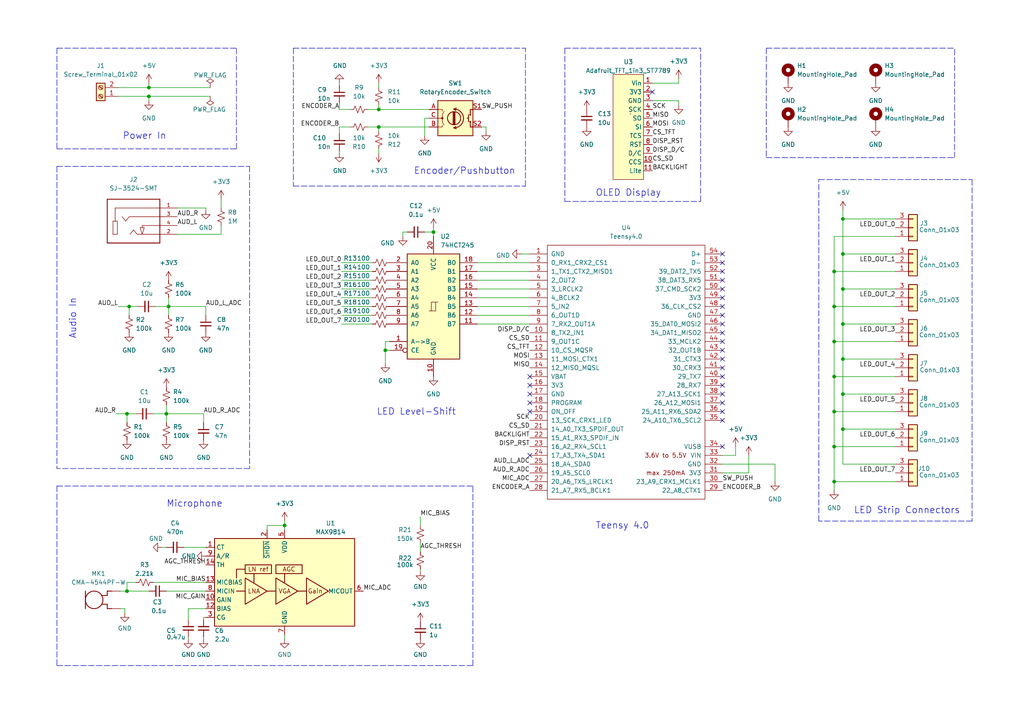
<source format=kicad_sch>
(kicad_sch (version 20211123) (generator eeschema)

  (uuid 9538e4ed-27e6-4c37-b989-9859dc0d49e8)

  (paper "A4")

  (lib_symbols
    (symbol "74xx:74HC245" (pin_names (offset 1.016)) (in_bom yes) (on_board yes)
      (property "Reference" "U" (id 0) (at -7.62 16.51 0)
        (effects (font (size 1.27 1.27)))
      )
      (property "Value" "74HC245" (id 1) (at -7.62 -16.51 0)
        (effects (font (size 1.27 1.27)))
      )
      (property "Footprint" "" (id 2) (at 0 0 0)
        (effects (font (size 1.27 1.27)) hide)
      )
      (property "Datasheet" "http://www.ti.com/lit/gpn/sn74HC245" (id 3) (at 0 0 0)
        (effects (font (size 1.27 1.27)) hide)
      )
      (property "ki_locked" "" (id 4) (at 0 0 0)
        (effects (font (size 1.27 1.27)))
      )
      (property "ki_keywords" "HCMOS BUS 3State" (id 5) (at 0 0 0)
        (effects (font (size 1.27 1.27)) hide)
      )
      (property "ki_description" "Octal BUS Transceivers, 3-State outputs" (id 6) (at 0 0 0)
        (effects (font (size 1.27 1.27)) hide)
      )
      (property "ki_fp_filters" "DIP?20*" (id 7) (at 0 0 0)
        (effects (font (size 1.27 1.27)) hide)
      )
      (symbol "74HC245_1_0"
        (polyline
          (pts
            (xy -0.635 -1.27)
            (xy -0.635 1.27)
            (xy 0.635 1.27)
          )
          (stroke (width 0) (type default) (color 0 0 0 0))
          (fill (type none))
        )
        (polyline
          (pts
            (xy -1.27 -1.27)
            (xy 0.635 -1.27)
            (xy 0.635 1.27)
            (xy 1.27 1.27)
          )
          (stroke (width 0) (type default) (color 0 0 0 0))
          (fill (type none))
        )
        (pin input line (at -12.7 -10.16 0) (length 5.08)
          (name "A->B" (effects (font (size 1.27 1.27))))
          (number "1" (effects (font (size 1.27 1.27))))
        )
        (pin power_in line (at 0 -20.32 90) (length 5.08)
          (name "GND" (effects (font (size 1.27 1.27))))
          (number "10" (effects (font (size 1.27 1.27))))
        )
        (pin tri_state line (at 12.7 -5.08 180) (length 5.08)
          (name "B7" (effects (font (size 1.27 1.27))))
          (number "11" (effects (font (size 1.27 1.27))))
        )
        (pin tri_state line (at 12.7 -2.54 180) (length 5.08)
          (name "B6" (effects (font (size 1.27 1.27))))
          (number "12" (effects (font (size 1.27 1.27))))
        )
        (pin tri_state line (at 12.7 0 180) (length 5.08)
          (name "B5" (effects (font (size 1.27 1.27))))
          (number "13" (effects (font (size 1.27 1.27))))
        )
        (pin tri_state line (at 12.7 2.54 180) (length 5.08)
          (name "B4" (effects (font (size 1.27 1.27))))
          (number "14" (effects (font (size 1.27 1.27))))
        )
        (pin tri_state line (at 12.7 5.08 180) (length 5.08)
          (name "B3" (effects (font (size 1.27 1.27))))
          (number "15" (effects (font (size 1.27 1.27))))
        )
        (pin tri_state line (at 12.7 7.62 180) (length 5.08)
          (name "B2" (effects (font (size 1.27 1.27))))
          (number "16" (effects (font (size 1.27 1.27))))
        )
        (pin tri_state line (at 12.7 10.16 180) (length 5.08)
          (name "B1" (effects (font (size 1.27 1.27))))
          (number "17" (effects (font (size 1.27 1.27))))
        )
        (pin tri_state line (at 12.7 12.7 180) (length 5.08)
          (name "B0" (effects (font (size 1.27 1.27))))
          (number "18" (effects (font (size 1.27 1.27))))
        )
        (pin input inverted (at -12.7 -12.7 0) (length 5.08)
          (name "CE" (effects (font (size 1.27 1.27))))
          (number "19" (effects (font (size 1.27 1.27))))
        )
        (pin tri_state line (at -12.7 12.7 0) (length 5.08)
          (name "A0" (effects (font (size 1.27 1.27))))
          (number "2" (effects (font (size 1.27 1.27))))
        )
        (pin power_in line (at 0 20.32 270) (length 5.08)
          (name "VCC" (effects (font (size 1.27 1.27))))
          (number "20" (effects (font (size 1.27 1.27))))
        )
        (pin tri_state line (at -12.7 10.16 0) (length 5.08)
          (name "A1" (effects (font (size 1.27 1.27))))
          (number "3" (effects (font (size 1.27 1.27))))
        )
        (pin tri_state line (at -12.7 7.62 0) (length 5.08)
          (name "A2" (effects (font (size 1.27 1.27))))
          (number "4" (effects (font (size 1.27 1.27))))
        )
        (pin tri_state line (at -12.7 5.08 0) (length 5.08)
          (name "A3" (effects (font (size 1.27 1.27))))
          (number "5" (effects (font (size 1.27 1.27))))
        )
        (pin tri_state line (at -12.7 2.54 0) (length 5.08)
          (name "A4" (effects (font (size 1.27 1.27))))
          (number "6" (effects (font (size 1.27 1.27))))
        )
        (pin tri_state line (at -12.7 0 0) (length 5.08)
          (name "A5" (effects (font (size 1.27 1.27))))
          (number "7" (effects (font (size 1.27 1.27))))
        )
        (pin tri_state line (at -12.7 -2.54 0) (length 5.08)
          (name "A6" (effects (font (size 1.27 1.27))))
          (number "8" (effects (font (size 1.27 1.27))))
        )
        (pin tri_state line (at -12.7 -5.08 0) (length 5.08)
          (name "A7" (effects (font (size 1.27 1.27))))
          (number "9" (effects (font (size 1.27 1.27))))
        )
      )
      (symbol "74HC245_1_1"
        (rectangle (start -7.62 15.24) (end 7.62 -15.24)
          (stroke (width 0.254) (type default) (color 0 0 0 0))
          (fill (type background))
        )
      )
    )
    (symbol "Amplifier_Audio:MAX9814" (in_bom yes) (on_board yes)
      (property "Reference" "U" (id 0) (at -20.32 13.97 0)
        (effects (font (size 1.27 1.27)) (justify left))
      )
      (property "Value" "MAX9814" (id 1) (at 11.43 13.97 0)
        (effects (font (size 1.27 1.27)) (justify left))
      )
      (property "Footprint" "Package_DFN_QFN:DFN-14-1EP_3x3mm_P0.4mm_EP1.78x2.35mm" (id 2) (at 0 0 0)
        (effects (font (size 1.27 1.27)) hide)
      )
      (property "Datasheet" "https://datasheets.maximintegrated.com/en/ds/MAX9814.pdf" (id 3) (at 0 0 0)
        (effects (font (size 1.27 1.27)) hide)
      )
      (property "ki_keywords" "audio microphone amplifier" (id 4) (at 0 0 0)
        (effects (font (size 1.27 1.27)) hide)
      )
      (property "ki_description" "Microphone Amplifier with AGC and Low-Noise Microphone Bias, TDFN-14" (id 5) (at 0 0 0)
        (effects (font (size 1.27 1.27)) hide)
      )
      (property "ki_fp_filters" "*DFN*EP*3x3mm*P0.4mm*" (id 6) (at 0 0 0)
        (effects (font (size 1.27 1.27)) hide)
      )
      (symbol "MAX9814_0_0"
        (rectangle (start -11.43 5.08) (end -3.81 2.54)
          (stroke (width 0.254) (type default) (color 0 0 0 0))
          (fill (type none))
        )
        (rectangle (start -2.54 5.08) (end 5.08 2.54)
          (stroke (width 0.254) (type default) (color 0 0 0 0))
          (fill (type none))
        )
        (polyline
          (pts
            (xy -11.43 -2.54)
            (xy -13.97 -2.54)
          )
          (stroke (width 0.254) (type default) (color 0 0 0 0))
          (fill (type none))
        )
        (polyline
          (pts
            (xy -8.89 2.54)
            (xy -8.89 0)
          )
          (stroke (width 0.254) (type default) (color 0 0 0 0))
          (fill (type none))
        )
        (polyline
          (pts
            (xy -2.54 -2.54)
            (xy -5.08 -2.54)
          )
          (stroke (width 0.254) (type default) (color 0 0 0 0))
          (fill (type none))
        )
        (polyline
          (pts
            (xy 0 2.54)
            (xy 0 0)
          )
          (stroke (width 0.254) (type default) (color 0 0 0 0))
          (fill (type none))
        )
        (polyline
          (pts
            (xy 3.81 -2.54)
            (xy 6.35 -2.54)
          )
          (stroke (width 0.254) (type default) (color 0 0 0 0))
          (fill (type none))
        )
        (polyline
          (pts
            (xy -11.43 3.81)
            (xy -13.97 3.81)
            (xy -13.97 1.27)
          )
          (stroke (width 0.254) (type default) (color 0 0 0 0))
          (fill (type none))
        )
        (polyline
          (pts
            (xy -5.08 -2.54)
            (xy -11.43 1.27)
            (xy -11.43 -6.35)
            (xy -5.08 -2.54)
          )
          (stroke (width 0.254) (type default) (color 0 0 0 0))
          (fill (type none))
        )
        (polyline
          (pts
            (xy 3.81 -2.54)
            (xy -2.54 1.27)
            (xy -2.54 -6.35)
            (xy 3.81 -2.54)
          )
          (stroke (width 0.254) (type default) (color 0 0 0 0))
          (fill (type none))
        )
        (polyline
          (pts
            (xy 12.7 -2.54)
            (xy 6.35 1.27)
            (xy 6.35 -6.35)
            (xy 12.7 -2.54)
          )
          (stroke (width 0.254) (type default) (color 0 0 0 0))
          (fill (type none))
        )
        (text "AGC" (at 1.27 3.81 0)
          (effects (font (size 1.27 1.27)))
        )
        (text "Gain" (at 8.89 -2.54 0)
          (effects (font (size 1.27 1.27)))
        )
        (text "LN ref" (at -7.62 3.81 0)
          (effects (font (size 1.27 1.27)))
        )
        (text "LNA" (at -8.89 -2.54 0)
          (effects (font (size 1.27 1.27)))
        )
        (text "VGA" (at 0 -2.54 0)
          (effects (font (size 1.27 1.27)))
        )
      )
      (symbol "MAX9814_0_1"
        (rectangle (start -20.32 12.7) (end 20.32 -12.7)
          (stroke (width 0.254) (type default) (color 0 0 0 0))
          (fill (type background))
        )
      )
      (symbol "MAX9814_1_1"
        (pin input line (at -22.86 10.16 0) (length 2.54)
          (name "CT" (effects (font (size 1.27 1.27))))
          (number "1" (effects (font (size 1.27 1.27))))
        )
        (pin input line (at -22.86 -5.08 0) (length 2.54)
          (name "GAIN" (effects (font (size 1.27 1.27))))
          (number "10" (effects (font (size 1.27 1.27))))
        )
        (pin passive line (at 0 -15.24 90) (length 2.54) hide
          (name "GND" (effects (font (size 1.27 1.27))))
          (number "11" (effects (font (size 1.27 1.27))))
        )
        (pin passive line (at -22.86 -7.62 0) (length 2.54)
          (name "BIAS" (effects (font (size 1.27 1.27))))
          (number "12" (effects (font (size 1.27 1.27))))
        )
        (pin output line (at -22.86 0 0) (length 2.54)
          (name "MICBIAS" (effects (font (size 1.27 1.27))))
          (number "13" (effects (font (size 1.27 1.27))))
        )
        (pin input line (at -22.86 5.08 0) (length 2.54)
          (name "TH" (effects (font (size 1.27 1.27))))
          (number "14" (effects (font (size 1.27 1.27))))
        )
        (pin passive line (at 0 -15.24 90) (length 2.54) hide
          (name "GND" (effects (font (size 1.27 1.27))))
          (number "15" (effects (font (size 1.27 1.27))))
        )
        (pin input line (at -5.08 15.24 270) (length 2.54)
          (name "~{SHDN}" (effects (font (size 1.27 1.27))))
          (number "2" (effects (font (size 1.27 1.27))))
        )
        (pin passive line (at -22.86 -10.16 0) (length 2.54)
          (name "CG" (effects (font (size 1.27 1.27))))
          (number "3" (effects (font (size 1.27 1.27))))
        )
        (pin passive line (at 0 -15.24 90) (length 2.54) hide
          (name "GND" (effects (font (size 1.27 1.27))))
          (number "4" (effects (font (size 1.27 1.27))))
        )
        (pin power_in line (at 0 15.24 270) (length 2.54)
          (name "VDD" (effects (font (size 1.27 1.27))))
          (number "5" (effects (font (size 1.27 1.27))))
        )
        (pin output line (at 22.86 -2.54 180) (length 2.54)
          (name "MICOUT" (effects (font (size 1.27 1.27))))
          (number "6" (effects (font (size 1.27 1.27))))
        )
        (pin power_in line (at 0 -15.24 90) (length 2.54)
          (name "GND" (effects (font (size 1.27 1.27))))
          (number "7" (effects (font (size 1.27 1.27))))
        )
        (pin input line (at -22.86 -2.54 0) (length 2.54)
          (name "MICIN" (effects (font (size 1.27 1.27))))
          (number "8" (effects (font (size 1.27 1.27))))
        )
        (pin input line (at -22.86 7.62 0) (length 2.54)
          (name "A/R" (effects (font (size 1.27 1.27))))
          (number "9" (effects (font (size 1.27 1.27))))
        )
      )
    )
    (symbol "CMA-4544PF-W:CMA-4544PF-W" (pin_numbers hide) (pin_names (offset 1.016) hide) (in_bom yes) (on_board yes)
      (property "Reference" "MK" (id 0) (at -2.54 3.81 0)
        (effects (font (size 1.27 1.27)) (justify left bottom))
      )
      (property "Value" "CMA-4544PF-W" (id 1) (at -2.54 -6.35 0)
        (effects (font (size 1.27 1.27)) (justify left bottom))
      )
      (property "Footprint" "MIC_CMA-4544PF-W" (id 2) (at 0 0 0)
        (effects (font (size 1.27 1.27)) (justify left bottom) hide)
      )
      (property "Datasheet" "" (id 3) (at 0 0 0)
        (effects (font (size 1.27 1.27)) (justify left bottom) hide)
      )
      (property "MP" "CMA-4544PF-W" (id 4) (at 0 0 0)
        (effects (font (size 1.27 1.27)) (justify left bottom) hide)
      )
      (property "PACKAGE" "6-DIP-6 CUI" (id 5) (at 0 0 0)
        (effects (font (size 1.27 1.27)) (justify left bottom) hide)
      )
      (property "DESCRIPTION" "9.7 mm, Omnidirectional, PCB Mount, 3.0 Vdc, Electret Condenser Microphone" (id 6) (at 0 0 0)
        (effects (font (size 1.27 1.27)) (justify left bottom) hide)
      )
      (property "CUI_PURCHASE_URL" "https://www.cui.com/product/audio/microphones/electret-condenser-microphones/cma-4544pf-w?utm_source=snapeda.com&utm_medium=referral&utm_campaign=snapedaBOM" (id 7) (at 0 0 0)
        (effects (font (size 1.27 1.27)) (justify left bottom) hide)
      )
      (property "MF" "CUI Inc." (id 8) (at 0 0 0)
        (effects (font (size 1.27 1.27)) (justify left bottom) hide)
      )
      (property "AVAILABILITY" "Unavailable" (id 9) (at 0 0 0)
        (effects (font (size 1.27 1.27)) (justify left bottom) hide)
      )
      (property "PRICE" "None" (id 10) (at 0 0 0)
        (effects (font (size 1.27 1.27)) (justify left bottom) hide)
      )
      (property "ki_locked" "" (id 11) (at 0 0 0)
        (effects (font (size 1.27 1.27)))
      )
      (symbol "CMA-4544PF-W_0_0"
        (polyline
          (pts
            (xy -2.54 2.54)
            (xy -2.54 -2.54)
          )
          (stroke (width 0.254) (type default) (color 0 0 0 0))
          (fill (type none))
        )
        (polyline
          (pts
            (xy 3.81 -2.54)
            (xy 3.81 -1.27)
          )
          (stroke (width 0.254) (type default) (color 0 0 0 0))
          (fill (type none))
        )
        (polyline
          (pts
            (xy 3.81 -1.27)
            (xy 2.2352 -1.27)
          )
          (stroke (width 0.254) (type default) (color 0 0 0 0))
          (fill (type none))
        )
        (polyline
          (pts
            (xy 3.81 1.27)
            (xy 2.2352 1.27)
          )
          (stroke (width 0.254) (type default) (color 0 0 0 0))
          (fill (type none))
        )
        (polyline
          (pts
            (xy 3.81 2.54)
            (xy 3.81 1.27)
          )
          (stroke (width 0.254) (type default) (color 0 0 0 0))
          (fill (type none))
        )
        (polyline
          (pts
            (xy 5.08 -2.54)
            (xy 3.81 -2.54)
          )
          (stroke (width 0.254) (type default) (color 0 0 0 0))
          (fill (type none))
        )
        (polyline
          (pts
            (xy 5.08 2.54)
            (xy 3.81 2.54)
          )
          (stroke (width 0.254) (type default) (color 0 0 0 0))
          (fill (type none))
        )
        (circle (center 0 0) (radius 2.54)
          (stroke (width 0.254) (type default) (color 0 0 0 0))
          (fill (type none))
        )
        (pin output line (at 7.62 2.54 180) (length 2.54)
          (name "~" (effects (font (size 1.016 1.016))))
          (number "1" (effects (font (size 1.016 1.016))))
        )
        (pin power_in line (at 7.62 -2.54 180) (length 2.54)
          (name "~" (effects (font (size 1.016 1.016))))
          (number "2" (effects (font (size 1.016 1.016))))
        )
      )
    )
    (symbol "Connector:Screw_Terminal_01x02" (pin_names (offset 1.016) hide) (in_bom yes) (on_board yes)
      (property "Reference" "J" (id 0) (at 0 2.54 0)
        (effects (font (size 1.27 1.27)))
      )
      (property "Value" "Screw_Terminal_01x02" (id 1) (at 0 -5.08 0)
        (effects (font (size 1.27 1.27)))
      )
      (property "Footprint" "" (id 2) (at 0 0 0)
        (effects (font (size 1.27 1.27)) hide)
      )
      (property "Datasheet" "~" (id 3) (at 0 0 0)
        (effects (font (size 1.27 1.27)) hide)
      )
      (property "ki_keywords" "screw terminal" (id 4) (at 0 0 0)
        (effects (font (size 1.27 1.27)) hide)
      )
      (property "ki_description" "Generic screw terminal, single row, 01x02, script generated (kicad-library-utils/schlib/autogen/connector/)" (id 5) (at 0 0 0)
        (effects (font (size 1.27 1.27)) hide)
      )
      (property "ki_fp_filters" "TerminalBlock*:*" (id 6) (at 0 0 0)
        (effects (font (size 1.27 1.27)) hide)
      )
      (symbol "Screw_Terminal_01x02_1_1"
        (rectangle (start -1.27 1.27) (end 1.27 -3.81)
          (stroke (width 0.254) (type default) (color 0 0 0 0))
          (fill (type background))
        )
        (circle (center 0 -2.54) (radius 0.635)
          (stroke (width 0.1524) (type default) (color 0 0 0 0))
          (fill (type none))
        )
        (polyline
          (pts
            (xy -0.5334 -2.2098)
            (xy 0.3302 -3.048)
          )
          (stroke (width 0.1524) (type default) (color 0 0 0 0))
          (fill (type none))
        )
        (polyline
          (pts
            (xy -0.5334 0.3302)
            (xy 0.3302 -0.508)
          )
          (stroke (width 0.1524) (type default) (color 0 0 0 0))
          (fill (type none))
        )
        (polyline
          (pts
            (xy -0.3556 -2.032)
            (xy 0.508 -2.8702)
          )
          (stroke (width 0.1524) (type default) (color 0 0 0 0))
          (fill (type none))
        )
        (polyline
          (pts
            (xy -0.3556 0.508)
            (xy 0.508 -0.3302)
          )
          (stroke (width 0.1524) (type default) (color 0 0 0 0))
          (fill (type none))
        )
        (circle (center 0 0) (radius 0.635)
          (stroke (width 0.1524) (type default) (color 0 0 0 0))
          (fill (type none))
        )
        (pin passive line (at -5.08 0 0) (length 3.81)
          (name "Pin_1" (effects (font (size 1.27 1.27))))
          (number "1" (effects (font (size 1.27 1.27))))
        )
        (pin passive line (at -5.08 -2.54 0) (length 3.81)
          (name "Pin_2" (effects (font (size 1.27 1.27))))
          (number "2" (effects (font (size 1.27 1.27))))
        )
      )
    )
    (symbol "Connector_Generic:Conn_01x03" (pin_names (offset 1.016) hide) (in_bom yes) (on_board yes)
      (property "Reference" "J" (id 0) (at 0 5.08 0)
        (effects (font (size 1.27 1.27)))
      )
      (property "Value" "Conn_01x03" (id 1) (at 0 -5.08 0)
        (effects (font (size 1.27 1.27)))
      )
      (property "Footprint" "" (id 2) (at 0 0 0)
        (effects (font (size 1.27 1.27)) hide)
      )
      (property "Datasheet" "~" (id 3) (at 0 0 0)
        (effects (font (size 1.27 1.27)) hide)
      )
      (property "ki_keywords" "connector" (id 4) (at 0 0 0)
        (effects (font (size 1.27 1.27)) hide)
      )
      (property "ki_description" "Generic connector, single row, 01x03, script generated (kicad-library-utils/schlib/autogen/connector/)" (id 5) (at 0 0 0)
        (effects (font (size 1.27 1.27)) hide)
      )
      (property "ki_fp_filters" "Connector*:*_1x??_*" (id 6) (at 0 0 0)
        (effects (font (size 1.27 1.27)) hide)
      )
      (symbol "Conn_01x03_1_1"
        (rectangle (start -1.27 -2.413) (end 0 -2.667)
          (stroke (width 0.1524) (type default) (color 0 0 0 0))
          (fill (type none))
        )
        (rectangle (start -1.27 0.127) (end 0 -0.127)
          (stroke (width 0.1524) (type default) (color 0 0 0 0))
          (fill (type none))
        )
        (rectangle (start -1.27 2.667) (end 0 2.413)
          (stroke (width 0.1524) (type default) (color 0 0 0 0))
          (fill (type none))
        )
        (rectangle (start -1.27 3.81) (end 1.27 -3.81)
          (stroke (width 0.254) (type default) (color 0 0 0 0))
          (fill (type background))
        )
        (pin passive line (at -5.08 2.54 0) (length 3.81)
          (name "Pin_1" (effects (font (size 1.27 1.27))))
          (number "1" (effects (font (size 1.27 1.27))))
        )
        (pin passive line (at -5.08 0 0) (length 3.81)
          (name "Pin_2" (effects (font (size 1.27 1.27))))
          (number "2" (effects (font (size 1.27 1.27))))
        )
        (pin passive line (at -5.08 -2.54 0) (length 3.81)
          (name "Pin_3" (effects (font (size 1.27 1.27))))
          (number "3" (effects (font (size 1.27 1.27))))
        )
      )
    )
    (symbol "Device:C_Small" (pin_numbers hide) (pin_names (offset 0.254) hide) (in_bom yes) (on_board yes)
      (property "Reference" "C" (id 0) (at 0.254 1.778 0)
        (effects (font (size 1.27 1.27)) (justify left))
      )
      (property "Value" "C_Small" (id 1) (at 0.254 -2.032 0)
        (effects (font (size 1.27 1.27)) (justify left))
      )
      (property "Footprint" "" (id 2) (at 0 0 0)
        (effects (font (size 1.27 1.27)) hide)
      )
      (property "Datasheet" "~" (id 3) (at 0 0 0)
        (effects (font (size 1.27 1.27)) hide)
      )
      (property "ki_keywords" "capacitor cap" (id 4) (at 0 0 0)
        (effects (font (size 1.27 1.27)) hide)
      )
      (property "ki_description" "Unpolarized capacitor, small symbol" (id 5) (at 0 0 0)
        (effects (font (size 1.27 1.27)) hide)
      )
      (property "ki_fp_filters" "C_*" (id 6) (at 0 0 0)
        (effects (font (size 1.27 1.27)) hide)
      )
      (symbol "C_Small_0_1"
        (polyline
          (pts
            (xy -1.524 -0.508)
            (xy 1.524 -0.508)
          )
          (stroke (width 0.3302) (type default) (color 0 0 0 0))
          (fill (type none))
        )
        (polyline
          (pts
            (xy -1.524 0.508)
            (xy 1.524 0.508)
          )
          (stroke (width 0.3048) (type default) (color 0 0 0 0))
          (fill (type none))
        )
      )
      (symbol "C_Small_1_1"
        (pin passive line (at 0 2.54 270) (length 2.032)
          (name "~" (effects (font (size 1.27 1.27))))
          (number "1" (effects (font (size 1.27 1.27))))
        )
        (pin passive line (at 0 -2.54 90) (length 2.032)
          (name "~" (effects (font (size 1.27 1.27))))
          (number "2" (effects (font (size 1.27 1.27))))
        )
      )
    )
    (symbol "Device:R_Small_US" (pin_numbers hide) (pin_names (offset 0.254) hide) (in_bom yes) (on_board yes)
      (property "Reference" "R" (id 0) (at 0.762 0.508 0)
        (effects (font (size 1.27 1.27)) (justify left))
      )
      (property "Value" "R_Small_US" (id 1) (at 0.762 -1.016 0)
        (effects (font (size 1.27 1.27)) (justify left))
      )
      (property "Footprint" "" (id 2) (at 0 0 0)
        (effects (font (size 1.27 1.27)) hide)
      )
      (property "Datasheet" "~" (id 3) (at 0 0 0)
        (effects (font (size 1.27 1.27)) hide)
      )
      (property "ki_keywords" "r resistor" (id 4) (at 0 0 0)
        (effects (font (size 1.27 1.27)) hide)
      )
      (property "ki_description" "Resistor, small US symbol" (id 5) (at 0 0 0)
        (effects (font (size 1.27 1.27)) hide)
      )
      (property "ki_fp_filters" "R_*" (id 6) (at 0 0 0)
        (effects (font (size 1.27 1.27)) hide)
      )
      (symbol "R_Small_US_1_1"
        (polyline
          (pts
            (xy 0 0)
            (xy 1.016 -0.381)
            (xy 0 -0.762)
            (xy -1.016 -1.143)
            (xy 0 -1.524)
          )
          (stroke (width 0) (type default) (color 0 0 0 0))
          (fill (type none))
        )
        (polyline
          (pts
            (xy 0 1.524)
            (xy 1.016 1.143)
            (xy 0 0.762)
            (xy -1.016 0.381)
            (xy 0 0)
          )
          (stroke (width 0) (type default) (color 0 0 0 0))
          (fill (type none))
        )
        (pin passive line (at 0 2.54 270) (length 1.016)
          (name "~" (effects (font (size 1.27 1.27))))
          (number "1" (effects (font (size 1.27 1.27))))
        )
        (pin passive line (at 0 -2.54 90) (length 1.016)
          (name "~" (effects (font (size 1.27 1.27))))
          (number "2" (effects (font (size 1.27 1.27))))
        )
      )
    )
    (symbol "Device:RotaryEncoder_Switch" (pin_names (offset 0.254) hide) (in_bom yes) (on_board yes)
      (property "Reference" "SW" (id 0) (at 0 6.604 0)
        (effects (font (size 1.27 1.27)))
      )
      (property "Value" "RotaryEncoder_Switch" (id 1) (at 0 -6.604 0)
        (effects (font (size 1.27 1.27)))
      )
      (property "Footprint" "" (id 2) (at -3.81 4.064 0)
        (effects (font (size 1.27 1.27)) hide)
      )
      (property "Datasheet" "~" (id 3) (at 0 6.604 0)
        (effects (font (size 1.27 1.27)) hide)
      )
      (property "ki_keywords" "rotary switch encoder switch push button" (id 4) (at 0 0 0)
        (effects (font (size 1.27 1.27)) hide)
      )
      (property "ki_description" "Rotary encoder, dual channel, incremental quadrate outputs, with switch" (id 5) (at 0 0 0)
        (effects (font (size 1.27 1.27)) hide)
      )
      (property "ki_fp_filters" "RotaryEncoder*Switch*" (id 6) (at 0 0 0)
        (effects (font (size 1.27 1.27)) hide)
      )
      (symbol "RotaryEncoder_Switch_0_1"
        (rectangle (start -5.08 5.08) (end 5.08 -5.08)
          (stroke (width 0.254) (type default) (color 0 0 0 0))
          (fill (type background))
        )
        (circle (center -3.81 0) (radius 0.254)
          (stroke (width 0) (type default) (color 0 0 0 0))
          (fill (type outline))
        )
        (arc (start -0.381 -2.794) (mid 2.3622 -0.0635) (end -0.381 2.667)
          (stroke (width 0.254) (type default) (color 0 0 0 0))
          (fill (type none))
        )
        (circle (center -0.381 0) (radius 1.905)
          (stroke (width 0.254) (type default) (color 0 0 0 0))
          (fill (type none))
        )
        (polyline
          (pts
            (xy -0.635 -1.778)
            (xy -0.635 1.778)
          )
          (stroke (width 0.254) (type default) (color 0 0 0 0))
          (fill (type none))
        )
        (polyline
          (pts
            (xy -0.381 -1.778)
            (xy -0.381 1.778)
          )
          (stroke (width 0.254) (type default) (color 0 0 0 0))
          (fill (type none))
        )
        (polyline
          (pts
            (xy -0.127 1.778)
            (xy -0.127 -1.778)
          )
          (stroke (width 0.254) (type default) (color 0 0 0 0))
          (fill (type none))
        )
        (polyline
          (pts
            (xy 3.81 0)
            (xy 3.429 0)
          )
          (stroke (width 0.254) (type default) (color 0 0 0 0))
          (fill (type none))
        )
        (polyline
          (pts
            (xy 3.81 1.016)
            (xy 3.81 -1.016)
          )
          (stroke (width 0.254) (type default) (color 0 0 0 0))
          (fill (type none))
        )
        (polyline
          (pts
            (xy -5.08 -2.54)
            (xy -3.81 -2.54)
            (xy -3.81 -2.032)
          )
          (stroke (width 0) (type default) (color 0 0 0 0))
          (fill (type none))
        )
        (polyline
          (pts
            (xy -5.08 2.54)
            (xy -3.81 2.54)
            (xy -3.81 2.032)
          )
          (stroke (width 0) (type default) (color 0 0 0 0))
          (fill (type none))
        )
        (polyline
          (pts
            (xy 0.254 -3.048)
            (xy -0.508 -2.794)
            (xy 0.127 -2.413)
          )
          (stroke (width 0.254) (type default) (color 0 0 0 0))
          (fill (type none))
        )
        (polyline
          (pts
            (xy 0.254 2.921)
            (xy -0.508 2.667)
            (xy 0.127 2.286)
          )
          (stroke (width 0.254) (type default) (color 0 0 0 0))
          (fill (type none))
        )
        (polyline
          (pts
            (xy 5.08 -2.54)
            (xy 4.318 -2.54)
            (xy 4.318 -1.016)
          )
          (stroke (width 0.254) (type default) (color 0 0 0 0))
          (fill (type none))
        )
        (polyline
          (pts
            (xy 5.08 2.54)
            (xy 4.318 2.54)
            (xy 4.318 1.016)
          )
          (stroke (width 0.254) (type default) (color 0 0 0 0))
          (fill (type none))
        )
        (polyline
          (pts
            (xy -5.08 0)
            (xy -3.81 0)
            (xy -3.81 -1.016)
            (xy -3.302 -2.032)
          )
          (stroke (width 0) (type default) (color 0 0 0 0))
          (fill (type none))
        )
        (polyline
          (pts
            (xy -4.318 0)
            (xy -3.81 0)
            (xy -3.81 1.016)
            (xy -3.302 2.032)
          )
          (stroke (width 0) (type default) (color 0 0 0 0))
          (fill (type none))
        )
        (circle (center 4.318 -1.016) (radius 0.127)
          (stroke (width 0.254) (type default) (color 0 0 0 0))
          (fill (type none))
        )
        (circle (center 4.318 1.016) (radius 0.127)
          (stroke (width 0.254) (type default) (color 0 0 0 0))
          (fill (type none))
        )
      )
      (symbol "RotaryEncoder_Switch_1_1"
        (pin passive line (at -7.62 2.54 0) (length 2.54)
          (name "A" (effects (font (size 1.27 1.27))))
          (number "A" (effects (font (size 1.27 1.27))))
        )
        (pin passive line (at -7.62 -2.54 0) (length 2.54)
          (name "B" (effects (font (size 1.27 1.27))))
          (number "B" (effects (font (size 1.27 1.27))))
        )
        (pin passive line (at -7.62 0 0) (length 2.54)
          (name "C" (effects (font (size 1.27 1.27))))
          (number "C" (effects (font (size 1.27 1.27))))
        )
        (pin passive line (at 7.62 2.54 180) (length 2.54)
          (name "S1" (effects (font (size 1.27 1.27))))
          (number "S1" (effects (font (size 1.27 1.27))))
        )
        (pin passive line (at 7.62 -2.54 180) (length 2.54)
          (name "S2" (effects (font (size 1.27 1.27))))
          (number "S2" (effects (font (size 1.27 1.27))))
        )
      )
    )
    (symbol "Mechanical:MountingHole_Pad" (pin_numbers hide) (pin_names (offset 1.016) hide) (in_bom yes) (on_board yes)
      (property "Reference" "H" (id 0) (at 0 6.35 0)
        (effects (font (size 1.27 1.27)))
      )
      (property "Value" "MountingHole_Pad" (id 1) (at 0 4.445 0)
        (effects (font (size 1.27 1.27)))
      )
      (property "Footprint" "" (id 2) (at 0 0 0)
        (effects (font (size 1.27 1.27)) hide)
      )
      (property "Datasheet" "~" (id 3) (at 0 0 0)
        (effects (font (size 1.27 1.27)) hide)
      )
      (property "ki_keywords" "mounting hole" (id 4) (at 0 0 0)
        (effects (font (size 1.27 1.27)) hide)
      )
      (property "ki_description" "Mounting Hole with connection" (id 5) (at 0 0 0)
        (effects (font (size 1.27 1.27)) hide)
      )
      (property "ki_fp_filters" "MountingHole*Pad*" (id 6) (at 0 0 0)
        (effects (font (size 1.27 1.27)) hide)
      )
      (symbol "MountingHole_Pad_0_1"
        (circle (center 0 1.27) (radius 1.27)
          (stroke (width 1.27) (type default) (color 0 0 0 0))
          (fill (type none))
        )
      )
      (symbol "MountingHole_Pad_1_1"
        (pin input line (at 0 -2.54 90) (length 2.54)
          (name "1" (effects (font (size 1.27 1.27))))
          (number "1" (effects (font (size 1.27 1.27))))
        )
      )
    )
    (symbol "SJ-3524-SMT:SJ-3524-SMT" (pin_names (offset 1.016) hide) (in_bom yes) (on_board yes)
      (property "Reference" "J" (id 0) (at -7.6454 8.2804 0)
        (effects (font (size 1.27 1.27)) (justify left bottom))
      )
      (property "Value" "SJ-3524-SMT" (id 1) (at -7.6454 -7.6708 0)
        (effects (font (size 1.27 1.27)) (justify left bottom))
      )
      (property "Footprint" "CUI_SJ-3524-SMT" (id 2) (at 0 0 0)
        (effects (font (size 1.27 1.27)) (justify left bottom) hide)
      )
      (property "Datasheet" "" (id 3) (at 0 0 0)
        (effects (font (size 1.27 1.27)) (justify left bottom) hide)
      )
      (property "STANDARD" "Manufacturer recommendations" (id 4) (at 0 0 0)
        (effects (font (size 1.27 1.27)) (justify left bottom) hide)
      )
      (property "PARTREV" "1.03" (id 5) (at 0 0 0)
        (effects (font (size 1.27 1.27)) (justify left bottom) hide)
      )
      (property "MF" "CUI Inc" (id 6) (at 0 0 0)
        (effects (font (size 1.27 1.27)) (justify left bottom) hide)
      )
      (property "ki_locked" "" (id 7) (at 0 0 0)
        (effects (font (size 1.27 1.27)))
      )
      (symbol "SJ-3524-SMT_0_0"
        (polyline
          (pts
            (xy -7.62 -5.08)
            (xy 7.62 -5.08)
          )
          (stroke (width 0.254) (type default) (color 0 0 0 0))
          (fill (type none))
        )
        (polyline
          (pts
            (xy -7.62 7.62)
            (xy -7.62 -5.08)
          )
          (stroke (width 0.254) (type default) (color 0 0 0 0))
          (fill (type none))
        )
        (polyline
          (pts
            (xy -5.969 -2.54)
            (xy -4.699 -2.54)
          )
          (stroke (width 0.1524) (type default) (color 0 0 0 0))
          (fill (type none))
        )
        (polyline
          (pts
            (xy -5.969 1.27)
            (xy -5.969 -2.54)
          )
          (stroke (width 0.1524) (type default) (color 0 0 0 0))
          (fill (type none))
        )
        (polyline
          (pts
            (xy -5.334 1.27)
            (xy -5.969 1.27)
          )
          (stroke (width 0.1524) (type default) (color 0 0 0 0))
          (fill (type none))
        )
        (polyline
          (pts
            (xy -5.334 1.27)
            (xy -5.334 5.08)
          )
          (stroke (width 0.1524) (type default) (color 0 0 0 0))
          (fill (type none))
        )
        (polyline
          (pts
            (xy -5.334 5.08)
            (xy 7.62 5.08)
          )
          (stroke (width 0.1524) (type default) (color 0 0 0 0))
          (fill (type none))
        )
        (polyline
          (pts
            (xy -4.699 -2.54)
            (xy -4.699 1.27)
          )
          (stroke (width 0.1524) (type default) (color 0 0 0 0))
          (fill (type none))
        )
        (polyline
          (pts
            (xy -4.699 1.27)
            (xy -5.334 1.27)
          )
          (stroke (width 0.1524) (type default) (color 0 0 0 0))
          (fill (type none))
        )
        (polyline
          (pts
            (xy -2.286 1.27)
            (xy -3.302 2.54)
          )
          (stroke (width 0.1524) (type default) (color 0 0 0 0))
          (fill (type none))
        )
        (polyline
          (pts
            (xy -1.27 2.54)
            (xy -2.286 1.27)
          )
          (stroke (width 0.1524) (type default) (color 0 0 0 0))
          (fill (type none))
        )
        (polyline
          (pts
            (xy -1.016 -2.54)
            (xy 0 -1.27)
          )
          (stroke (width 0.1524) (type default) (color 0 0 0 0))
          (fill (type none))
        )
        (polyline
          (pts
            (xy 0 -1.27)
            (xy 1.016 -2.54)
          )
          (stroke (width 0.1524) (type default) (color 0 0 0 0))
          (fill (type none))
        )
        (polyline
          (pts
            (xy 1.905 -0.6096)
            (xy 2.4892 -2.54)
          )
          (stroke (width 0.1524) (type default) (color 0 0 0 0))
          (fill (type none))
        )
        (polyline
          (pts
            (xy 1.905 -0.6096)
            (xy 3.0988 -0.6096)
          )
          (stroke (width 0.1524) (type default) (color 0 0 0 0))
          (fill (type none))
        )
        (polyline
          (pts
            (xy 2.54 -2.5146)
            (xy 2.54 -2.54)
          )
          (stroke (width 0.1524) (type default) (color 0 0 0 0))
          (fill (type none))
        )
        (polyline
          (pts
            (xy 2.54 0)
            (xy 2.54 -0.6096)
          )
          (stroke (width 0.1524) (type default) (color 0 0 0 0))
          (fill (type none))
        )
        (polyline
          (pts
            (xy 2.54 0)
            (xy 7.62 0)
          )
          (stroke (width 0.1524) (type default) (color 0 0 0 0))
          (fill (type none))
        )
        (polyline
          (pts
            (xy 3.0988 -0.6096)
            (xy 2.54 -2.5146)
          )
          (stroke (width 0.1524) (type default) (color 0 0 0 0))
          (fill (type none))
        )
        (polyline
          (pts
            (xy 7.62 -5.08)
            (xy 7.62 -2.54)
          )
          (stroke (width 0.254) (type default) (color 0 0 0 0))
          (fill (type none))
        )
        (polyline
          (pts
            (xy 7.62 -2.54)
            (xy 1.016 -2.54)
          )
          (stroke (width 0.1524) (type default) (color 0 0 0 0))
          (fill (type none))
        )
        (polyline
          (pts
            (xy 7.62 -2.54)
            (xy 7.62 0)
          )
          (stroke (width 0.254) (type default) (color 0 0 0 0))
          (fill (type none))
        )
        (polyline
          (pts
            (xy 7.62 0)
            (xy 7.62 2.54)
          )
          (stroke (width 0.254) (type default) (color 0 0 0 0))
          (fill (type none))
        )
        (polyline
          (pts
            (xy 7.62 2.54)
            (xy -1.27 2.54)
          )
          (stroke (width 0.1524) (type default) (color 0 0 0 0))
          (fill (type none))
        )
        (polyline
          (pts
            (xy 7.62 2.54)
            (xy 7.62 5.08)
          )
          (stroke (width 0.254) (type default) (color 0 0 0 0))
          (fill (type none))
        )
        (polyline
          (pts
            (xy 7.62 5.08)
            (xy 7.62 7.62)
          )
          (stroke (width 0.254) (type default) (color 0 0 0 0))
          (fill (type none))
        )
        (polyline
          (pts
            (xy 7.62 7.62)
            (xy -7.62 7.62)
          )
          (stroke (width 0.254) (type default) (color 0 0 0 0))
          (fill (type none))
        )
        (pin passive line (at 12.7 5.08 180) (length 5.08)
          (name "~" (effects (font (size 1.016 1.016))))
          (number "1" (effects (font (size 1.016 1.016))))
        )
        (pin passive line (at 12.7 -2.54 180) (length 5.08)
          (name "~" (effects (font (size 1.016 1.016))))
          (number "2" (effects (font (size 1.016 1.016))))
        )
        (pin passive line (at 12.7 2.54 180) (length 5.08)
          (name "~" (effects (font (size 1.016 1.016))))
          (number "3" (effects (font (size 1.016 1.016))))
        )
        (pin passive line (at 12.7 0 180) (length 5.08)
          (name "~" (effects (font (size 1.016 1.016))))
          (number "4" (effects (font (size 1.016 1.016))))
        )
      )
    )
    (symbol "displays:Adafruit_TFT_1in3_ST7789" (in_bom yes) (on_board yes)
      (property "Reference" "U" (id 0) (at 0 16.51 0)
        (effects (font (size 1.27 1.27)))
      )
      (property "Value" "Adafruit_TFT_1in3_ST7789" (id 1) (at 0 -16.51 0)
        (effects (font (size 1.27 1.27)))
      )
      (property "Footprint" "" (id 2) (at 0 10.16 0)
        (effects (font (size 1.27 1.27)) hide)
      )
      (property "Datasheet" "" (id 3) (at 0 10.16 0)
        (effects (font (size 1.27 1.27)) hide)
      )
      (symbol "Adafruit_TFT_1in3_ST7789_0_1"
        (rectangle (start -3.81 15.24) (end 5.08 -15.24)
          (stroke (width 0.1524) (type default) (color 0 0 0 0))
          (fill (type background))
        )
        (rectangle (start 0 3.81) (end 0 3.81)
          (stroke (width 0.1524) (type default) (color 0 0 0 0))
          (fill (type none))
        )
        (rectangle (start 0 3.81) (end 0 3.81)
          (stroke (width 0.1524) (type default) (color 0 0 0 0))
          (fill (type none))
        )
        (rectangle (start 0 3.81) (end 0 3.81)
          (stroke (width 0.1524) (type default) (color 0 0 0 0))
          (fill (type none))
        )
        (rectangle (start 0 3.81) (end 0 3.81)
          (stroke (width 0.1524) (type default) (color 0 0 0 0))
          (fill (type none))
        )
        (rectangle (start 0 3.81) (end 0 3.81)
          (stroke (width 0.1524) (type default) (color 0 0 0 0))
          (fill (type none))
        )
        (rectangle (start 0 3.81) (end 0 3.81)
          (stroke (width 0.1524) (type default) (color 0 0 0 0))
          (fill (type none))
        )
        (rectangle (start 0 3.81) (end 0 3.81)
          (stroke (width 0.1524) (type default) (color 0 0 0 0))
          (fill (type none))
        )
      )
      (symbol "Adafruit_TFT_1in3_ST7789_1_1"
        (pin power_in line (at -6.35 12.7 0) (length 2.54)
          (name "Vin" (effects (font (size 1.27 1.27))))
          (number "1" (effects (font (size 1.27 1.27))))
        )
        (pin input line (at -6.35 -10.16 0) (length 2.54)
          (name "CCS" (effects (font (size 1.27 1.27))))
          (number "10" (effects (font (size 1.27 1.27))))
        )
        (pin input line (at -6.35 -12.7 0) (length 2.54)
          (name "Lite" (effects (font (size 1.27 1.27))))
          (number "11" (effects (font (size 1.27 1.27))))
        )
        (pin power_out line (at -6.35 10.16 0) (length 2.54)
          (name "3V3" (effects (font (size 1.27 1.27))))
          (number "2" (effects (font (size 1.27 1.27))))
        )
        (pin power_in line (at -6.35 7.62 0) (length 2.54)
          (name "GND" (effects (font (size 1.27 1.27))))
          (number "3" (effects (font (size 1.27 1.27))))
        )
        (pin input line (at -6.35 5.08 0) (length 2.54)
          (name "SCK" (effects (font (size 1.27 1.27))))
          (number "4" (effects (font (size 1.27 1.27))))
        )
        (pin output line (at -6.35 2.54 0) (length 2.54)
          (name "SO" (effects (font (size 1.27 1.27))))
          (number "5" (effects (font (size 1.27 1.27))))
        )
        (pin input line (at -6.35 0 0) (length 2.54)
          (name "SI" (effects (font (size 1.27 1.27))))
          (number "6" (effects (font (size 1.27 1.27))))
        )
        (pin input line (at -6.35 -2.54 0) (length 2.54)
          (name "TCS" (effects (font (size 1.27 1.27))))
          (number "7" (effects (font (size 1.27 1.27))))
        )
        (pin input line (at -6.35 -5.08 0) (length 2.54)
          (name "RST" (effects (font (size 1.27 1.27))))
          (number "8" (effects (font (size 1.27 1.27))))
        )
        (pin input line (at -6.35 -7.62 0) (length 2.54)
          (name "D/C" (effects (font (size 1.27 1.27))))
          (number "9" (effects (font (size 1.27 1.27))))
        )
      )
    )
    (symbol "power:+3.3V" (power) (pin_names (offset 0)) (in_bom yes) (on_board yes)
      (property "Reference" "#PWR" (id 0) (at 0 -3.81 0)
        (effects (font (size 1.27 1.27)) hide)
      )
      (property "Value" "+3.3V" (id 1) (at 0 3.556 0)
        (effects (font (size 1.27 1.27)))
      )
      (property "Footprint" "" (id 2) (at 0 0 0)
        (effects (font (size 1.27 1.27)) hide)
      )
      (property "Datasheet" "" (id 3) (at 0 0 0)
        (effects (font (size 1.27 1.27)) hide)
      )
      (property "ki_keywords" "power-flag" (id 4) (at 0 0 0)
        (effects (font (size 1.27 1.27)) hide)
      )
      (property "ki_description" "Power symbol creates a global label with name \"+3.3V\"" (id 5) (at 0 0 0)
        (effects (font (size 1.27 1.27)) hide)
      )
      (symbol "+3.3V_0_1"
        (polyline
          (pts
            (xy -0.762 1.27)
            (xy 0 2.54)
          )
          (stroke (width 0) (type default) (color 0 0 0 0))
          (fill (type none))
        )
        (polyline
          (pts
            (xy 0 0)
            (xy 0 2.54)
          )
          (stroke (width 0) (type default) (color 0 0 0 0))
          (fill (type none))
        )
        (polyline
          (pts
            (xy 0 2.54)
            (xy 0.762 1.27)
          )
          (stroke (width 0) (type default) (color 0 0 0 0))
          (fill (type none))
        )
      )
      (symbol "+3.3V_1_1"
        (pin power_in line (at 0 0 90) (length 0) hide
          (name "+3V3" (effects (font (size 1.27 1.27))))
          (number "1" (effects (font (size 1.27 1.27))))
        )
      )
    )
    (symbol "power:+5V" (power) (pin_names (offset 0)) (in_bom yes) (on_board yes)
      (property "Reference" "#PWR" (id 0) (at 0 -3.81 0)
        (effects (font (size 1.27 1.27)) hide)
      )
      (property "Value" "+5V" (id 1) (at 0 3.556 0)
        (effects (font (size 1.27 1.27)))
      )
      (property "Footprint" "" (id 2) (at 0 0 0)
        (effects (font (size 1.27 1.27)) hide)
      )
      (property "Datasheet" "" (id 3) (at 0 0 0)
        (effects (font (size 1.27 1.27)) hide)
      )
      (property "ki_keywords" "power-flag" (id 4) (at 0 0 0)
        (effects (font (size 1.27 1.27)) hide)
      )
      (property "ki_description" "Power symbol creates a global label with name \"+5V\"" (id 5) (at 0 0 0)
        (effects (font (size 1.27 1.27)) hide)
      )
      (symbol "+5V_0_1"
        (polyline
          (pts
            (xy -0.762 1.27)
            (xy 0 2.54)
          )
          (stroke (width 0) (type default) (color 0 0 0 0))
          (fill (type none))
        )
        (polyline
          (pts
            (xy 0 0)
            (xy 0 2.54)
          )
          (stroke (width 0) (type default) (color 0 0 0 0))
          (fill (type none))
        )
        (polyline
          (pts
            (xy 0 2.54)
            (xy 0.762 1.27)
          )
          (stroke (width 0) (type default) (color 0 0 0 0))
          (fill (type none))
        )
      )
      (symbol "+5V_1_1"
        (pin power_in line (at 0 0 90) (length 0) hide
          (name "+5V" (effects (font (size 1.27 1.27))))
          (number "1" (effects (font (size 1.27 1.27))))
        )
      )
    )
    (symbol "power:GND" (power) (pin_names (offset 0)) (in_bom yes) (on_board yes)
      (property "Reference" "#PWR" (id 0) (at 0 -6.35 0)
        (effects (font (size 1.27 1.27)) hide)
      )
      (property "Value" "GND" (id 1) (at 0 -3.81 0)
        (effects (font (size 1.27 1.27)))
      )
      (property "Footprint" "" (id 2) (at 0 0 0)
        (effects (font (size 1.27 1.27)) hide)
      )
      (property "Datasheet" "" (id 3) (at 0 0 0)
        (effects (font (size 1.27 1.27)) hide)
      )
      (property "ki_keywords" "power-flag" (id 4) (at 0 0 0)
        (effects (font (size 1.27 1.27)) hide)
      )
      (property "ki_description" "Power symbol creates a global label with name \"GND\" , ground" (id 5) (at 0 0 0)
        (effects (font (size 1.27 1.27)) hide)
      )
      (symbol "GND_0_1"
        (polyline
          (pts
            (xy 0 0)
            (xy 0 -1.27)
            (xy 1.27 -1.27)
            (xy 0 -2.54)
            (xy -1.27 -1.27)
            (xy 0 -1.27)
          )
          (stroke (width 0) (type default) (color 0 0 0 0))
          (fill (type none))
        )
      )
      (symbol "GND_1_1"
        (pin power_in line (at 0 0 270) (length 0) hide
          (name "GND" (effects (font (size 1.27 1.27))))
          (number "1" (effects (font (size 1.27 1.27))))
        )
      )
    )
    (symbol "power:PWR_FLAG" (power) (pin_numbers hide) (pin_names (offset 0) hide) (in_bom yes) (on_board yes)
      (property "Reference" "#FLG" (id 0) (at 0 1.905 0)
        (effects (font (size 1.27 1.27)) hide)
      )
      (property "Value" "PWR_FLAG" (id 1) (at 0 3.81 0)
        (effects (font (size 1.27 1.27)))
      )
      (property "Footprint" "" (id 2) (at 0 0 0)
        (effects (font (size 1.27 1.27)) hide)
      )
      (property "Datasheet" "~" (id 3) (at 0 0 0)
        (effects (font (size 1.27 1.27)) hide)
      )
      (property "ki_keywords" "power-flag" (id 4) (at 0 0 0)
        (effects (font (size 1.27 1.27)) hide)
      )
      (property "ki_description" "Special symbol for telling ERC where power comes from" (id 5) (at 0 0 0)
        (effects (font (size 1.27 1.27)) hide)
      )
      (symbol "PWR_FLAG_0_0"
        (pin power_out line (at 0 0 90) (length 0)
          (name "pwr" (effects (font (size 1.27 1.27))))
          (number "1" (effects (font (size 1.27 1.27))))
        )
      )
      (symbol "PWR_FLAG_0_1"
        (polyline
          (pts
            (xy 0 0)
            (xy 0 1.27)
            (xy -1.016 1.905)
            (xy 0 2.54)
            (xy 1.016 1.905)
            (xy 0 1.27)
          )
          (stroke (width 0) (type default) (color 0 0 0 0))
          (fill (type none))
        )
      )
    )
    (symbol "teensy:Teensy4.0" (pin_names (offset 1.016)) (in_bom yes) (on_board yes)
      (property "Reference" "U" (id 0) (at 0 39.37 0)
        (effects (font (size 1.27 1.27)))
      )
      (property "Value" "Teensy4.0" (id 1) (at 0 -39.37 0)
        (effects (font (size 1.27 1.27)))
      )
      (property "Footprint" "" (id 2) (at -10.16 5.08 0)
        (effects (font (size 1.27 1.27)) hide)
      )
      (property "Datasheet" "" (id 3) (at -10.16 5.08 0)
        (effects (font (size 1.27 1.27)) hide)
      )
      (symbol "Teensy4.0_0_0"
        (text "3.6V to 5.5V" (at 11.43 -24.13 0)
          (effects (font (size 1.27 1.27)))
        )
        (text "max 250mA" (at 11.43 -29.21 0)
          (effects (font (size 1.27 1.27)))
        )
        (pin bidirectional line (at -27.94 11.43 0) (length 5.08)
          (name "8_TX2_IN1" (effects (font (size 1.27 1.27))))
          (number "10" (effects (font (size 1.27 1.27))))
        )
        (pin bidirectional line (at -27.94 8.89 0) (length 5.08)
          (name "9_OUT1C" (effects (font (size 1.27 1.27))))
          (number "11" (effects (font (size 1.27 1.27))))
        )
        (pin bidirectional line (at -27.94 6.35 0) (length 5.08)
          (name "10_CS_MQSR" (effects (font (size 1.27 1.27))))
          (number "12" (effects (font (size 1.27 1.27))))
        )
        (pin bidirectional line (at -27.94 3.81 0) (length 5.08)
          (name "11_MOSI_CTX1" (effects (font (size 1.27 1.27))))
          (number "13" (effects (font (size 1.27 1.27))))
        )
        (pin bidirectional line (at -27.94 1.27 0) (length 5.08)
          (name "12_MISO_MQSL" (effects (font (size 1.27 1.27))))
          (number "14" (effects (font (size 1.27 1.27))))
        )
        (pin power_in line (at -27.94 -1.27 0) (length 5.08)
          (name "VBAT" (effects (font (size 1.27 1.27))))
          (number "15" (effects (font (size 1.27 1.27))))
        )
        (pin power_in line (at -27.94 -3.81 0) (length 5.08)
          (name "3V3" (effects (font (size 1.27 1.27))))
          (number "16" (effects (font (size 1.27 1.27))))
        )
        (pin power_in line (at -27.94 -6.35 0) (length 5.08)
          (name "GND" (effects (font (size 1.27 1.27))))
          (number "17" (effects (font (size 1.27 1.27))))
        )
        (pin input line (at -27.94 -8.89 0) (length 5.08)
          (name "PROGRAM" (effects (font (size 1.27 1.27))))
          (number "18" (effects (font (size 1.27 1.27))))
        )
        (pin input line (at -27.94 -11.43 0) (length 5.08)
          (name "ON_OFF" (effects (font (size 1.27 1.27))))
          (number "19" (effects (font (size 1.27 1.27))))
        )
        (pin bidirectional line (at -27.94 -13.97 0) (length 5.08)
          (name "13_SCK_CRX1_LED" (effects (font (size 1.27 1.27))))
          (number "20" (effects (font (size 1.27 1.27))))
        )
        (pin bidirectional line (at -27.94 -16.51 0) (length 5.08)
          (name "14_A0_TX3_SPDIF_OUT" (effects (font (size 1.27 1.27))))
          (number "21" (effects (font (size 1.27 1.27))))
        )
        (pin bidirectional line (at -27.94 -19.05 0) (length 5.08)
          (name "15_A1_RX3_SPDIF_IN" (effects (font (size 1.27 1.27))))
          (number "22" (effects (font (size 1.27 1.27))))
        )
        (pin bidirectional line (at -27.94 -21.59 0) (length 5.08)
          (name "16_A2_RX4_SCL1" (effects (font (size 1.27 1.27))))
          (number "23" (effects (font (size 1.27 1.27))))
        )
        (pin bidirectional line (at -27.94 -24.13 0) (length 5.08)
          (name "17_A3_TX4_SDA1" (effects (font (size 1.27 1.27))))
          (number "24" (effects (font (size 1.27 1.27))))
        )
        (pin bidirectional line (at -27.94 -26.67 0) (length 5.08)
          (name "18_A4_SDA0" (effects (font (size 1.27 1.27))))
          (number "25" (effects (font (size 1.27 1.27))))
        )
        (pin bidirectional line (at -27.94 -29.21 0) (length 5.08)
          (name "19_A5_SCL0" (effects (font (size 1.27 1.27))))
          (number "26" (effects (font (size 1.27 1.27))))
        )
        (pin bidirectional line (at -27.94 -31.75 0) (length 5.08)
          (name "20_A6_TX5_LRCLK1" (effects (font (size 1.27 1.27))))
          (number "27" (effects (font (size 1.27 1.27))))
        )
        (pin bidirectional line (at -27.94 -34.29 0) (length 5.08)
          (name "21_A7_RX5_BCLK1" (effects (font (size 1.27 1.27))))
          (number "28" (effects (font (size 1.27 1.27))))
        )
        (pin bidirectional line (at 27.94 -34.29 180) (length 5.08)
          (name "22_A8_CTX1" (effects (font (size 1.27 1.27))))
          (number "29" (effects (font (size 1.27 1.27))))
        )
        (pin bidirectional line (at 27.94 -31.75 180) (length 5.08)
          (name "23_A9_CRX1_MCLK1" (effects (font (size 1.27 1.27))))
          (number "30" (effects (font (size 1.27 1.27))))
        )
        (pin power_out line (at 27.94 -29.21 180) (length 5.08)
          (name "3V3" (effects (font (size 1.27 1.27))))
          (number "31" (effects (font (size 1.27 1.27))))
        )
        (pin power_in line (at 27.94 -26.67 180) (length 5.08)
          (name "GND" (effects (font (size 1.27 1.27))))
          (number "32" (effects (font (size 1.27 1.27))))
        )
        (pin power_in line (at 27.94 -24.13 180) (length 5.08)
          (name "VIN" (effects (font (size 1.27 1.27))))
          (number "33" (effects (font (size 1.27 1.27))))
        )
        (pin power_out line (at 27.94 -21.59 180) (length 5.08)
          (name "VUSB" (effects (font (size 1.27 1.27))))
          (number "34" (effects (font (size 1.27 1.27))))
        )
        (pin bidirectional line (at 27.94 -13.97 180) (length 5.08)
          (name "24_A10_TX6_SCL2" (effects (font (size 1.27 1.27))))
          (number "35" (effects (font (size 1.27 1.27))))
        )
        (pin bidirectional line (at 27.94 -11.43 180) (length 5.08)
          (name "25_A11_RX6_SDA2" (effects (font (size 1.27 1.27))))
          (number "36" (effects (font (size 1.27 1.27))))
        )
        (pin bidirectional line (at 27.94 -8.89 180) (length 5.08)
          (name "26_A12_MOSI1" (effects (font (size 1.27 1.27))))
          (number "37" (effects (font (size 1.27 1.27))))
        )
        (pin bidirectional line (at 27.94 -6.35 180) (length 5.08)
          (name "27_A13_SCK1" (effects (font (size 1.27 1.27))))
          (number "38" (effects (font (size 1.27 1.27))))
        )
        (pin bidirectional line (at 27.94 -3.81 180) (length 5.08)
          (name "28_RX7" (effects (font (size 1.27 1.27))))
          (number "39" (effects (font (size 1.27 1.27))))
        )
        (pin bidirectional line (at 27.94 -1.27 180) (length 5.08)
          (name "29_TX7" (effects (font (size 1.27 1.27))))
          (number "40" (effects (font (size 1.27 1.27))))
        )
        (pin bidirectional line (at 27.94 1.27 180) (length 5.08)
          (name "30_CRX3" (effects (font (size 1.27 1.27))))
          (number "41" (effects (font (size 1.27 1.27))))
        )
        (pin bidirectional line (at 27.94 3.81 180) (length 5.08)
          (name "31_CTX3" (effects (font (size 1.27 1.27))))
          (number "42" (effects (font (size 1.27 1.27))))
        )
        (pin bidirectional line (at 27.94 6.35 180) (length 5.08)
          (name "32_OUT1B" (effects (font (size 1.27 1.27))))
          (number "43" (effects (font (size 1.27 1.27))))
        )
        (pin bidirectional line (at 27.94 8.89 180) (length 5.08)
          (name "33_MCLK2" (effects (font (size 1.27 1.27))))
          (number "44" (effects (font (size 1.27 1.27))))
        )
        (pin bidirectional line (at 27.94 11.43 180) (length 5.08)
          (name "34_DAT1_MISO2" (effects (font (size 1.27 1.27))))
          (number "45" (effects (font (size 1.27 1.27))))
        )
        (pin bidirectional line (at 27.94 13.97 180) (length 5.08)
          (name "35_DAT0_MOSI2" (effects (font (size 1.27 1.27))))
          (number "46" (effects (font (size 1.27 1.27))))
        )
        (pin power_out line (at 27.94 16.51 180) (length 5.08)
          (name "GND" (effects (font (size 1.27 1.27))))
          (number "47" (effects (font (size 1.27 1.27))))
        )
        (pin bidirectional line (at 27.94 19.05 180) (length 5.08)
          (name "36_CLK_CS2" (effects (font (size 1.27 1.27))))
          (number "48" (effects (font (size 1.27 1.27))))
        )
        (pin power_out line (at 27.94 21.59 180) (length 5.08)
          (name "3V3" (effects (font (size 1.27 1.27))))
          (number "49" (effects (font (size 1.27 1.27))))
        )
        (pin bidirectional line (at -27.94 24.13 0) (length 5.08)
          (name "3_LRCLK2" (effects (font (size 1.27 1.27))))
          (number "5" (effects (font (size 1.27 1.27))))
        )
        (pin bidirectional line (at 27.94 24.13 180) (length 5.08)
          (name "37_CMD_SCK2" (effects (font (size 1.27 1.27))))
          (number "50" (effects (font (size 1.27 1.27))))
        )
        (pin bidirectional line (at 27.94 26.67 180) (length 5.08)
          (name "38_DAT3_RX5" (effects (font (size 1.27 1.27))))
          (number "51" (effects (font (size 1.27 1.27))))
        )
        (pin bidirectional line (at 27.94 29.21 180) (length 5.08)
          (name "39_DAT2_TX5" (effects (font (size 1.27 1.27))))
          (number "52" (effects (font (size 1.27 1.27))))
        )
        (pin bidirectional line (at 27.94 31.75 180) (length 5.08)
          (name "D-" (effects (font (size 1.27 1.27))))
          (number "53" (effects (font (size 1.27 1.27))))
        )
        (pin bidirectional line (at 27.94 34.29 180) (length 5.08)
          (name "D+" (effects (font (size 1.27 1.27))))
          (number "54" (effects (font (size 1.27 1.27))))
        )
        (pin bidirectional line (at -27.94 21.59 0) (length 5.08)
          (name "4_BCLK2" (effects (font (size 1.27 1.27))))
          (number "6" (effects (font (size 1.27 1.27))))
        )
        (pin bidirectional line (at -27.94 19.05 0) (length 5.08)
          (name "5_IN2" (effects (font (size 1.27 1.27))))
          (number "7" (effects (font (size 1.27 1.27))))
        )
        (pin bidirectional line (at -27.94 16.51 0) (length 5.08)
          (name "6_OUT1D" (effects (font (size 1.27 1.27))))
          (number "8" (effects (font (size 1.27 1.27))))
        )
        (pin bidirectional line (at -27.94 13.97 0) (length 5.08)
          (name "7_RX2_OUT1A" (effects (font (size 1.27 1.27))))
          (number "9" (effects (font (size 1.27 1.27))))
        )
      )
      (symbol "Teensy4.0_0_1"
        (rectangle (start -22.86 36.83) (end 22.86 -36.83)
          (stroke (width 0) (type default) (color 0 0 0 0))
          (fill (type none))
        )
        (rectangle (start -20.32 -31.75) (end -20.32 -31.75)
          (stroke (width 0) (type default) (color 0 0 0 0))
          (fill (type none))
        )
      )
      (symbol "Teensy4.0_1_1"
        (pin power_in line (at -27.94 34.29 0) (length 5.08)
          (name "GND" (effects (font (size 1.27 1.27))))
          (number "1" (effects (font (size 1.27 1.27))))
        )
        (pin bidirectional line (at -27.94 31.75 0) (length 5.08)
          (name "0_RX1_CRX2_CS1" (effects (font (size 1.27 1.27))))
          (number "2" (effects (font (size 1.27 1.27))))
        )
        (pin bidirectional line (at -27.94 29.21 0) (length 5.08)
          (name "1_TX1_CTX2_MISO1" (effects (font (size 1.27 1.27))))
          (number "3" (effects (font (size 1.27 1.27))))
        )
        (pin bidirectional line (at -27.94 26.67 0) (length 5.08)
          (name "2_OUT2" (effects (font (size 1.27 1.27))))
          (number "4" (effects (font (size 1.27 1.27))))
        )
      )
    )
  )

  (junction (at 43.18 25.4) (diameter 0) (color 0 0 0 0)
    (uuid 0a74c548-e126-4481-af6a-afb9cbce2d8b)
  )
  (junction (at 244.475 73.66) (diameter 0) (color 0 0 0 0)
    (uuid 0dd1a81b-c408-4153-84df-ae303b5518eb)
  )
  (junction (at 244.475 83.82) (diameter 0) (color 0 0 0 0)
    (uuid 0eb99975-a059-4804-bb8e-04f8d5d93890)
  )
  (junction (at 43.18 27.94) (diameter 0) (color 0 0 0 0)
    (uuid 2a880587-5d4c-4bdb-b83e-b137ceceb449)
  )
  (junction (at 36.83 120.015) (diameter 0) (color 0 0 0 0)
    (uuid 2b8c7df7-ecd6-40be-b7e1-0356ae941a2b)
  )
  (junction (at 241.935 88.9) (diameter 0) (color 0 0 0 0)
    (uuid 2b932c9a-54ad-4507-9bc3-e93a6d1b1dfa)
  )
  (junction (at 48.26 120.015) (diameter 0) (color 0 0 0 0)
    (uuid 2e2a18d3-2ea6-4da9-bceb-d32161b521d0)
  )
  (junction (at 241.935 139.7) (diameter 0) (color 0 0 0 0)
    (uuid 30a6ab3a-9bd1-4c9b-9d5d-e6d88d6ab00c)
  )
  (junction (at 244.475 104.14) (diameter 0) (color 0 0 0 0)
    (uuid 360901fd-cb7a-4eba-a653-4ae193de62be)
  )
  (junction (at 82.55 152.4) (diameter 0) (color 0 0 0 0)
    (uuid 3904fb0c-bb26-4083-8f73-493e2c8f775c)
  )
  (junction (at 244.475 63.5) (diameter 0) (color 0 0 0 0)
    (uuid 404f1c0a-d507-4fc3-93bb-729420d646ea)
  )
  (junction (at 241.935 78.74) (diameter 0) (color 0 0 0 0)
    (uuid 42902bb2-bc2e-4d8d-b2ec-dc6c47fbdbef)
  )
  (junction (at 37.465 88.9) (diameter 0) (color 0 0 0 0)
    (uuid 47ce10f4-7295-4b45-a231-b503aad7c8e0)
  )
  (junction (at 241.935 129.54) (diameter 0) (color 0 0 0 0)
    (uuid 4e26e4a2-885c-474c-9c13-e0e2ee4e43c4)
  )
  (junction (at 241.935 109.22) (diameter 0) (color 0 0 0 0)
    (uuid 501ab00f-d617-4d1c-b7ed-b1922d1d0f85)
  )
  (junction (at 244.475 114.3) (diameter 0) (color 0 0 0 0)
    (uuid 5e5b1340-18d3-4aac-823b-a8eb3cfb8f78)
  )
  (junction (at 36.83 171.45) (diameter 0) (color 0 0 0 0)
    (uuid 6a162188-c354-444f-a08a-53463c385ea3)
  )
  (junction (at 111.76 101.6) (diameter 0) (color 0 0 0 0)
    (uuid 77abc799-f756-489d-ae49-503836a57ea1)
  )
  (junction (at 241.935 119.38) (diameter 0) (color 0 0 0 0)
    (uuid 7ab3782e-fc40-42dc-9c1a-52de126eda8f)
  )
  (junction (at 125.73 67.31) (diameter 0) (color 0 0 0 0)
    (uuid bab6908b-2b08-4945-a853-47da4dca0313)
  )
  (junction (at 241.935 99.06) (diameter 0) (color 0 0 0 0)
    (uuid c8cb54e4-c214-4d43-9da4-162cd23735f3)
  )
  (junction (at 244.475 93.98) (diameter 0) (color 0 0 0 0)
    (uuid cbe946a7-9332-4793-bcac-f228ea9c6649)
  )
  (junction (at 109.855 31.75) (diameter 0) (color 0 0 0 0)
    (uuid d1cc62ac-8e21-4fc4-82bd-6e194e02a3ce)
  )
  (junction (at 48.895 88.9) (diameter 0) (color 0 0 0 0)
    (uuid dd788e3d-903e-4f53-9621-5fb10e04193a)
  )
  (junction (at 244.475 124.46) (diameter 0) (color 0 0 0 0)
    (uuid e4ec72f0-89a8-409a-8ec2-0e7c80d61371)
  )
  (junction (at 109.855 36.83) (diameter 0) (color 0 0 0 0)
    (uuid ebe46f44-fd64-4205-8371-40829c7e2651)
  )

  (no_connect (at 209.55 129.54) (uuid 165a263a-65fe-4502-9b9e-44363e3ce5cd))
  (no_connect (at 209.55 81.28) (uuid 1f20f4d6-84d5-47a4-8bf1-615836b5ddbc))
  (no_connect (at 153.67 132.08) (uuid 22c1f981-199b-43ff-b431-108039a591d8))
  (no_connect (at 209.55 101.6) (uuid 24a330fb-9851-4c5a-9c2d-56d02bdc5b57))
  (no_connect (at 209.55 88.9) (uuid 2e39095f-e9fb-4b8f-8f0b-3918b65fd850))
  (no_connect (at 209.55 106.68) (uuid 372ae303-9a16-4702-a577-f660256264e8))
  (no_connect (at 209.55 73.66) (uuid 3bb6ccb6-6fc6-4295-9119-834eb862e6a0))
  (no_connect (at 209.55 96.52) (uuid 3fd946e2-60a6-4cd5-bf06-947eb8ff380f))
  (no_connect (at 209.55 86.36) (uuid 54c8bb4b-ad67-46be-a555-fd25fcb1b07b))
  (no_connect (at 209.55 119.38) (uuid 5d62ddef-8128-4a40-8b9e-8fa40d0e4892))
  (no_connect (at 209.55 114.3) (uuid 65f791f1-82ed-4be6-b426-0b3b8cec8d40))
  (no_connect (at 209.55 99.06) (uuid 6c8466c4-7877-4982-a6f9-5fb41b37a4f0))
  (no_connect (at 209.55 111.76) (uuid 70a8a776-b490-433f-91ac-95b2c8ebcc79))
  (no_connect (at 153.67 119.38) (uuid 77eb9852-8d7b-44f6-ba52-675885d5fc5e))
  (no_connect (at 209.55 76.2) (uuid 990b8876-0351-480d-8747-63dd57613f9d))
  (no_connect (at 209.55 93.98) (uuid 9b7ffe2b-c698-41db-a876-1da621bb7094))
  (no_connect (at 209.55 121.92) (uuid 9fe12a0b-516d-40f7-9981-cfb97a7a1b7b))
  (no_connect (at 209.55 83.82) (uuid af96b6d2-e5cf-4e20-8bdb-a5d92e308c0d))
  (no_connect (at 209.55 116.84) (uuid c730c791-2e77-4cbd-93c5-b24dc8a83175))
  (no_connect (at 153.67 114.3) (uuid cbee7462-5913-4e5b-be47-ccd4b91ca692))
  (no_connect (at 209.55 78.74) (uuid cf3a16c7-7058-48aa-8fd7-c616c0a1a234))
  (no_connect (at 209.55 91.44) (uuid cff30e20-b6fb-4e34-98ab-347b49184378))
  (no_connect (at 153.67 109.22) (uuid d067e863-9566-4d53-b871-38fa83d18077))
  (no_connect (at 209.55 104.14) (uuid d48d5c82-bc99-481c-a645-8b1a26e67d78))
  (no_connect (at 209.55 109.22) (uuid e2c7e0ad-a9e1-4c42-af05-02cbde43736e))
  (no_connect (at 153.67 111.76) (uuid f6987e4e-e8db-4301-b340-bf982fbdf1e8))
  (no_connect (at 153.67 116.84) (uuid f778d28c-f6a1-423a-a81e-988098de3879))
  (no_connect (at 189.23 26.67) (uuid fe2c6bba-a20d-462f-b53a-beca46bc2724))

  (polyline (pts (xy 152.4 53.975) (xy 152.4 13.97))
    (stroke (width 0) (type default) (color 0 0 0 0))
    (uuid 01260144-4df6-4cc0-9d30-70837aecd492)
  )

  (wire (pts (xy 244.475 60.96) (xy 244.475 63.5))
    (stroke (width 0) (type default) (color 0 0 0 0))
    (uuid 036aabd4-9d1a-4659-b1b4-a3c6f2abd9e8)
  )
  (wire (pts (xy 99.06 91.44) (xy 107.95 91.44))
    (stroke (width 0) (type default) (color 0 0 0 0))
    (uuid 03f6b054-b6e4-4f32-b8c7-018625d13629)
  )
  (wire (pts (xy 121.92 157.48) (xy 121.92 160.02))
    (stroke (width 0) (type default) (color 0 0 0 0))
    (uuid 04d623ac-46e6-4443-8acc-f9f0fc8fab97)
  )
  (wire (pts (xy 36.195 176.53) (xy 34.925 176.53))
    (stroke (width 0) (type default) (color 0 0 0 0))
    (uuid 085d73ee-3956-49ed-872d-fb842af2533e)
  )
  (wire (pts (xy 138.43 78.74) (xy 153.67 78.74))
    (stroke (width 0) (type default) (color 0 0 0 0))
    (uuid 0863cf51-293f-425d-a1c1-767ccd68e6ab)
  )
  (wire (pts (xy 99.06 88.9) (xy 107.95 88.9))
    (stroke (width 0) (type default) (color 0 0 0 0))
    (uuid 09c2bff8-c474-49d0-8c66-732779c38f0d)
  )
  (wire (pts (xy 48.895 88.9) (xy 48.895 86.36))
    (stroke (width 0) (type default) (color 0 0 0 0))
    (uuid 0a704343-c860-480c-87bb-c062094b479c)
  )
  (wire (pts (xy 196.85 30.48) (xy 196.85 29.21))
    (stroke (width 0) (type default) (color 0 0 0 0))
    (uuid 0d2c04b7-7e41-49c2-b069-ddc05d8b36e3)
  )
  (wire (pts (xy 123.19 34.29) (xy 123.19 39.37))
    (stroke (width 0) (type default) (color 0 0 0 0))
    (uuid 0db6540d-9a98-4ad3-8b3d-e2998adcb40c)
  )
  (wire (pts (xy 241.935 109.22) (xy 241.935 119.38))
    (stroke (width 0) (type default) (color 0 0 0 0))
    (uuid 10b1ac3a-cf82-4849-ab2a-cf68b9639cfe)
  )
  (polyline (pts (xy 237.49 52.07) (xy 281.94 52.07))
    (stroke (width 0) (type default) (color 0 0 0 0))
    (uuid 10cca583-c184-42f0-ba5e-a76851b6b15b)
  )

  (wire (pts (xy 244.475 63.5) (xy 244.475 73.66))
    (stroke (width 0) (type default) (color 0 0 0 0))
    (uuid 13f67a58-d810-4b48-9cf6-fbb359ff7854)
  )
  (wire (pts (xy 59.055 184.785) (xy 59.055 185.42))
    (stroke (width 0) (type default) (color 0 0 0 0))
    (uuid 14a70362-ef23-427c-a5c7-bbb7371954a0)
  )
  (wire (pts (xy 99.06 86.36) (xy 107.95 86.36))
    (stroke (width 0) (type default) (color 0 0 0 0))
    (uuid 176c199a-4f22-404f-94e0-ea603862d611)
  )
  (polyline (pts (xy 68.58 43.18) (xy 68.58 13.97))
    (stroke (width 0) (type default) (color 0 0 0 0))
    (uuid 1a4d79f7-53b0-4a04-b7c9-0f83ecf70fd2)
  )

  (wire (pts (xy 259.715 83.82) (xy 244.475 83.82))
    (stroke (width 0) (type default) (color 0 0 0 0))
    (uuid 23800a15-36d9-4c15-94d5-977fd53da611)
  )
  (wire (pts (xy 244.475 134.62) (xy 259.715 134.62))
    (stroke (width 0) (type default) (color 0 0 0 0))
    (uuid 25a2cbf7-0270-486b-a11c-4e399ad70d24)
  )
  (wire (pts (xy 82.55 185.42) (xy 82.55 184.15))
    (stroke (width 0) (type default) (color 0 0 0 0))
    (uuid 28040fec-32cd-4713-90a2-7217bce1cc0c)
  )
  (polyline (pts (xy 85.09 53.975) (xy 152.4 53.975))
    (stroke (width 0) (type default) (color 0 0 0 0))
    (uuid 2885032a-6e85-43af-ba4c-e8cd19699823)
  )

  (wire (pts (xy 59.055 179.705) (xy 59.055 179.07))
    (stroke (width 0) (type default) (color 0 0 0 0))
    (uuid 2a79bdae-c78e-4040-8e27-a0321411cf9a)
  )
  (polyline (pts (xy 276.86 45.72) (xy 276.86 13.97))
    (stroke (width 0) (type default) (color 0 0 0 0))
    (uuid 2f8abde4-8aab-42f2-a13f-4e72e8489b03)
  )

  (wire (pts (xy 209.55 134.62) (xy 224.79 134.62))
    (stroke (width 0) (type default) (color 0 0 0 0))
    (uuid 3252a113-9ea5-4dc0-bb6e-766628d3e2f7)
  )
  (wire (pts (xy 34.29 27.94) (xy 43.18 27.94))
    (stroke (width 0) (type default) (color 0 0 0 0))
    (uuid 328d9431-7088-41c8-9332-526deff87bf8)
  )
  (wire (pts (xy 151.13 73.66) (xy 153.67 73.66))
    (stroke (width 0) (type default) (color 0 0 0 0))
    (uuid 33b96e1d-8381-4e17-922b-ec2287fa9c31)
  )
  (wire (pts (xy 98.425 29.845) (xy 98.425 31.75))
    (stroke (width 0) (type default) (color 0 0 0 0))
    (uuid 3565dbe6-cbf6-4aaf-9094-56170c99044e)
  )
  (wire (pts (xy 111.76 105.41) (xy 111.76 101.6))
    (stroke (width 0) (type default) (color 0 0 0 0))
    (uuid 35c528d0-6942-4a75-87fc-5a1c346a9712)
  )
  (wire (pts (xy 241.935 88.9) (xy 241.935 99.06))
    (stroke (width 0) (type default) (color 0 0 0 0))
    (uuid 3a19a393-5b72-4e72-86e4-aa1c0fa50ca0)
  )
  (wire (pts (xy 64.135 57.785) (xy 64.135 60.325))
    (stroke (width 0) (type default) (color 0 0 0 0))
    (uuid 3d4f71dc-9395-40f2-8455-868682bcb303)
  )
  (wire (pts (xy 217.17 137.16) (xy 217.17 132.08))
    (stroke (width 0) (type default) (color 0 0 0 0))
    (uuid 3e956fc3-9eae-4635-a1b1-503a0ef3303f)
  )
  (wire (pts (xy 259.715 119.38) (xy 241.935 119.38))
    (stroke (width 0) (type default) (color 0 0 0 0))
    (uuid 40069271-d043-49fb-83f2-b8854affc3aa)
  )
  (wire (pts (xy 43.18 27.94) (xy 43.18 29.21))
    (stroke (width 0) (type default) (color 0 0 0 0))
    (uuid 41483717-4b5a-43f3-bcdb-6f226a711de1)
  )
  (wire (pts (xy 109.855 36.83) (xy 109.855 38.1))
    (stroke (width 0) (type default) (color 0 0 0 0))
    (uuid 41bffe66-9213-4292-913c-865bcbdc2e45)
  )
  (wire (pts (xy 259.715 139.7) (xy 241.935 139.7))
    (stroke (width 0) (type default) (color 0 0 0 0))
    (uuid 47f2bf8c-6ad7-41b1-8232-3a670f2cf28c)
  )
  (wire (pts (xy 99.06 78.74) (xy 107.95 78.74))
    (stroke (width 0) (type default) (color 0 0 0 0))
    (uuid 49ccc6ce-14b0-4798-b16e-f11da084322d)
  )
  (wire (pts (xy 36.83 120.015) (xy 39.37 120.015))
    (stroke (width 0) (type default) (color 0 0 0 0))
    (uuid 4a346d48-1a84-4c6a-92af-1f1332dff788)
  )
  (wire (pts (xy 196.85 24.13) (xy 196.85 22.86))
    (stroke (width 0) (type default) (color 0 0 0 0))
    (uuid 4acc5356-81b2-4d19-b62e-db09dfa1dfa8)
  )
  (wire (pts (xy 59.69 176.53) (xy 54.61 176.53))
    (stroke (width 0) (type default) (color 0 0 0 0))
    (uuid 4acf722e-31e8-42fa-be6d-bf1fccb5c4eb)
  )
  (polyline (pts (xy 222.25 45.72) (xy 276.86 45.72))
    (stroke (width 0) (type default) (color 0 0 0 0))
    (uuid 4c29b624-2140-4865-b768-e558ef998da9)
  )

  (wire (pts (xy 43.18 25.4) (xy 43.18 24.13))
    (stroke (width 0) (type default) (color 0 0 0 0))
    (uuid 4d8a71ff-22a7-460e-bfca-b5c122ae97bc)
  )
  (wire (pts (xy 139.7 36.83) (xy 140.97 36.83))
    (stroke (width 0) (type default) (color 0 0 0 0))
    (uuid 4f5a9d18-5d63-4fd4-8c3c-ddabfb17c0a1)
  )
  (wire (pts (xy 241.935 129.54) (xy 241.935 139.7))
    (stroke (width 0) (type default) (color 0 0 0 0))
    (uuid 4f7c8be0-2014-45d6-ba23-831c78717818)
  )
  (wire (pts (xy 125.73 67.31) (xy 125.73 68.58))
    (stroke (width 0) (type default) (color 0 0 0 0))
    (uuid 50ce7323-75ed-4cf5-93f4-58537a6961f5)
  )
  (wire (pts (xy 98.425 31.75) (xy 101.6 31.75))
    (stroke (width 0) (type default) (color 0 0 0 0))
    (uuid 5218eb41-ac04-4189-aa71-76670089d30b)
  )
  (wire (pts (xy 259.715 63.5) (xy 244.475 63.5))
    (stroke (width 0) (type default) (color 0 0 0 0))
    (uuid 52ebdc67-df6b-4ac1-80e7-21811209fc8f)
  )
  (wire (pts (xy 109.855 36.83) (xy 124.46 36.83))
    (stroke (width 0) (type default) (color 0 0 0 0))
    (uuid 550b4c3d-d7ae-47ac-897c-516108b07dc8)
  )
  (wire (pts (xy 121.92 149.86) (xy 121.92 152.4))
    (stroke (width 0) (type default) (color 0 0 0 0))
    (uuid 552c5415-f0e3-4a98-a132-37f0ff9f7f77)
  )
  (wire (pts (xy 138.43 88.9) (xy 153.67 88.9))
    (stroke (width 0) (type default) (color 0 0 0 0))
    (uuid 55a691fc-d2c5-452c-a7b5-f71332d96053)
  )
  (wire (pts (xy 109.855 31.75) (xy 109.855 30.48))
    (stroke (width 0) (type default) (color 0 0 0 0))
    (uuid 569d282c-dce0-49ff-900e-236f3444beb8)
  )
  (wire (pts (xy 259.715 73.66) (xy 244.475 73.66))
    (stroke (width 0) (type default) (color 0 0 0 0))
    (uuid 56b1c4ee-285f-485b-a804-198ea52ef680)
  )
  (wire (pts (xy 244.475 114.3) (xy 244.475 124.46))
    (stroke (width 0) (type default) (color 0 0 0 0))
    (uuid 57bd6615-11c8-40ec-8f23-ee05b1e173c4)
  )
  (wire (pts (xy 259.715 114.3) (xy 244.475 114.3))
    (stroke (width 0) (type default) (color 0 0 0 0))
    (uuid 592b20e2-8179-43e9-a632-c0aafd1baa9b)
  )
  (polyline (pts (xy 16.51 140.97) (xy 137.16 140.97))
    (stroke (width 0) (type default) (color 0 0 0 0))
    (uuid 5be23a4c-a6d9-4fbe-a13b-fe91cb5a08ba)
  )

  (wire (pts (xy 77.47 152.4) (xy 82.55 152.4))
    (stroke (width 0) (type default) (color 0 0 0 0))
    (uuid 5c77ed63-a5e0-4ccd-8c2b-3e484882994b)
  )
  (wire (pts (xy 109.855 31.75) (xy 124.46 31.75))
    (stroke (width 0) (type default) (color 0 0 0 0))
    (uuid 5e2dc2e3-ea92-40a1-88a5-0217f7e06ee3)
  )
  (wire (pts (xy 125.73 66.04) (xy 125.73 67.31))
    (stroke (width 0) (type default) (color 0 0 0 0))
    (uuid 6001839d-1e72-405c-83e0-bb2f1bb75c6b)
  )
  (wire (pts (xy 259.715 129.54) (xy 241.935 129.54))
    (stroke (width 0) (type default) (color 0 0 0 0))
    (uuid 609494f9-01e7-4ef4-b6ac-68cf7064039b)
  )
  (wire (pts (xy 59.055 122.555) (xy 59.055 120.015))
    (stroke (width 0) (type default) (color 0 0 0 0))
    (uuid 61da95f0-3155-4c74-839d-286677384a64)
  )
  (wire (pts (xy 241.935 139.7) (xy 241.935 142.24))
    (stroke (width 0) (type default) (color 0 0 0 0))
    (uuid 62f27a5b-1f43-4ffb-bfd9-5a65ab21ce5f)
  )
  (wire (pts (xy 138.43 83.82) (xy 153.67 83.82))
    (stroke (width 0) (type default) (color 0 0 0 0))
    (uuid 63b99b97-7617-451a-87f8-145439b2ca5c)
  )
  (polyline (pts (xy 16.51 48.26) (xy 72.39 48.26))
    (stroke (width 0) (type default) (color 0 0 0 0))
    (uuid 65435e39-895f-4b80-8bb3-a3d6fcfd4065)
  )

  (wire (pts (xy 244.475 93.98) (xy 244.475 104.14))
    (stroke (width 0) (type default) (color 0 0 0 0))
    (uuid 65ec29d4-ecdf-4abf-be90-2d95e96db6ca)
  )
  (wire (pts (xy 48.26 171.45) (xy 59.69 171.45))
    (stroke (width 0) (type default) (color 0 0 0 0))
    (uuid 67beb4fb-187c-4d1a-b48b-fd8560f01afe)
  )
  (wire (pts (xy 259.715 104.14) (xy 244.475 104.14))
    (stroke (width 0) (type default) (color 0 0 0 0))
    (uuid 69521b05-c12b-4b06-aec6-2e34474df98e)
  )
  (wire (pts (xy 209.55 137.16) (xy 217.17 137.16))
    (stroke (width 0) (type default) (color 0 0 0 0))
    (uuid 69f0dd77-6a61-496c-ba6b-3c85f246238d)
  )
  (polyline (pts (xy 16.51 193.04) (xy 137.16 193.04))
    (stroke (width 0) (type default) (color 0 0 0 0))
    (uuid 6a8c995d-eaf3-42d2-b8d7-8f575c2f6591)
  )

  (wire (pts (xy 64.135 67.945) (xy 64.135 65.405))
    (stroke (width 0) (type default) (color 0 0 0 0))
    (uuid 6eabc416-54aa-4bd5-a3a5-e611f86f4b46)
  )
  (wire (pts (xy 59.055 179.07) (xy 59.69 179.07))
    (stroke (width 0) (type default) (color 0 0 0 0))
    (uuid 7066bbcc-6370-4082-a2f5-f0fa3b29d9c3)
  )
  (wire (pts (xy 259.715 93.98) (xy 244.475 93.98))
    (stroke (width 0) (type default) (color 0 0 0 0))
    (uuid 7083b72a-5d87-4fed-adaf-58c8d390ef59)
  )
  (wire (pts (xy 82.55 151.13) (xy 82.55 152.4))
    (stroke (width 0) (type default) (color 0 0 0 0))
    (uuid 71afe6a5-2cad-4ad6-b6f1-d17b63bfea31)
  )
  (wire (pts (xy 111.76 101.6) (xy 111.76 99.06))
    (stroke (width 0) (type default) (color 0 0 0 0))
    (uuid 74d4e022-5263-4fe2-8a1f-117138b88126)
  )
  (wire (pts (xy 43.18 25.4) (xy 60.96 25.4))
    (stroke (width 0) (type default) (color 0 0 0 0))
    (uuid 7540662a-dcee-48c7-86a0-b4a5dba70a0f)
  )
  (polyline (pts (xy 16.51 13.97) (xy 16.51 43.18))
    (stroke (width 0) (type default) (color 0 0 0 0))
    (uuid 78b50244-a071-4275-85ad-e453c77eda6d)
  )

  (wire (pts (xy 48.26 120.015) (xy 48.26 117.475))
    (stroke (width 0) (type default) (color 0 0 0 0))
    (uuid 79331264-0e21-4b17-865b-0919cae60c7e)
  )
  (polyline (pts (xy 281.94 151.13) (xy 237.49 151.13))
    (stroke (width 0) (type default) (color 0 0 0 0))
    (uuid 7a8712e2-7e68-4989-8232-f06447c0a340)
  )

  (wire (pts (xy 241.935 119.38) (xy 241.935 129.54))
    (stroke (width 0) (type default) (color 0 0 0 0))
    (uuid 7d1cb007-f642-45f6-9e6d-b3ecf8539e56)
  )
  (wire (pts (xy 138.43 86.36) (xy 153.67 86.36))
    (stroke (width 0) (type default) (color 0 0 0 0))
    (uuid 7fa4423f-a813-498f-9c79-e8c39868e49b)
  )
  (wire (pts (xy 138.43 76.2) (xy 153.67 76.2))
    (stroke (width 0) (type default) (color 0 0 0 0))
    (uuid 8188d254-d012-47d7-801e-9c00ea494c3f)
  )
  (wire (pts (xy 82.55 152.4) (xy 82.55 153.67))
    (stroke (width 0) (type default) (color 0 0 0 0))
    (uuid 82ca76eb-0dd1-4b02-8acf-b2ac6eb1bab3)
  )
  (polyline (pts (xy 16.51 140.97) (xy 16.51 193.04))
    (stroke (width 0) (type default) (color 0 0 0 0))
    (uuid 82d7e615-0b6e-407d-9f9f-6251238798eb)
  )

  (wire (pts (xy 54.61 176.53) (xy 54.61 179.705))
    (stroke (width 0) (type default) (color 0 0 0 0))
    (uuid 83c547c3-2fbb-4415-80b3-a6341fb57dba)
  )
  (wire (pts (xy 106.68 31.75) (xy 109.855 31.75))
    (stroke (width 0) (type default) (color 0 0 0 0))
    (uuid 83eea44e-e3d3-45c1-b7fa-620fae2766bf)
  )
  (polyline (pts (xy 72.39 48.26) (xy 72.39 135.89))
    (stroke (width 0) (type default) (color 0 0 0 0))
    (uuid 85447f18-6c9d-4d1b-941f-3b023c0f6ddd)
  )

  (wire (pts (xy 109.855 44.45) (xy 109.855 43.18))
    (stroke (width 0) (type default) (color 0 0 0 0))
    (uuid 8623de3a-9387-48e2-899f-8b4ff31afe35)
  )
  (polyline (pts (xy 222.25 13.97) (xy 276.86 13.97))
    (stroke (width 0) (type default) (color 0 0 0 0))
    (uuid 872bc7bd-c494-4da4-a363-2b3efb31faa4)
  )

  (wire (pts (xy 36.83 168.91) (xy 36.83 171.45))
    (stroke (width 0) (type default) (color 0 0 0 0))
    (uuid 88b23b65-f3e7-48bf-919a-0d83d77dd716)
  )
  (wire (pts (xy 51.435 67.945) (xy 64.135 67.945))
    (stroke (width 0) (type default) (color 0 0 0 0))
    (uuid 88b7124a-1a45-4291-a22b-7749c568f1d4)
  )
  (polyline (pts (xy 16.51 13.97) (xy 68.58 13.97))
    (stroke (width 0) (type default) (color 0 0 0 0))
    (uuid 8b695166-e04d-4581-8096-0e68757259fd)
  )

  (wire (pts (xy 241.935 99.06) (xy 241.935 109.22))
    (stroke (width 0) (type default) (color 0 0 0 0))
    (uuid 8bcdd4e8-7e6e-4728-8875-24763c48ece5)
  )
  (wire (pts (xy 109.855 24.13) (xy 109.855 25.4))
    (stroke (width 0) (type default) (color 0 0 0 0))
    (uuid 8c07a71b-75ad-4928-a39a-ead8b6340e73)
  )
  (wire (pts (xy 111.76 101.6) (xy 113.03 101.6))
    (stroke (width 0) (type default) (color 0 0 0 0))
    (uuid 8d408465-c4aa-4241-ae22-4cb32fd2b737)
  )
  (wire (pts (xy 259.715 109.22) (xy 241.935 109.22))
    (stroke (width 0) (type default) (color 0 0 0 0))
    (uuid 8dd44a3f-f648-41eb-b164-b4fc6cc3e048)
  )
  (wire (pts (xy 259.715 78.74) (xy 241.935 78.74))
    (stroke (width 0) (type default) (color 0 0 0 0))
    (uuid 8f4da9bc-b718-4af5-b1db-3da4ff2f172e)
  )
  (wire (pts (xy 44.45 120.015) (xy 48.26 120.015))
    (stroke (width 0) (type default) (color 0 0 0 0))
    (uuid 8fb90c24-8147-4937-ac0b-c37ca739459a)
  )
  (wire (pts (xy 196.85 29.21) (xy 189.23 29.21))
    (stroke (width 0) (type default) (color 0 0 0 0))
    (uuid 94ee9126-776c-4648-b02b-0196b4919f70)
  )
  (wire (pts (xy 77.47 153.67) (xy 77.47 152.4))
    (stroke (width 0) (type default) (color 0 0 0 0))
    (uuid 97187ab7-0a5b-4cdb-82e1-f90189fcfd62)
  )
  (polyline (pts (xy 16.51 48.26) (xy 16.51 135.89))
    (stroke (width 0) (type default) (color 0 0 0 0))
    (uuid 98e1214c-3c04-47fa-9964-600358c33656)
  )

  (wire (pts (xy 44.45 168.91) (xy 59.69 168.91))
    (stroke (width 0) (type default) (color 0 0 0 0))
    (uuid 99909915-9430-4a65-9501-b5b891c9b0a8)
  )
  (wire (pts (xy 121.92 165.1) (xy 121.92 165.735))
    (stroke (width 0) (type default) (color 0 0 0 0))
    (uuid 9e445cfe-5e9a-4738-a4ec-f18eb7a7f7fd)
  )
  (wire (pts (xy 241.935 78.74) (xy 241.935 88.9))
    (stroke (width 0) (type default) (color 0 0 0 0))
    (uuid 9f16e992-5df8-4ae7-9abe-fdd04f7633f2)
  )
  (wire (pts (xy 48.895 88.9) (xy 48.895 91.44))
    (stroke (width 0) (type default) (color 0 0 0 0))
    (uuid 9f2577b6-55bb-41d4-97ad-2197772ab443)
  )
  (polyline (pts (xy 222.25 13.97) (xy 222.25 45.72))
    (stroke (width 0) (type default) (color 0 0 0 0))
    (uuid 9f4cb2f0-70b9-449d-ab73-1ce4297decd5)
  )
  (polyline (pts (xy 163.83 58.42) (xy 203.2 58.42))
    (stroke (width 0) (type default) (color 0 0 0 0))
    (uuid a0818222-b54c-41d7-bcbf-a395b92509c6)
  )

  (wire (pts (xy 259.715 124.46) (xy 244.475 124.46))
    (stroke (width 0) (type default) (color 0 0 0 0))
    (uuid a14fac25-ae20-487b-bc6b-f6d7c0bedc75)
  )
  (wire (pts (xy 99.06 81.28) (xy 107.95 81.28))
    (stroke (width 0) (type default) (color 0 0 0 0))
    (uuid a39c9d1d-4a1e-49e0-b1f2-3ae28a74ad61)
  )
  (polyline (pts (xy 85.09 13.97) (xy 85.09 53.975))
    (stroke (width 0) (type default) (color 0 0 0 0))
    (uuid a3dae289-e641-460f-9903-6ecfefeb8301)
  )

  (wire (pts (xy 34.925 171.45) (xy 36.83 171.45))
    (stroke (width 0) (type default) (color 0 0 0 0))
    (uuid a64d51e2-2d9c-4a38-b950-2a87828637fd)
  )
  (wire (pts (xy 36.83 120.015) (xy 36.83 122.555))
    (stroke (width 0) (type default) (color 0 0 0 0))
    (uuid a80419cc-c2a1-460a-ad1c-b801d68fb826)
  )
  (polyline (pts (xy 163.83 13.97) (xy 203.2 13.97))
    (stroke (width 0) (type default) (color 0 0 0 0))
    (uuid a92e1486-a272-4498-8ecd-9c1c89e8a19f)
  )

  (wire (pts (xy 124.46 34.29) (xy 123.19 34.29))
    (stroke (width 0) (type default) (color 0 0 0 0))
    (uuid a9910ee0-367c-485f-9ce8-4c167cadfef4)
  )
  (wire (pts (xy 138.43 81.28) (xy 153.67 81.28))
    (stroke (width 0) (type default) (color 0 0 0 0))
    (uuid aa5751b0-5e15-4c7f-98dd-f975f9a14ea8)
  )
  (wire (pts (xy 259.715 99.06) (xy 241.935 99.06))
    (stroke (width 0) (type default) (color 0 0 0 0))
    (uuid ab2d4242-61e0-4b2f-93f9-6ab9e44bb48e)
  )
  (wire (pts (xy 34.29 25.4) (xy 43.18 25.4))
    (stroke (width 0) (type default) (color 0 0 0 0))
    (uuid adc327c3-25f0-4f37-a26d-0b4ba8781180)
  )
  (wire (pts (xy 36.83 171.45) (xy 43.18 171.45))
    (stroke (width 0) (type default) (color 0 0 0 0))
    (uuid b0ad4ec5-08a7-4508-87a6-807b83f36d1e)
  )
  (polyline (pts (xy 137.16 193.04) (xy 137.16 140.97))
    (stroke (width 0) (type default) (color 0 0 0 0))
    (uuid b0ff2480-211c-4621-9ceb-b5f43e241f70)
  )

  (wire (pts (xy 45.085 88.9) (xy 48.895 88.9))
    (stroke (width 0) (type default) (color 0 0 0 0))
    (uuid b288ca24-74b5-4983-8b2c-2cba6a9dbc85)
  )
  (wire (pts (xy 39.37 168.91) (xy 36.83 168.91))
    (stroke (width 0) (type default) (color 0 0 0 0))
    (uuid b46fa746-6659-41de-92fa-58636215ec19)
  )
  (wire (pts (xy 189.23 24.13) (xy 196.85 24.13))
    (stroke (width 0) (type default) (color 0 0 0 0))
    (uuid b57985af-a904-47b9-8f5f-c20ab84513f7)
  )
  (wire (pts (xy 244.475 104.14) (xy 244.475 114.3))
    (stroke (width 0) (type default) (color 0 0 0 0))
    (uuid b68fcb1b-13b6-4cf1-a53a-7287734e2893)
  )
  (wire (pts (xy 123.19 67.31) (xy 125.73 67.31))
    (stroke (width 0) (type default) (color 0 0 0 0))
    (uuid bab68c79-9b33-4c68-af20-13325d12d8ba)
  )
  (wire (pts (xy 244.475 83.82) (xy 244.475 93.98))
    (stroke (width 0) (type default) (color 0 0 0 0))
    (uuid be035844-f318-4546-9646-7388ce8f88c6)
  )
  (wire (pts (xy 98.425 36.83) (xy 101.6 36.83))
    (stroke (width 0) (type default) (color 0 0 0 0))
    (uuid c26e5955-17c4-4a31-b236-5a41632934d3)
  )
  (wire (pts (xy 244.475 73.66) (xy 244.475 83.82))
    (stroke (width 0) (type default) (color 0 0 0 0))
    (uuid c3f85b3c-d2c7-4774-9608-507c93ef95a6)
  )
  (wire (pts (xy 99.06 93.98) (xy 107.95 93.98))
    (stroke (width 0) (type default) (color 0 0 0 0))
    (uuid c4bcf87f-b211-47bb-9cee-275de5a44f8a)
  )
  (wire (pts (xy 98.425 24.765) (xy 98.425 24.13))
    (stroke (width 0) (type default) (color 0 0 0 0))
    (uuid caf47af6-f790-4ed5-9a73-53060fb0d8ca)
  )
  (wire (pts (xy 99.06 83.82) (xy 107.95 83.82))
    (stroke (width 0) (type default) (color 0 0 0 0))
    (uuid cd3b78c5-890b-4ff3-8cf7-16a57b7c84d9)
  )
  (wire (pts (xy 37.465 88.9) (xy 40.005 88.9))
    (stroke (width 0) (type default) (color 0 0 0 0))
    (uuid cf209615-7094-4f89-8344-b2c48a699a5e)
  )
  (wire (pts (xy 51.435 60.325) (xy 59.69 60.325))
    (stroke (width 0) (type default) (color 0 0 0 0))
    (uuid cf555fde-3e43-43c8-a43b-c00a0abee776)
  )
  (wire (pts (xy 138.43 93.98) (xy 153.67 93.98))
    (stroke (width 0) (type default) (color 0 0 0 0))
    (uuid d00b0875-5595-4b74-a869-a5a8b010de56)
  )
  (wire (pts (xy 213.36 129.54) (xy 213.36 132.08))
    (stroke (width 0) (type default) (color 0 0 0 0))
    (uuid d096b49d-1f7c-40e9-a473-ea916a605ab7)
  )
  (wire (pts (xy 259.715 68.58) (xy 241.935 68.58))
    (stroke (width 0) (type default) (color 0 0 0 0))
    (uuid d1a9ace6-2990-472b-8f20-08f59f09a0e5)
  )
  (wire (pts (xy 59.69 88.9) (xy 48.895 88.9))
    (stroke (width 0) (type default) (color 0 0 0 0))
    (uuid d5cf29a5-0a1a-4b37-833b-5749dbf2b85b)
  )
  (wire (pts (xy 111.76 99.06) (xy 113.03 99.06))
    (stroke (width 0) (type default) (color 0 0 0 0))
    (uuid d69b2eac-e4cc-40bf-8462-a07cb8c23f36)
  )
  (polyline (pts (xy 163.83 13.97) (xy 163.83 58.42))
    (stroke (width 0) (type default) (color 0 0 0 0))
    (uuid d6fb4005-4498-4b98-bba3-89d851fd63f8)
  )
  (polyline (pts (xy 203.2 58.42) (xy 203.2 13.97))
    (stroke (width 0) (type default) (color 0 0 0 0))
    (uuid d8492034-b7d5-48a3-b5b4-2f336a11a568)
  )

  (wire (pts (xy 241.935 68.58) (xy 241.935 78.74))
    (stroke (width 0) (type default) (color 0 0 0 0))
    (uuid d8840db9-f800-4494-a9ca-d7ffb1b546a4)
  )
  (wire (pts (xy 98.425 44.45) (xy 98.425 43.815))
    (stroke (width 0) (type default) (color 0 0 0 0))
    (uuid dab9cffa-3d83-4f13-9de0-a6dfdad18edf)
  )
  (wire (pts (xy 98.425 38.735) (xy 98.425 36.83))
    (stroke (width 0) (type default) (color 0 0 0 0))
    (uuid dcc3e08f-74c4-4a6a-b142-73411268b4b0)
  )
  (wire (pts (xy 59.69 60.325) (xy 59.69 60.96))
    (stroke (width 0) (type default) (color 0 0 0 0))
    (uuid decfe55d-fd35-47f8-9737-a8806b229122)
  )
  (polyline (pts (xy 72.39 135.89) (xy 16.51 135.89))
    (stroke (width 0) (type default) (color 0 0 0 0))
    (uuid e0b5f4d8-c963-40f0-ab4a-e41e83fefc8b)
  )

  (wire (pts (xy 36.195 177.8) (xy 36.195 176.53))
    (stroke (width 0) (type default) (color 0 0 0 0))
    (uuid e131b5a3-2c82-492a-9723-d053f84ab3b0)
  )
  (wire (pts (xy 138.43 91.44) (xy 153.67 91.44))
    (stroke (width 0) (type default) (color 0 0 0 0))
    (uuid e194095b-bbcd-4c96-89c2-25d13ffb22b2)
  )
  (polyline (pts (xy 237.49 151.13) (xy 237.49 52.07))
    (stroke (width 0) (type default) (color 0 0 0 0))
    (uuid e4ff6803-9220-4d6e-9424-4998d803e430)
  )

  (wire (pts (xy 59.055 120.015) (xy 48.26 120.015))
    (stroke (width 0) (type default) (color 0 0 0 0))
    (uuid e6674ab4-dc3b-480c-9a81-b75fe88f2979)
  )
  (wire (pts (xy 53.34 158.75) (xy 59.69 158.75))
    (stroke (width 0) (type default) (color 0 0 0 0))
    (uuid e6996ee8-d799-4580-b9ea-2395e9b67592)
  )
  (wire (pts (xy 48.26 120.015) (xy 48.26 122.555))
    (stroke (width 0) (type default) (color 0 0 0 0))
    (uuid e74c1006-8c8b-49da-bdfd-1c7876f07e2d)
  )
  (wire (pts (xy 116.84 67.31) (xy 118.11 67.31))
    (stroke (width 0) (type default) (color 0 0 0 0))
    (uuid e836e719-66df-4afa-9018-20cc3e6d9cf0)
  )
  (wire (pts (xy 244.475 124.46) (xy 244.475 134.62))
    (stroke (width 0) (type default) (color 0 0 0 0))
    (uuid eaaeaa87-50f2-4ea8-922e-90b053aee420)
  )
  (wire (pts (xy 54.61 184.785) (xy 54.61 185.42))
    (stroke (width 0) (type default) (color 0 0 0 0))
    (uuid eacb3434-1980-4641-b99e-d3d72584bbd9)
  )
  (wire (pts (xy 33.655 120.015) (xy 36.83 120.015))
    (stroke (width 0) (type default) (color 0 0 0 0))
    (uuid ec4dacfa-42a8-4648-a70a-1169650a9afa)
  )
  (wire (pts (xy 37.465 88.9) (xy 37.465 91.44))
    (stroke (width 0) (type default) (color 0 0 0 0))
    (uuid ed75ed9e-b04a-493f-8f17-8581830cee95)
  )
  (wire (pts (xy 106.68 36.83) (xy 109.855 36.83))
    (stroke (width 0) (type default) (color 0 0 0 0))
    (uuid ef914742-946c-47ee-afc3-83488dfa58ae)
  )
  (wire (pts (xy 259.715 88.9) (xy 241.935 88.9))
    (stroke (width 0) (type default) (color 0 0 0 0))
    (uuid f00d5bcc-65d8-45a4-950d-d1e9a861dcbb)
  )
  (wire (pts (xy 59.69 91.44) (xy 59.69 88.9))
    (stroke (width 0) (type default) (color 0 0 0 0))
    (uuid f2f96a4e-f169-4726-ba1e-d8280f63b399)
  )
  (wire (pts (xy 224.79 134.62) (xy 224.79 139.7))
    (stroke (width 0) (type default) (color 0 0 0 0))
    (uuid f444e25c-9dba-4ad6-9744-20fddd4bfe3d)
  )
  (polyline (pts (xy 281.94 52.07) (xy 281.94 151.13))
    (stroke (width 0) (type default) (color 0 0 0 0))
    (uuid f59c2bd0-b6e8-412a-b83a-d83ce6dce39f)
  )

  (wire (pts (xy 99.06 76.2) (xy 107.95 76.2))
    (stroke (width 0) (type default) (color 0 0 0 0))
    (uuid f6ddeb5d-c528-4209-8b9c-f7bb96f3afce)
  )
  (polyline (pts (xy 85.09 13.97) (xy 152.4 13.97))
    (stroke (width 0) (type default) (color 0 0 0 0))
    (uuid f6f0ed36-79b2-4580-a336-77590790128d)
  )

  (wire (pts (xy 213.36 132.08) (xy 209.55 132.08))
    (stroke (width 0) (type default) (color 0 0 0 0))
    (uuid f723a4a7-51d9-4ae5-895d-b4934485e8dc)
  )
  (polyline (pts (xy 16.51 43.18) (xy 68.58 43.18))
    (stroke (width 0) (type default) (color 0 0 0 0))
    (uuid f7613a18-c365-49ec-9da5-022067004a2f)
  )

  (wire (pts (xy 43.18 27.94) (xy 60.96 27.94))
    (stroke (width 0) (type default) (color 0 0 0 0))
    (uuid f8ae8946-7fdf-49ee-b357-8610404a504d)
  )
  (wire (pts (xy 34.29 88.9) (xy 37.465 88.9))
    (stroke (width 0) (type default) (color 0 0 0 0))
    (uuid f9176030-c2b9-4a7c-be71-990b9f8ebbc9)
  )
  (wire (pts (xy 116.84 68.58) (xy 116.84 67.31))
    (stroke (width 0) (type default) (color 0 0 0 0))
    (uuid fb77053d-ae19-494e-aec3-2c04f1455559)
  )
  (wire (pts (xy 140.97 36.83) (xy 140.97 38.1))
    (stroke (width 0) (type default) (color 0 0 0 0))
    (uuid fb79d4fc-09a5-40f2-a6e6-94809d5b2a18)
  )
  (wire (pts (xy 46.99 158.75) (xy 48.26 158.75))
    (stroke (width 0) (type default) (color 0 0 0 0))
    (uuid ff40d764-e9fc-4dd6-aec0-3e18875573a3)
  )

  (text "Power In" (at 35.56 40.64 0)
    (effects (font (size 1.905 1.905)) (justify left bottom))
    (uuid 34bc4df9-50ad-433a-a204-50b962ec67ce)
  )
  (text "Teensy 4.0" (at 172.72 153.67 0)
    (effects (font (size 1.905 1.905)) (justify left bottom))
    (uuid 3877bb8a-9764-43f3-9a49-eb9f7872e89b)
  )
  (text "Encoder/Pushbutton" (at 120.015 50.8 0)
    (effects (font (size 1.905 1.905)) (justify left bottom))
    (uuid 5af15f77-9ad4-4313-9a9a-129da0422f84)
  )
  (text "Microphone" (at 48.26 147.32 0)
    (effects (font (size 1.905 1.905)) (justify left bottom))
    (uuid b034f0e6-8b5f-4417-80d8-9890394162a3)
  )
  (text "Audio In" (at 22.225 98.425 90)
    (effects (font (size 1.905 1.905)) (justify left bottom))
    (uuid b63ad644-2537-41ab-9982-ed8f38ea1a8f)
  )
  (text "LED Level-Shift" (at 109.22 120.65 0)
    (effects (font (size 1.905 1.905)) (justify left bottom))
    (uuid cc31ce4a-ad9b-4479-bbdf-beeab98489e8)
  )
  (text "LED Strip Connectors" (at 247.65 149.225 0)
    (effects (font (size 1.905 1.905)) (justify left bottom))
    (uuid d92e57a2-5431-49a8-b156-075b98e57e52)
  )
  (text "OLED Display" (at 172.72 57.15 0)
    (effects (font (size 1.905 1.905)) (justify left bottom))
    (uuid ebca813b-d03c-4d15-a46c-a958b096aefa)
  )

  (label "AUD_L_ADC" (at 153.67 134.62 180)
    (effects (font (size 1.27 1.27)) (justify right bottom))
    (uuid 00445640-4e79-40b8-a635-28d0248e563d)
  )
  (label "BACKLIGHT" (at 153.67 127 180)
    (effects (font (size 1.27 1.27)) (justify right bottom))
    (uuid 032a41b3-0ed4-4c39-a181-e3098df21fdc)
  )
  (label "LED_OUT_2" (at 99.06 81.28 180)
    (effects (font (size 1.27 1.27)) (justify right bottom))
    (uuid 05e525a0-9b3c-423e-a596-f23ee2b3c51a)
  )
  (label "DISP_RST" (at 153.67 129.54 180)
    (effects (font (size 1.27 1.27)) (justify right bottom))
    (uuid 0c6d3655-1e70-42bb-b270-247df21aba58)
  )
  (label "BACKLIGHT" (at 189.23 49.53 0)
    (effects (font (size 1.27 1.27)) (justify left bottom))
    (uuid 15746d33-70c5-475b-8a19-f907afecf379)
  )
  (label "MOSI" (at 189.23 36.83 0)
    (effects (font (size 1.27 1.27)) (justify left bottom))
    (uuid 15fc0914-8462-4502-8eb8-41f992dd0299)
  )
  (label "DISP_RST" (at 189.23 41.91 0)
    (effects (font (size 1.27 1.27)) (justify left bottom))
    (uuid 180aa4b9-e9bb-4c50-8f38-9ff7865a6fa5)
  )
  (label "SW_PUSH" (at 209.55 139.7 0)
    (effects (font (size 1.27 1.27)) (justify left bottom))
    (uuid 1d4ec9d6-b4f1-4935-a655-c469bc01feb9)
  )
  (label "LED_OUT_0" (at 99.06 76.2 180)
    (effects (font (size 1.27 1.27)) (justify right bottom))
    (uuid 3498efaf-c810-4fa3-bb88-9a0f193dc111)
  )
  (label "MISO" (at 153.67 106.68 180)
    (effects (font (size 1.27 1.27)) (justify right bottom))
    (uuid 43ef7416-76d3-42bb-b0e9-d9ea8b080ddc)
  )
  (label "DISP_D{slash}C" (at 153.67 96.52 180)
    (effects (font (size 1.27 1.27)) (justify right bottom))
    (uuid 4840ab8a-9249-4844-9bc2-45bf21ff9b5c)
  )
  (label "LED_OUT_3" (at 99.06 83.82 180)
    (effects (font (size 1.27 1.27)) (justify right bottom))
    (uuid 48aa2fe2-2a93-4cc6-bcd4-ac7d36b4b49f)
  )
  (label "MIC_ADC" (at 105.41 171.45 0)
    (effects (font (size 1.27 1.27)) (justify left bottom))
    (uuid 54251bdd-40a2-450e-b9c7-a1d8cc80c4a5)
  )
  (label "CS_SD" (at 189.23 46.99 0)
    (effects (font (size 1.27 1.27)) (justify left bottom))
    (uuid 54a58fdb-ed71-46d9-a650-034cbb451421)
  )
  (label "ENCODER_B" (at 209.55 142.24 0)
    (effects (font (size 1.27 1.27)) (justify left bottom))
    (uuid 55086bc7-2e2c-4fe4-a159-63f8ea8b54c8)
  )
  (label "MOSI" (at 153.67 104.14 180)
    (effects (font (size 1.27 1.27)) (justify right bottom))
    (uuid 65753aad-42b7-409c-8e3b-d4bee72fbb7c)
  )
  (label "LED_OUT_6" (at 99.06 91.44 180)
    (effects (font (size 1.27 1.27)) (justify right bottom))
    (uuid 69b60d0e-4963-40cf-93ad-114c7a72b115)
  )
  (label "LED_OUT_7" (at 259.715 137.16 180)
    (effects (font (size 1.27 1.27)) (justify right bottom))
    (uuid 6d324d59-85e3-4187-a8e1-440991fd808d)
  )
  (label "MIC_GAIN" (at 59.69 173.99 180)
    (effects (font (size 1.27 1.27)) (justify right bottom))
    (uuid 6dfe03a4-5937-461a-a861-39632aa9171d)
  )
  (label "ENCODER_A" (at 153.67 142.24 180)
    (effects (font (size 1.27 1.27)) (justify right bottom))
    (uuid 741ade0e-280d-4ca1-95c1-c006eda937d0)
  )
  (label "ENCODER_A" (at 98.425 31.75 180)
    (effects (font (size 1.27 1.27)) (justify right bottom))
    (uuid 7a1f22fa-05be-42fc-a2f5-bfc85be6b0c4)
  )
  (label "LED_OUT_7" (at 99.06 93.98 180)
    (effects (font (size 1.27 1.27)) (justify right bottom))
    (uuid 7aafb383-b79a-4862-9150-1af09d37ae21)
  )
  (label "LED_OUT_5" (at 99.06 88.9 180)
    (effects (font (size 1.27 1.27)) (justify right bottom))
    (uuid 80df0f5e-e246-4332-ad39-0e9451df5017)
  )
  (label "DISP_D{slash}C" (at 189.23 44.45 0)
    (effects (font (size 1.27 1.27)) (justify left bottom))
    (uuid 84431cfb-59e8-4436-894b-f22d59084664)
  )
  (label "AGC_THRESH" (at 121.92 159.385 0)
    (effects (font (size 1.27 1.27)) (justify left bottom))
    (uuid 8a905ffc-45fa-475b-8839-0702b1508048)
  )
  (label "AGC_THRESH" (at 59.69 163.83 180)
    (effects (font (size 1.27 1.27)) (justify right bottom))
    (uuid 8ff09f91-337d-47e6-9b84-07835d090eac)
  )
  (label "LED_OUT_0" (at 259.715 66.04 180)
    (effects (font (size 1.27 1.27)) (justify right bottom))
    (uuid 926ece09-4bf5-4de2-a048-e1539d0e799b)
  )
  (label "AUD_R_ADC" (at 153.67 137.16 180)
    (effects (font (size 1.27 1.27)) (justify right bottom))
    (uuid 938a4072-f418-4fcc-b0e0-2ad80a49fa96)
  )
  (label "MIC_BIAS" (at 121.92 149.86 0)
    (effects (font (size 1.27 1.27)) (justify left bottom))
    (uuid 989e17de-a9c4-48c5-ae9b-d9df6977c141)
  )
  (label "ENCODER_B" (at 98.425 36.83 180)
    (effects (font (size 1.27 1.27)) (justify right bottom))
    (uuid 9b4a8747-4c13-4b6e-96b2-531e431b6bb7)
  )
  (label "AUD_L" (at 51.435 65.405 0)
    (effects (font (size 1.27 1.27)) (justify left bottom))
    (uuid a294b3d6-3bde-4fab-b164-b4df62ac062b)
  )
  (label "LED_OUT_6" (at 259.715 127 180)
    (effects (font (size 1.27 1.27)) (justify right bottom))
    (uuid a6b6596c-e367-43b1-b2eb-cbc3812d5f1a)
  )
  (label "CS_TFT" (at 153.67 101.6 180)
    (effects (font (size 1.27 1.27)) (justify right bottom))
    (uuid a807c055-d7ce-4360-b840-ac28fa8a9d79)
  )
  (label "SCK" (at 189.23 31.75 0)
    (effects (font (size 1.27 1.27)) (justify left bottom))
    (uuid a89c0e63-657b-4507-a6dd-e252f7dc982a)
  )
  (label "MIC_ADC" (at 153.67 139.7 180)
    (effects (font (size 1.27 1.27)) (justify right bottom))
    (uuid b36f0063-7ed8-4edc-b091-6e494588a4b8)
  )
  (label "LED_OUT_5" (at 259.715 116.84 180)
    (effects (font (size 1.27 1.27)) (justify right bottom))
    (uuid b46b091a-e844-4a72-84da-bf6b05d03431)
  )
  (label "AUD_R" (at 33.655 120.015 180)
    (effects (font (size 1.27 1.27)) (justify right bottom))
    (uuid b805e13f-7404-4173-a89c-5e72e64ac3b2)
  )
  (label "AUD_R" (at 51.435 62.865 0)
    (effects (font (size 1.27 1.27)) (justify left bottom))
    (uuid ba608e6c-c27a-410d-b382-da7769a8d830)
  )
  (label "LED_OUT_4" (at 99.06 86.36 180)
    (effects (font (size 1.27 1.27)) (justify right bottom))
    (uuid bb79860f-9e2f-4edb-95dd-3f5d5ec8d80f)
  )
  (label "AUD_L_ADC" (at 59.69 88.9 0)
    (effects (font (size 1.27 1.27)) (justify left bottom))
    (uuid bc6cbe32-4e05-4391-9885-0762f0016192)
  )
  (label "LED_OUT_1" (at 259.715 76.2 180)
    (effects (font (size 1.27 1.27)) (justify right bottom))
    (uuid bffa2785-644e-412c-9f5a-704da8f126b8)
  )
  (label "LED_OUT_3" (at 259.715 96.52 180)
    (effects (font (size 1.27 1.27)) (justify right bottom))
    (uuid c2e99783-3944-48dd-a584-ca59d79d3fb1)
  )
  (label "SW_PUSH" (at 139.7 31.75 0)
    (effects (font (size 1.27 1.27)) (justify left bottom))
    (uuid ce5e8351-2ec2-4a65-8362-116a1c755e9c)
  )
  (label "CS_SD" (at 153.67 99.06 180)
    (effects (font (size 1.27 1.27)) (justify right bottom))
    (uuid cf647acb-21ad-422c-b99f-a0c0acdaadfc)
  )
  (label "CS_TFT" (at 189.23 39.37 0)
    (effects (font (size 1.27 1.27)) (justify left bottom))
    (uuid d1fa8a90-b875-497b-890d-230e102e114a)
  )
  (label "SCK" (at 153.67 121.92 180)
    (effects (font (size 1.27 1.27)) (justify right bottom))
    (uuid d33f107b-1d94-4ace-b808-ffaa45e12078)
  )
  (label "LED_OUT_4" (at 259.715 106.68 180)
    (effects (font (size 1.27 1.27)) (justify right bottom))
    (uuid d8686be7-1ea8-42e7-8021-31df943af49f)
  )
  (label "CS_SD" (at 153.67 124.46 180)
    (effects (font (size 1.27 1.27)) (justify right bottom))
    (uuid de485ec1-a3c8-4cd0-b8ba-69d76c610e28)
  )
  (label "LED_OUT_2" (at 259.715 86.36 180)
    (effects (font (size 1.27 1.27)) (justify right bottom))
    (uuid dfc39d08-d45e-47f5-a2d6-f006e81180e3)
  )
  (label "MISO" (at 189.23 34.29 0)
    (effects (font (size 1.27 1.27)) (justify left bottom))
    (uuid e0403958-2fbf-49be-9df0-2ba3e467213c)
  )
  (label "AUD_R_ADC" (at 59.055 120.015 0)
    (effects (font (size 1.27 1.27)) (justify left bottom))
    (uuid e5d282d7-e9be-4dd4-a8c0-575a5dfd7593)
  )
  (label "AUD_L" (at 34.29 88.9 180)
    (effects (font (size 1.27 1.27)) (justify right bottom))
    (uuid e6f2fd5c-7e3f-474e-8de6-6c267d0886c4)
  )
  (label "LED_OUT_1" (at 99.06 78.74 180)
    (effects (font (size 1.27 1.27)) (justify right bottom))
    (uuid ed5dabf5-84c0-4d26-90a5-af6106bafd8a)
  )
  (label "MIC_BIAS" (at 59.69 168.91 180)
    (effects (font (size 1.27 1.27)) (justify right bottom))
    (uuid fd07da0f-99f2-4652-8541-26771de1358c)
  )

  (symbol (lib_id "power:GND") (at 254 36.83 0) (unit 1)
    (in_bom yes) (on_board yes) (fields_autoplaced)
    (uuid 01cfb1ff-6279-4a17-886b-cc0604d64df8)
    (property "Reference" "#PWR046" (id 0) (at 254 43.18 0)
      (effects (font (size 1.27 1.27)) hide)
    )
    (property "Value" "GND" (id 1) (at 254 41.91 0))
    (property "Footprint" "" (id 2) (at 254 36.83 0)
      (effects (font (size 1.27 1.27)) hide)
    )
    (property "Datasheet" "" (id 3) (at 254 36.83 0)
      (effects (font (size 1.27 1.27)) hide)
    )
    (pin "1" (uuid 7949562b-4f80-487a-ab89-6a3f06a1b8e7))
  )

  (symbol (lib_id "Connector_Generic:Conn_01x03") (at 264.795 76.2 0) (mirror x) (unit 1)
    (in_bom yes) (on_board yes)
    (uuid 09324774-c78d-4a15-9d4a-fc34740832bf)
    (property "Reference" "J4" (id 0) (at 267.97 74.93 0))
    (property "Value" "Conn_01x03" (id 1) (at 272.415 76.835 0))
    (property "Footprint" "Connector_JST:JST_PH_S3B-PH-K_1x03_P2.00mm_Horizontal" (id 2) (at 264.795 76.2 0)
      (effects (font (size 1.27 1.27)) hide)
    )
    (property "Datasheet" "~" (id 3) (at 264.795 76.2 0)
      (effects (font (size 1.27 1.27)) hide)
    )
    (pin "1" (uuid b8b57fbe-c894-4135-851b-1e8bcfd88906))
    (pin "2" (uuid 260f157f-b092-40d8-8a82-fb2818353ae5))
    (pin "3" (uuid 3e2753e4-d51c-4eba-a213-6a8b0ef8cb35))
  )

  (symbol (lib_id "power:GND") (at 116.84 68.58 0) (unit 1)
    (in_bom yes) (on_board yes)
    (uuid 0da32482-1de1-4117-8ccd-470ea0691fe9)
    (property "Reference" "#PWR028" (id 0) (at 116.84 74.93 0)
      (effects (font (size 1.27 1.27)) hide)
    )
    (property "Value" "GND" (id 1) (at 112.395 70.485 0))
    (property "Footprint" "" (id 2) (at 116.84 68.58 0)
      (effects (font (size 1.27 1.27)) hide)
    )
    (property "Datasheet" "" (id 3) (at 116.84 68.58 0)
      (effects (font (size 1.27 1.27)) hide)
    )
    (pin "1" (uuid eca0b715-51b6-4522-b7b3-8b7e5b064edc))
  )

  (symbol (lib_id "Device:R_Small_US") (at 110.49 83.82 90) (unit 1)
    (in_bom yes) (on_board yes)
    (uuid 0de5fb6e-7d86-408e-8695-45786c977c6f)
    (property "Reference" "R16" (id 0) (at 101.6 82.55 90))
    (property "Value" "100" (id 1) (at 105.41 82.55 90))
    (property "Footprint" "Resistor_SMD:R_0805_2012Metric_Pad1.20x1.40mm_HandSolder" (id 2) (at 110.49 83.82 0)
      (effects (font (size 1.27 1.27)) hide)
    )
    (property "Datasheet" "~" (id 3) (at 110.49 83.82 0)
      (effects (font (size 1.27 1.27)) hide)
    )
    (pin "1" (uuid 6a95c48a-4ba9-43c8-8f02-fd0d106c595b))
    (pin "2" (uuid 7912a4a1-cdd6-4406-9f48-c651078734d2))
  )

  (symbol (lib_id "Connector_Generic:Conn_01x03") (at 264.795 96.52 0) (mirror x) (unit 1)
    (in_bom yes) (on_board yes)
    (uuid 0f08e76b-6d36-4ce0-8a10-1fabca09e50f)
    (property "Reference" "J6" (id 0) (at 267.97 95.25 0))
    (property "Value" "Conn_01x03" (id 1) (at 272.415 97.155 0))
    (property "Footprint" "Connector_JST:JST_PH_S3B-PH-K_1x03_P2.00mm_Horizontal" (id 2) (at 264.795 96.52 0)
      (effects (font (size 1.27 1.27)) hide)
    )
    (property "Datasheet" "~" (id 3) (at 264.795 96.52 0)
      (effects (font (size 1.27 1.27)) hide)
    )
    (pin "1" (uuid 0f100bd2-9a2b-4645-83a4-5a6c2b2c531c))
    (pin "2" (uuid 59070336-29a9-4c40-85d1-030013536356))
    (pin "3" (uuid 9a14a68c-79fe-41ac-9ee8-a9b0ae0dd344))
  )

  (symbol (lib_id "Device:R_Small_US") (at 36.83 125.095 0) (unit 1)
    (in_bom yes) (on_board yes) (fields_autoplaced)
    (uuid 1642ad38-8f48-4ef5-9b3d-7a147d60dfa9)
    (property "Reference" "R1" (id 0) (at 38.735 123.8249 0)
      (effects (font (size 1.27 1.27)) (justify left))
    )
    (property "Value" "100k" (id 1) (at 38.735 126.3649 0)
      (effects (font (size 1.27 1.27)) (justify left))
    )
    (property "Footprint" "Resistor_SMD:R_0805_2012Metric_Pad1.20x1.40mm_HandSolder" (id 2) (at 36.83 125.095 0)
      (effects (font (size 1.27 1.27)) hide)
    )
    (property "Datasheet" "~" (id 3) (at 36.83 125.095 0)
      (effects (font (size 1.27 1.27)) hide)
    )
    (pin "1" (uuid c7e9ba3a-6927-4778-8db6-a22acf761cf4))
    (pin "2" (uuid c84950f5-5d1e-49ed-a590-3b1c78a5376d))
  )

  (symbol (lib_id "Device:R_Small_US") (at 110.49 93.98 90) (unit 1)
    (in_bom yes) (on_board yes)
    (uuid 194b3926-9b73-41d3-8914-2e6f37729439)
    (property "Reference" "R20" (id 0) (at 101.6 92.71 90))
    (property "Value" "100" (id 1) (at 105.41 92.71 90))
    (property "Footprint" "Resistor_SMD:R_0805_2012Metric_Pad1.20x1.40mm_HandSolder" (id 2) (at 110.49 93.98 0)
      (effects (font (size 1.27 1.27)) hide)
    )
    (property "Datasheet" "~" (id 3) (at 110.49 93.98 0)
      (effects (font (size 1.27 1.27)) hide)
    )
    (pin "1" (uuid 01c7cd3b-b0e5-4212-9450-46bb795b75ab))
    (pin "2" (uuid 61f4b6e0-6e8d-47dd-94d3-355758236f8e))
  )

  (symbol (lib_id "Device:C_Small") (at 45.72 171.45 270) (unit 1)
    (in_bom yes) (on_board yes)
    (uuid 1bc1c98b-0492-434e-a083-3385b8b5dfb7)
    (property "Reference" "C3" (id 0) (at 46.99 174.625 90)
      (effects (font (size 1.27 1.27)) (justify right))
    )
    (property "Value" "0.1u" (id 1) (at 48.26 177.165 90)
      (effects (font (size 1.27 1.27)) (justify right))
    )
    (property "Footprint" "Capacitor_SMD:C_0805_2012Metric_Pad1.18x1.45mm_HandSolder" (id 2) (at 45.72 171.45 0)
      (effects (font (size 1.27 1.27)) hide)
    )
    (property "Datasheet" "~" (id 3) (at 45.72 171.45 0)
      (effects (font (size 1.27 1.27)) hide)
    )
    (pin "1" (uuid 3d19bb21-ab66-4068-9a2e-10d266756fa6))
    (pin "2" (uuid 093c0205-90e8-432c-9c85-da4c517d63a1))
  )

  (symbol (lib_id "Connector_Generic:Conn_01x03") (at 264.795 86.36 0) (mirror x) (unit 1)
    (in_bom yes) (on_board yes)
    (uuid 208b6d1b-f287-432b-9b13-19f7fda723cd)
    (property "Reference" "J5" (id 0) (at 267.97 85.09 0))
    (property "Value" "Conn_01x03" (id 1) (at 272.415 86.995 0))
    (property "Footprint" "Connector_JST:JST_PH_S3B-PH-K_1x03_P2.00mm_Horizontal" (id 2) (at 264.795 86.36 0)
      (effects (font (size 1.27 1.27)) hide)
    )
    (property "Datasheet" "~" (id 3) (at 264.795 86.36 0)
      (effects (font (size 1.27 1.27)) hide)
    )
    (pin "1" (uuid e5d1f97c-3a4f-498c-a936-3ce4360f70b5))
    (pin "2" (uuid ef007f49-4f6d-4ae0-9c16-445a8ef5badd))
    (pin "3" (uuid 1ab88c2f-e89e-49cc-b51c-580fdc3259d7))
  )

  (symbol (lib_id "Device:C_Small") (at 170.18 34.29 0) (unit 1)
    (in_bom yes) (on_board yes) (fields_autoplaced)
    (uuid 236630a8-25c7-46f9-b759-013868a485a5)
    (property "Reference" "C13" (id 0) (at 173.355 33.0199 0)
      (effects (font (size 1.27 1.27)) (justify left))
    )
    (property "Value" "10u" (id 1) (at 173.355 35.5599 0)
      (effects (font (size 1.27 1.27)) (justify left))
    )
    (property "Footprint" "Capacitor_SMD:C_0805_2012Metric_Pad1.18x1.45mm_HandSolder" (id 2) (at 170.18 34.29 0)
      (effects (font (size 1.27 1.27)) hide)
    )
    (property "Datasheet" "~" (id 3) (at 170.18 34.29 0)
      (effects (font (size 1.27 1.27)) hide)
    )
    (pin "1" (uuid 6909bb15-2c57-4de3-816c-cac3c832dd38))
    (pin "2" (uuid 4cfa5529-6e89-4b30-8b0d-836746b6beb3))
  )

  (symbol (lib_id "Connector:Screw_Terminal_01x02") (at 29.21 27.94 180) (unit 1)
    (in_bom yes) (on_board yes) (fields_autoplaced)
    (uuid 2513a431-4d02-4a29-9d6b-4db6c8ab5958)
    (property "Reference" "J1" (id 0) (at 29.21 19.05 0))
    (property "Value" "Screw_Terminal_01x02" (id 1) (at 29.21 21.59 0))
    (property "Footprint" "terminal_block:TerminalBlock_Molex_393570002_1x02_P3.50mm_Horizontal" (id 2) (at 29.21 27.94 0)
      (effects (font (size 1.27 1.27)) hide)
    )
    (property "Datasheet" "~" (id 3) (at 29.21 27.94 0)
      (effects (font (size 1.27 1.27)) hide)
    )
    (pin "1" (uuid 960a98f4-4357-4528-be95-43e1a15ba11c))
    (pin "2" (uuid 6a12859a-aea7-442d-ab07-205956e80878))
  )

  (symbol (lib_id "power:+3.3V") (at 48.895 81.28 0) (unit 1)
    (in_bom yes) (on_board yes) (fields_autoplaced)
    (uuid 251acc53-3988-4ed1-9389-e36bd86491f3)
    (property "Reference" "#PWR09" (id 0) (at 48.895 85.09 0)
      (effects (font (size 1.27 1.27)) hide)
    )
    (property "Value" "+3.3V" (id 1) (at 48.895 76.2 0))
    (property "Footprint" "" (id 2) (at 48.895 81.28 0)
      (effects (font (size 1.27 1.27)) hide)
    )
    (property "Datasheet" "" (id 3) (at 48.895 81.28 0)
      (effects (font (size 1.27 1.27)) hide)
    )
    (pin "1" (uuid 393d09d3-c0c4-4a99-a3fb-d6631214c6c2))
  )

  (symbol (lib_id "power:+3.3V") (at 196.85 22.86 0) (unit 1)
    (in_bom yes) (on_board yes) (fields_autoplaced)
    (uuid 25a32331-19e3-45d5-a661-b7006d9573c0)
    (property "Reference" "#PWR036" (id 0) (at 196.85 26.67 0)
      (effects (font (size 1.27 1.27)) hide)
    )
    (property "Value" "+3.3V" (id 1) (at 196.85 17.78 0))
    (property "Footprint" "" (id 2) (at 196.85 22.86 0)
      (effects (font (size 1.27 1.27)) hide)
    )
    (property "Datasheet" "" (id 3) (at 196.85 22.86 0)
      (effects (font (size 1.27 1.27)) hide)
    )
    (pin "1" (uuid c96cb388-efb5-49b9-8328-5a145f541aca))
  )

  (symbol (lib_id "Device:RotaryEncoder_Switch") (at 132.08 34.29 0) (unit 1)
    (in_bom yes) (on_board yes)
    (uuid 2638c466-8f40-4da6-b820-72554e052098)
    (property "Reference" "SW1" (id 0) (at 132.08 24.13 0))
    (property "Value" "RotaryEncoder_Switch" (id 1) (at 132.08 26.67 0))
    (property "Footprint" "Rotary_Encoder:RotaryEncoder_Alps_EC11E-Switch_Vertical_H20mm" (id 2) (at 128.27 30.226 0)
      (effects (font (size 1.27 1.27)) hide)
    )
    (property "Datasheet" "~" (id 3) (at 132.08 27.686 0)
      (effects (font (size 1.27 1.27)) hide)
    )
    (pin "A" (uuid a617b98f-bbc4-4637-876a-d6c2e404d0c1))
    (pin "B" (uuid 5fc8dd70-afec-4699-ae5a-c8a6722bc150))
    (pin "C" (uuid ed576372-3500-45b2-9edc-f2390d2f54e2))
    (pin "S1" (uuid 30f09286-95d4-4c05-bd76-673c05b0e06d))
    (pin "S2" (uuid 8f27f4a9-caed-4a92-b022-43b832c1351f))
  )

  (symbol (lib_id "power:GND") (at 151.13 73.66 270) (unit 1)
    (in_bom yes) (on_board yes) (fields_autoplaced)
    (uuid 263f7faa-3ac1-4e32-a27b-be49293879b9)
    (property "Reference" "#PWR033" (id 0) (at 144.78 73.66 0)
      (effects (font (size 1.27 1.27)) hide)
    )
    (property "Value" "GND" (id 1) (at 147.9551 74.0938 90)
      (effects (font (size 1.27 1.27)) (justify right))
    )
    (property "Footprint" "" (id 2) (at 151.13 73.66 0)
      (effects (font (size 1.27 1.27)) hide)
    )
    (property "Datasheet" "" (id 3) (at 151.13 73.66 0)
      (effects (font (size 1.27 1.27)) hide)
    )
    (pin "1" (uuid a4922b68-2f1c-48a9-8f60-608d55446495))
  )

  (symbol (lib_id "Amplifier_Audio:MAX9814") (at 82.55 168.91 0) (unit 1)
    (in_bom yes) (on_board yes)
    (uuid 2bbec90f-8feb-47ec-9815-fa8e648303bb)
    (property "Reference" "U1" (id 0) (at 95.885 151.765 0))
    (property "Value" "MAX9814" (id 1) (at 95.885 154.305 0))
    (property "Footprint" "Package_DFN_QFN:TDFN-14-1EP_3x3mm_P0.4mm_EP1.78x2.35mm_ThermalVias" (id 2) (at 82.55 168.91 0)
      (effects (font (size 1.27 1.27)) hide)
    )
    (property "Datasheet" "https://datasheets.maximintegrated.com/en/ds/MAX9814.pdf" (id 3) (at 82.55 168.91 0)
      (effects (font (size 1.27 1.27)) hide)
    )
    (pin "1" (uuid 989f61f2-8a68-4f45-bdc4-13bbaae0f9e8))
    (pin "10" (uuid eb3dd94f-5032-494c-9000-b327e5febd9d))
    (pin "11" (uuid cc7b36fd-334a-443d-918e-57dadff3cb0c))
    (pin "12" (uuid 53e270ac-224a-4586-a55a-ff444842f43e))
    (pin "13" (uuid a2820de7-ac5e-4e6c-b34d-05443eb45397))
    (pin "14" (uuid 01e988da-5e38-4b10-bd0b-4c6b0b7ce455))
    (pin "15" (uuid e090ef15-faf0-4129-8b2d-7aef61ce847a))
    (pin "2" (uuid 9c5bd5d2-ecdb-4048-b835-b5ee55546689))
    (pin "3" (uuid 4a7114a3-2bb3-4cb4-b743-8cfc00b40467))
    (pin "4" (uuid 6da116a1-5f1e-47d9-b6a8-d86deaea917f))
    (pin "5" (uuid 899bea46-5445-4b40-86ff-4ed4bb43eb2c))
    (pin "6" (uuid 5527f1ed-3051-4d26-b710-5ff4d76a7a30))
    (pin "7" (uuid fc12bb2a-c1cc-45ac-8d8d-2c2e05f58e78))
    (pin "8" (uuid 3fce9cf2-f532-47a5-a866-cfa1b81d5b6e))
    (pin "9" (uuid 3941e38b-0a75-43ff-adf9-87a54448401a))
  )

  (symbol (lib_id "Device:C_Small") (at 59.69 93.98 0) (unit 1)
    (in_bom yes) (on_board yes) (fields_autoplaced)
    (uuid 300616df-7d63-4798-b2ff-2074bf390263)
    (property "Reference" "C8" (id 0) (at 62.865 92.7162 0)
      (effects (font (size 1.27 1.27)) (justify left))
    )
    (property "Value" "47n" (id 1) (at 62.865 95.2562 0)
      (effects (font (size 1.27 1.27)) (justify left))
    )
    (property "Footprint" "Capacitor_SMD:C_0805_2012Metric_Pad1.18x1.45mm_HandSolder" (id 2) (at 59.69 93.98 0)
      (effects (font (size 1.27 1.27)) hide)
    )
    (property "Datasheet" "~" (id 3) (at 59.69 93.98 0)
      (effects (font (size 1.27 1.27)) hide)
    )
    (pin "1" (uuid ea5a32aa-f6ad-49aa-be13-d0443d84461c))
    (pin "2" (uuid 485196c3-928e-49f3-9706-6ac2353d8575))
  )

  (symbol (lib_id "74xx:74HC245") (at 125.73 88.9 0) (unit 1)
    (in_bom yes) (on_board yes) (fields_autoplaced)
    (uuid 31706e03-9ad1-43a4-9122-4fe972793fa6)
    (property "Reference" "U2" (id 0) (at 127.7494 68.58 0)
      (effects (font (size 1.27 1.27)) (justify left))
    )
    (property "Value" "74HCT245" (id 1) (at 127.7494 71.12 0)
      (effects (font (size 1.27 1.27)) (justify left))
    )
    (property "Footprint" "Package_SO:TSSOP-20_4.4x6.5mm_P0.65mm" (id 2) (at 125.73 88.9 0)
      (effects (font (size 1.27 1.27)) hide)
    )
    (property "Datasheet" "http://www.ti.com/lit/gpn/sn74HCT245" (id 3) (at 125.73 88.9 0)
      (effects (font (size 1.27 1.27)) hide)
    )
    (pin "1" (uuid 4bfbbd21-ac32-42c3-85b9-a6ba9fe90792))
    (pin "10" (uuid d9a2b02e-e830-4baa-b7c1-e498af2352df))
    (pin "11" (uuid 8f3b96c8-54bb-40ed-afc8-243814df2922))
    (pin "12" (uuid 1a956000-028b-4412-bf45-899685f932d9))
    (pin "13" (uuid c1272502-1fef-47b2-98ef-a37d4bdddf52))
    (pin "14" (uuid c71481b2-b20c-492b-b4d7-4c4d8522102a))
    (pin "15" (uuid 3aed5bfd-ec23-4538-9b4a-f82e3c759d76))
    (pin "16" (uuid 57fd4cc8-6f0b-468c-a4a0-15c80af6eabb))
    (pin "17" (uuid 913caf63-edd2-4af2-b728-1c08577a138b))
    (pin "18" (uuid 3c6b0c13-659c-4b27-89cf-de4d278f0655))
    (pin "19" (uuid 1055e32c-a884-4c44-8c1c-c1429907c554))
    (pin "2" (uuid c812f3c7-1631-4e70-809b-d6dd4c9cbe85))
    (pin "20" (uuid 04493898-f0c2-437f-8bb2-a3453f197f64))
    (pin "3" (uuid 107c4c99-9950-432a-aa87-5a5fb97df90b))
    (pin "4" (uuid eede35d1-b956-4753-9bab-c2806883ed4d))
    (pin "5" (uuid 1c01e124-613f-420d-ac0a-16d31ff3d6b8))
    (pin "6" (uuid 10b2508e-5485-4fdc-b3b9-7d740ef439e5))
    (pin "7" (uuid 0de10a2c-7146-411a-8632-c3cbd8f198fa))
    (pin "8" (uuid 45fc6560-bd31-4944-9ab1-3e3ce4decb06))
    (pin "9" (uuid 003a4cb7-4769-40b3-b5c9-5fadfdcf79d1))
  )

  (symbol (lib_id "SJ-3524-SMT:SJ-3524-SMT") (at 38.735 65.405 0) (unit 1)
    (in_bom yes) (on_board yes) (fields_autoplaced)
    (uuid 343a94ab-770b-4b93-9700-069dafc25efb)
    (property "Reference" "J2" (id 0) (at 38.735 52.07 0))
    (property "Value" "SJ-3524-SMT" (id 1) (at 38.735 54.61 0))
    (property "Footprint" "SJ-3524-SMT:CUI_SJ-3524-SMT" (id 2) (at 38.735 65.405 0)
      (effects (font (size 1.27 1.27)) (justify left bottom) hide)
    )
    (property "Datasheet" "" (id 3) (at 38.735 65.405 0)
      (effects (font (size 1.27 1.27)) (justify left bottom) hide)
    )
    (property "STANDARD" "Manufacturer recommendations" (id 4) (at 38.735 65.405 0)
      (effects (font (size 1.27 1.27)) (justify left bottom) hide)
    )
    (property "PARTREV" "1.03" (id 5) (at 38.735 65.405 0)
      (effects (font (size 1.27 1.27)) (justify left bottom) hide)
    )
    (property "MF" "CUI Inc" (id 6) (at 38.735 65.405 0)
      (effects (font (size 1.27 1.27)) (justify left bottom) hide)
    )
    (pin "1" (uuid e368f4fd-edf5-4210-add5-5ac92322d676))
    (pin "2" (uuid e36fab8e-37c2-4563-925b-0f19cf9735aa))
    (pin "3" (uuid 78fec45e-d342-42c6-a016-4fa080e5b87a))
    (pin "4" (uuid 4674eb51-675f-4823-8c4a-f2cf298f6f47))
  )

  (symbol (lib_id "Device:C_Small") (at 59.055 125.095 0) (unit 1)
    (in_bom yes) (on_board yes) (fields_autoplaced)
    (uuid 3b14ffb9-6847-453b-a774-319e917e977c)
    (property "Reference" "C7" (id 0) (at 62.23 123.8312 0)
      (effects (font (size 1.27 1.27)) (justify left))
    )
    (property "Value" "47n" (id 1) (at 62.23 126.3712 0)
      (effects (font (size 1.27 1.27)) (justify left))
    )
    (property "Footprint" "Capacitor_SMD:C_0805_2012Metric_Pad1.18x1.45mm_HandSolder" (id 2) (at 59.055 125.095 0)
      (effects (font (size 1.27 1.27)) hide)
    )
    (property "Datasheet" "~" (id 3) (at 59.055 125.095 0)
      (effects (font (size 1.27 1.27)) hide)
    )
    (pin "1" (uuid 62c1cd51-4935-43c0-8909-443a25a48d87))
    (pin "2" (uuid ad507207-94d2-4df3-bfbb-80f4b75bcc4d))
  )

  (symbol (lib_id "power:+3.3V") (at 48.26 112.395 0) (unit 1)
    (in_bom yes) (on_board yes) (fields_autoplaced)
    (uuid 4001c4e6-4e9f-48ce-a781-95ae95d7bac7)
    (property "Reference" "#PWR07" (id 0) (at 48.26 116.205 0)
      (effects (font (size 1.27 1.27)) hide)
    )
    (property "Value" "+3.3V" (id 1) (at 48.26 107.315 0))
    (property "Footprint" "" (id 2) (at 48.26 112.395 0)
      (effects (font (size 1.27 1.27)) hide)
    )
    (property "Datasheet" "" (id 3) (at 48.26 112.395 0)
      (effects (font (size 1.27 1.27)) hide)
    )
    (pin "1" (uuid cb0fe914-f8ae-4bcb-81fe-5bfd3ab52874))
  )

  (symbol (lib_id "Mechanical:MountingHole_Pad") (at 228.6 34.29 0) (unit 1)
    (in_bom yes) (on_board yes) (fields_autoplaced)
    (uuid 41499842-e31a-4ada-ad67-32e52ee22a9a)
    (property "Reference" "H2" (id 0) (at 231.14 31.7499 0)
      (effects (font (size 1.27 1.27)) (justify left))
    )
    (property "Value" "MountingHole_Pad" (id 1) (at 231.14 34.2899 0)
      (effects (font (size 1.27 1.27)) (justify left))
    )
    (property "Footprint" "MountingHole:MountingHole_3.2mm_M3_ISO14580_Pad" (id 2) (at 228.6 34.29 0)
      (effects (font (size 1.27 1.27)) hide)
    )
    (property "Datasheet" "~" (id 3) (at 228.6 34.29 0)
      (effects (font (size 1.27 1.27)) hide)
    )
    (pin "1" (uuid b166d7c5-f4e7-4bb0-ab05-b9e69d75edbd))
  )

  (symbol (lib_id "Device:C_Small") (at 59.055 182.245 180) (unit 1)
    (in_bom yes) (on_board yes)
    (uuid 4163d439-f1cf-41b9-bebf-432bcf1e8f65)
    (property "Reference" "C6" (id 0) (at 62.23 182.88 0)
      (effects (font (size 1.27 1.27)) (justify right))
    )
    (property "Value" "2.2u" (id 1) (at 62.23 185.42 0)
      (effects (font (size 1.27 1.27)) (justify right))
    )
    (property "Footprint" "Capacitor_SMD:C_0805_2012Metric_Pad1.18x1.45mm_HandSolder" (id 2) (at 59.055 182.245 0)
      (effects (font (size 1.27 1.27)) hide)
    )
    (property "Datasheet" "~" (id 3) (at 59.055 182.245 0)
      (effects (font (size 1.27 1.27)) hide)
    )
    (pin "1" (uuid a336c357-c9c9-4d9e-b3b2-9abff16eaf2c))
    (pin "2" (uuid 1079d598-8484-44a8-b2e9-50d1031afbc1))
  )

  (symbol (lib_id "power:GND") (at 140.97 38.1 0) (unit 1)
    (in_bom yes) (on_board yes) (fields_autoplaced)
    (uuid 44d3bc5b-f5a9-46f6-ac00-4f51a23a3c28)
    (property "Reference" "#PWR032" (id 0) (at 140.97 44.45 0)
      (effects (font (size 1.27 1.27)) hide)
    )
    (property "Value" "GND" (id 1) (at 140.97 43.18 0))
    (property "Footprint" "" (id 2) (at 140.97 38.1 0)
      (effects (font (size 1.27 1.27)) hide)
    )
    (property "Datasheet" "" (id 3) (at 140.97 38.1 0)
      (effects (font (size 1.27 1.27)) hide)
    )
    (pin "1" (uuid bf886988-7dc1-4f91-b511-c7ae92061314))
  )

  (symbol (lib_id "Device:R_Small_US") (at 104.14 36.83 90) (unit 1)
    (in_bom yes) (on_board yes)
    (uuid 46cd0df8-e858-4b3e-9e0a-62c909504454)
    (property "Reference" "R10" (id 0) (at 104.14 42.545 90))
    (property "Value" "10k" (id 1) (at 104.14 40.005 90))
    (property "Footprint" "Resistor_SMD:R_0805_2012Metric_Pad1.20x1.40mm_HandSolder" (id 2) (at 104.14 36.83 0)
      (effects (font (size 1.27 1.27)) hide)
    )
    (property "Datasheet" "~" (id 3) (at 104.14 36.83 0)
      (effects (font (size 1.27 1.27)) hide)
    )
    (pin "1" (uuid 27e1bae8-982f-4399-b567-89f10987f909))
    (pin "2" (uuid fed1968d-af36-482b-b390-8d768aad6d5c))
  )

  (symbol (lib_id "power:GND") (at 228.6 24.13 0) (unit 1)
    (in_bom yes) (on_board yes) (fields_autoplaced)
    (uuid 496606e1-df10-41a0-8e0f-1f85d35b9c8f)
    (property "Reference" "#PWR041" (id 0) (at 228.6 30.48 0)
      (effects (font (size 1.27 1.27)) hide)
    )
    (property "Value" "GND" (id 1) (at 228.6 29.21 0))
    (property "Footprint" "" (id 2) (at 228.6 24.13 0)
      (effects (font (size 1.27 1.27)) hide)
    )
    (property "Datasheet" "" (id 3) (at 228.6 24.13 0)
      (effects (font (size 1.27 1.27)) hide)
    )
    (pin "1" (uuid 39679b77-5d28-4364-aaa1-a3edb2286398))
  )

  (symbol (lib_id "power:GND") (at 46.99 158.75 270) (unit 1)
    (in_bom yes) (on_board yes)
    (uuid 499884fb-1d52-4c7e-af43-ac58a5846de6)
    (property "Reference" "#PWR06" (id 0) (at 40.64 158.75 0)
      (effects (font (size 1.27 1.27)) hide)
    )
    (property "Value" "GND" (id 1) (at 43.18 156.21 90)
      (effects (font (size 1.27 1.27)) (justify left))
    )
    (property "Footprint" "" (id 2) (at 46.99 158.75 0)
      (effects (font (size 1.27 1.27)) hide)
    )
    (property "Datasheet" "" (id 3) (at 46.99 158.75 0)
      (effects (font (size 1.27 1.27)) hide)
    )
    (pin "1" (uuid 97d03e07-ecee-43bf-aded-764ccda26f8f))
  )

  (symbol (lib_id "Device:R_Small_US") (at 110.49 78.74 90) (unit 1)
    (in_bom yes) (on_board yes)
    (uuid 4a93b28f-6d24-4795-80b4-9dbbe2acdd97)
    (property "Reference" "R14" (id 0) (at 101.6 77.47 90))
    (property "Value" "100" (id 1) (at 105.41 77.47 90))
    (property "Footprint" "Resistor_SMD:R_0805_2012Metric_Pad1.20x1.40mm_HandSolder" (id 2) (at 110.49 78.74 0)
      (effects (font (size 1.27 1.27)) hide)
    )
    (property "Datasheet" "~" (id 3) (at 110.49 78.74 0)
      (effects (font (size 1.27 1.27)) hide)
    )
    (pin "1" (uuid 5198906a-4366-44ad-adc0-c7b6f5739139))
    (pin "2" (uuid 41302097-0f1a-4cd6-8078-932ddb72ac4f))
  )

  (symbol (lib_id "power:GND") (at 36.195 177.8 0) (unit 1)
    (in_bom yes) (on_board yes) (fields_autoplaced)
    (uuid 4c4b4f88-da35-4ef7-8911-07b9305e244b)
    (property "Reference" "#PWR01" (id 0) (at 36.195 184.15 0)
      (effects (font (size 1.27 1.27)) hide)
    )
    (property "Value" "GND" (id 1) (at 36.195 182.245 0))
    (property "Footprint" "" (id 2) (at 36.195 177.8 0)
      (effects (font (size 1.27 1.27)) hide)
    )
    (property "Datasheet" "" (id 3) (at 36.195 177.8 0)
      (effects (font (size 1.27 1.27)) hide)
    )
    (pin "1" (uuid ba8ee8d3-9a66-4153-87f2-1c9cc7523a4d))
  )

  (symbol (lib_id "Device:C_Small") (at 42.545 88.9 270) (unit 1)
    (in_bom yes) (on_board yes) (fields_autoplaced)
    (uuid 4d66657d-74e5-4a04-812c-5d1f9736d1c7)
    (property "Reference" "C2" (id 0) (at 42.5386 82.55 90))
    (property "Value" "10u" (id 1) (at 42.5386 85.09 90))
    (property "Footprint" "Capacitor_SMD:C_0805_2012Metric_Pad1.18x1.45mm_HandSolder" (id 2) (at 42.545 88.9 0)
      (effects (font (size 1.27 1.27)) hide)
    )
    (property "Datasheet" "~" (id 3) (at 42.545 88.9 0)
      (effects (font (size 1.27 1.27)) hide)
    )
    (pin "1" (uuid 51055fb2-4267-46bb-b7ea-24467473e215))
    (pin "2" (uuid 9585d1ba-b3c3-40df-9698-12ad471294bc))
  )

  (symbol (lib_id "Device:R_Small_US") (at 48.895 93.98 0) (unit 1)
    (in_bom yes) (on_board yes)
    (uuid 50dba66b-87a0-4139-8d25-7144edc0a4dd)
    (property "Reference" "R7" (id 0) (at 50.8 92.7099 0)
      (effects (font (size 1.27 1.27)) (justify left))
    )
    (property "Value" "100k" (id 1) (at 50.8 95.2499 0)
      (effects (font (size 1.27 1.27)) (justify left))
    )
    (property "Footprint" "Resistor_SMD:R_0805_2012Metric_Pad1.20x1.40mm_HandSolder" (id 2) (at 48.895 93.98 0)
      (effects (font (size 1.27 1.27)) hide)
    )
    (property "Datasheet" "~" (id 3) (at 48.895 93.98 0)
      (effects (font (size 1.27 1.27)) hide)
    )
    (pin "1" (uuid f5a03aa7-d8a2-44d0-bfbd-d3caaea7def7))
    (pin "2" (uuid b3950adb-1c22-45af-9872-49e75f0b5a75))
  )

  (symbol (lib_id "power:GND") (at 125.73 109.22 0) (unit 1)
    (in_bom yes) (on_board yes) (fields_autoplaced)
    (uuid 51ab7d32-3a26-43f0-bfc3-8e925758645c)
    (property "Reference" "#PWR030" (id 0) (at 125.73 115.57 0)
      (effects (font (size 1.27 1.27)) hide)
    )
    (property "Value" "GND" (id 1) (at 125.73 114.3 0))
    (property "Footprint" "" (id 2) (at 125.73 109.22 0)
      (effects (font (size 1.27 1.27)) hide)
    )
    (property "Datasheet" "" (id 3) (at 125.73 109.22 0)
      (effects (font (size 1.27 1.27)) hide)
    )
    (pin "1" (uuid 09857722-509d-4cd1-92b7-88020f9e6974))
  )

  (symbol (lib_id "Device:C_Small") (at 98.425 41.275 0) (mirror x) (unit 1)
    (in_bom yes) (on_board yes)
    (uuid 53c8f187-c4b3-4c43-9643-47f630bf39d5)
    (property "Reference" "C10" (id 0) (at 94.615 40.005 0)
      (effects (font (size 1.27 1.27)) (justify right))
    )
    (property "Value" "10n" (id 1) (at 95.885 42.545 0)
      (effects (font (size 1.27 1.27)) (justify right))
    )
    (property "Footprint" "Capacitor_SMD:C_0805_2012Metric_Pad1.18x1.45mm_HandSolder" (id 2) (at 98.425 41.275 0)
      (effects (font (size 1.27 1.27)) hide)
    )
    (property "Datasheet" "~" (id 3) (at 98.425 41.275 0)
      (effects (font (size 1.27 1.27)) hide)
    )
    (pin "1" (uuid 83857c3d-2cbd-4c8e-8c7c-98e34fd467ad))
    (pin "2" (uuid 6156f0e2-aa6e-4d27-b437-ef790d582030))
  )

  (symbol (lib_id "power:GND") (at 36.83 127.635 0) (unit 1)
    (in_bom yes) (on_board yes) (fields_autoplaced)
    (uuid 54a80a13-8d67-4d62-a481-3cdb6aaab6e0)
    (property "Reference" "#PWR02" (id 0) (at 36.83 133.985 0)
      (effects (font (size 1.27 1.27)) hide)
    )
    (property "Value" "GND" (id 1) (at 36.83 132.715 0))
    (property "Footprint" "" (id 2) (at 36.83 127.635 0)
      (effects (font (size 1.27 1.27)) hide)
    )
    (property "Datasheet" "" (id 3) (at 36.83 127.635 0)
      (effects (font (size 1.27 1.27)) hide)
    )
    (pin "1" (uuid 243747e6-2618-4c06-a99a-2bbdf0b531c7))
  )

  (symbol (lib_id "power:GND") (at 254 24.13 0) (unit 1)
    (in_bom yes) (on_board yes) (fields_autoplaced)
    (uuid 557f5354-71e4-4ce4-a6b2-c410ce80bce1)
    (property "Reference" "#PWR045" (id 0) (at 254 30.48 0)
      (effects (font (size 1.27 1.27)) hide)
    )
    (property "Value" "GND" (id 1) (at 254 29.21 0))
    (property "Footprint" "" (id 2) (at 254 24.13 0)
      (effects (font (size 1.27 1.27)) hide)
    )
    (property "Datasheet" "" (id 3) (at 254 24.13 0)
      (effects (font (size 1.27 1.27)) hide)
    )
    (pin "1" (uuid f4cb229b-6964-4b36-b4e7-e79dccd157c9))
  )

  (symbol (lib_id "Device:R_Small_US") (at 110.49 91.44 90) (unit 1)
    (in_bom yes) (on_board yes)
    (uuid 57418c6c-138b-4fe4-bbbf-dc75a12432df)
    (property "Reference" "R19" (id 0) (at 101.6 90.17 90))
    (property "Value" "100" (id 1) (at 105.41 90.17 90))
    (property "Footprint" "Resistor_SMD:R_0805_2012Metric_Pad1.20x1.40mm_HandSolder" (id 2) (at 110.49 91.44 0)
      (effects (font (size 1.27 1.27)) hide)
    )
    (property "Datasheet" "~" (id 3) (at 110.49 91.44 0)
      (effects (font (size 1.27 1.27)) hide)
    )
    (pin "1" (uuid d04b49b4-f4ae-42f4-96d3-88d7ee7f7cbd))
    (pin "2" (uuid 33b0c5ca-97e4-4517-bca1-4e88c1b1096d))
  )

  (symbol (lib_id "Connector_Generic:Conn_01x03") (at 264.795 66.04 0) (mirror x) (unit 1)
    (in_bom yes) (on_board yes)
    (uuid 59690590-2ad8-46f9-ba74-6a6899cbfba2)
    (property "Reference" "J3" (id 0) (at 267.97 64.77 0))
    (property "Value" "Conn_01x03" (id 1) (at 272.415 66.675 0))
    (property "Footprint" "Connector_JST:JST_PH_S3B-PH-K_1x03_P2.00mm_Horizontal" (id 2) (at 264.795 66.04 0)
      (effects (font (size 1.27 1.27)) hide)
    )
    (property "Datasheet" "~" (id 3) (at 264.795 66.04 0)
      (effects (font (size 1.27 1.27)) hide)
    )
    (pin "1" (uuid d5597918-2303-4bdc-817a-f98cdfe1fdfa))
    (pin "2" (uuid f4c05393-212e-4a7e-ad3c-53268cdf978c))
    (pin "3" (uuid a2fc7629-6ba5-473f-ae36-d5cde8e5627a))
  )

  (symbol (lib_id "Device:C_Small") (at 50.8 158.75 270) (unit 1)
    (in_bom yes) (on_board yes) (fields_autoplaced)
    (uuid 5a9cf46d-6415-426d-ad2b-321300b09d80)
    (property "Reference" "C4" (id 0) (at 50.7936 151.765 90))
    (property "Value" "470n" (id 1) (at 50.7936 154.305 90))
    (property "Footprint" "Capacitor_SMD:C_0805_2012Metric_Pad1.18x1.45mm_HandSolder" (id 2) (at 50.8 158.75 0)
      (effects (font (size 1.27 1.27)) hide)
    )
    (property "Datasheet" "~" (id 3) (at 50.8 158.75 0)
      (effects (font (size 1.27 1.27)) hide)
    )
    (pin "1" (uuid 71e67e10-a77f-4404-b36e-f5e4dd7f5810))
    (pin "2" (uuid 5bde285b-6b43-4e50-bc8d-a0e91547eb49))
  )

  (symbol (lib_id "Device:R_Small_US") (at 48.895 83.82 0) (unit 1)
    (in_bom yes) (on_board yes)
    (uuid 5f102ba7-1bbe-4e1f-b68e-ea1b37d02923)
    (property "Reference" "R6" (id 0) (at 50.8 82.5499 0)
      (effects (font (size 1.27 1.27)) (justify left))
    )
    (property "Value" "100k" (id 1) (at 50.8 85.0899 0)
      (effects (font (size 1.27 1.27)) (justify left))
    )
    (property "Footprint" "Resistor_SMD:R_0805_2012Metric_Pad1.20x1.40mm_HandSolder" (id 2) (at 48.895 83.82 0)
      (effects (font (size 1.27 1.27)) hide)
    )
    (property "Datasheet" "~" (id 3) (at 48.895 83.82 0)
      (effects (font (size 1.27 1.27)) hide)
    )
    (pin "1" (uuid 0c4d221e-f5a9-4303-85a9-034c7593aa78))
    (pin "2" (uuid b930adda-83d4-44f4-8c02-5d3ae23a5d0d))
  )

  (symbol (lib_id "Device:R_Small_US") (at 104.14 31.75 270) (unit 1)
    (in_bom yes) (on_board yes) (fields_autoplaced)
    (uuid 614370fd-e87f-4f8f-b32c-a6736c36a3a2)
    (property "Reference" "R9" (id 0) (at 104.14 25.4 90))
    (property "Value" "10k" (id 1) (at 104.14 27.94 90))
    (property "Footprint" "Resistor_SMD:R_0805_2012Metric_Pad1.20x1.40mm_HandSolder" (id 2) (at 104.14 31.75 0)
      (effects (font (size 1.27 1.27)) hide)
    )
    (property "Datasheet" "~" (id 3) (at 104.14 31.75 0)
      (effects (font (size 1.27 1.27)) hide)
    )
    (pin "1" (uuid 10b9517e-121d-4d4e-920e-5bac02455465))
    (pin "2" (uuid 925f5fb0-376e-4e50-ab2d-593056c201d6))
  )

  (symbol (lib_id "power:GND") (at 37.465 96.52 0) (unit 1)
    (in_bom yes) (on_board yes) (fields_autoplaced)
    (uuid 65985164-f8ad-4375-a67d-2db28bf95268)
    (property "Reference" "#PWR03" (id 0) (at 37.465 102.87 0)
      (effects (font (size 1.27 1.27)) hide)
    )
    (property "Value" "GND" (id 1) (at 37.465 101.6 0))
    (property "Footprint" "" (id 2) (at 37.465 96.52 0)
      (effects (font (size 1.27 1.27)) hide)
    )
    (property "Datasheet" "" (id 3) (at 37.465 96.52 0)
      (effects (font (size 1.27 1.27)) hide)
    )
    (pin "1" (uuid 07d5ca22-a41c-4cab-99f4-9e69ec00cfd6))
  )

  (symbol (lib_id "power:+3.3V") (at 121.92 180.34 0) (unit 1)
    (in_bom yes) (on_board yes) (fields_autoplaced)
    (uuid 671d2f84-122e-468c-9798-a7b601d83f7e)
    (property "Reference" "#PWR025" (id 0) (at 121.92 184.15 0)
      (effects (font (size 1.27 1.27)) hide)
    )
    (property "Value" "+3.3V" (id 1) (at 121.92 175.26 0))
    (property "Footprint" "" (id 2) (at 121.92 180.34 0)
      (effects (font (size 1.27 1.27)) hide)
    )
    (property "Datasheet" "" (id 3) (at 121.92 180.34 0)
      (effects (font (size 1.27 1.27)) hide)
    )
    (pin "1" (uuid a4a7f92f-ad9f-4b02-a728-638b163618f9))
  )

  (symbol (lib_id "power:GND") (at 228.6 36.83 0) (unit 1)
    (in_bom yes) (on_board yes) (fields_autoplaced)
    (uuid 692f64df-722c-40ce-8b21-46daab5bf8ff)
    (property "Reference" "#PWR042" (id 0) (at 228.6 43.18 0)
      (effects (font (size 1.27 1.27)) hide)
    )
    (property "Value" "GND" (id 1) (at 228.6 41.91 0))
    (property "Footprint" "" (id 2) (at 228.6 36.83 0)
      (effects (font (size 1.27 1.27)) hide)
    )
    (property "Datasheet" "" (id 3) (at 228.6 36.83 0)
      (effects (font (size 1.27 1.27)) hide)
    )
    (pin "1" (uuid 8f6df334-7524-4772-8b21-33ff2b330c3c))
  )

  (symbol (lib_id "power:GND") (at 123.19 39.37 0) (unit 1)
    (in_bom yes) (on_board yes) (fields_autoplaced)
    (uuid 6968a379-a263-4e3f-9ead-3c301156e61d)
    (property "Reference" "#PWR027" (id 0) (at 123.19 45.72 0)
      (effects (font (size 1.27 1.27)) hide)
    )
    (property "Value" "GND" (id 1) (at 123.19 44.45 0))
    (property "Footprint" "" (id 2) (at 123.19 39.37 0)
      (effects (font (size 1.27 1.27)) hide)
    )
    (property "Datasheet" "" (id 3) (at 123.19 39.37 0)
      (effects (font (size 1.27 1.27)) hide)
    )
    (pin "1" (uuid 53e54179-ca86-45de-a24e-a3499a5f10ef))
  )

  (symbol (lib_id "power:GND") (at 59.69 96.52 0) (unit 1)
    (in_bom yes) (on_board yes) (fields_autoplaced)
    (uuid 6c9bee06-b4aa-401c-b9f2-5d95b2f84e42)
    (property "Reference" "#PWR016" (id 0) (at 59.69 102.87 0)
      (effects (font (size 1.27 1.27)) hide)
    )
    (property "Value" "GND" (id 1) (at 59.69 101.6 0))
    (property "Footprint" "" (id 2) (at 59.69 96.52 0)
      (effects (font (size 1.27 1.27)) hide)
    )
    (property "Datasheet" "" (id 3) (at 59.69 96.52 0)
      (effects (font (size 1.27 1.27)) hide)
    )
    (pin "1" (uuid aea6d958-a54d-4376-9bba-a3b1573dca61))
  )

  (symbol (lib_id "power:GND") (at 43.18 29.21 0) (unit 1)
    (in_bom yes) (on_board yes) (fields_autoplaced)
    (uuid 6db4b4ac-bac6-4d7f-a39f-ff07c4baf0f8)
    (property "Reference" "#PWR05" (id 0) (at 43.18 35.56 0)
      (effects (font (size 1.27 1.27)) hide)
    )
    (property "Value" "GND" (id 1) (at 43.18 34.29 0))
    (property "Footprint" "" (id 2) (at 43.18 29.21 0)
      (effects (font (size 1.27 1.27)) hide)
    )
    (property "Datasheet" "" (id 3) (at 43.18 29.21 0)
      (effects (font (size 1.27 1.27)) hide)
    )
    (pin "1" (uuid 76022d17-fcaa-4980-8493-5c3f158c1a27))
  )

  (symbol (lib_id "Device:R_Small_US") (at 110.49 81.28 90) (unit 1)
    (in_bom yes) (on_board yes)
    (uuid 6e8a8abf-a901-47a7-b1f2-60696d950629)
    (property "Reference" "R15" (id 0) (at 101.6 80.01 90))
    (property "Value" "100" (id 1) (at 105.41 80.01 90))
    (property "Footprint" "Resistor_SMD:R_0805_2012Metric_Pad1.20x1.40mm_HandSolder" (id 2) (at 110.49 81.28 0)
      (effects (font (size 1.27 1.27)) hide)
    )
    (property "Datasheet" "~" (id 3) (at 110.49 81.28 0)
      (effects (font (size 1.27 1.27)) hide)
    )
    (pin "1" (uuid 930e6d84-e524-4589-836f-88e146cf9579))
    (pin "2" (uuid 216b9eba-9253-42d5-aa8d-d2cb8cf00cd4))
  )

  (symbol (lib_id "power:GND") (at 121.92 165.735 0) (unit 1)
    (in_bom yes) (on_board yes) (fields_autoplaced)
    (uuid 736f5300-0eb3-43ee-a4b3-c9e242b26476)
    (property "Reference" "#PWR031" (id 0) (at 121.92 172.085 0)
      (effects (font (size 1.27 1.27)) hide)
    )
    (property "Value" "GND" (id 1) (at 121.92 170.18 0))
    (property "Footprint" "" (id 2) (at 121.92 165.735 0)
      (effects (font (size 1.27 1.27)) hide)
    )
    (property "Datasheet" "" (id 3) (at 121.92 165.735 0)
      (effects (font (size 1.27 1.27)) hide)
    )
    (pin "1" (uuid 69f421a9-1059-4df1-be2c-4d68bfd23ab8))
  )

  (symbol (lib_id "Mechanical:MountingHole_Pad") (at 254 21.59 0) (unit 1)
    (in_bom yes) (on_board yes) (fields_autoplaced)
    (uuid 73970262-f4bf-4738-8857-aad98cd117af)
    (property "Reference" "H3" (id 0) (at 256.54 19.0499 0)
      (effects (font (size 1.27 1.27)) (justify left))
    )
    (property "Value" "MountingHole_Pad" (id 1) (at 256.54 21.5899 0)
      (effects (font (size 1.27 1.27)) (justify left))
    )
    (property "Footprint" "MountingHole:MountingHole_3.2mm_M3_ISO14580_Pad" (id 2) (at 254 21.59 0)
      (effects (font (size 1.27 1.27)) hide)
    )
    (property "Datasheet" "~" (id 3) (at 254 21.59 0)
      (effects (font (size 1.27 1.27)) hide)
    )
    (pin "1" (uuid f65382af-cbb8-4e11-b52b-76d1bf5fd060))
  )

  (symbol (lib_id "Connector_Generic:Conn_01x03") (at 264.795 106.68 0) (mirror x) (unit 1)
    (in_bom yes) (on_board yes)
    (uuid 76525550-69a0-47a7-b70a-f157ae6e02bf)
    (property "Reference" "J7" (id 0) (at 266.7 105.41 0)
      (effects (font (size 1.27 1.27)) (justify left))
    )
    (property "Value" "Conn_01x03" (id 1) (at 266.7 107.315 0)
      (effects (font (size 1.27 1.27)) (justify left))
    )
    (property "Footprint" "Connector_JST:JST_PH_S3B-PH-K_1x03_P2.00mm_Horizontal" (id 2) (at 264.795 106.68 0)
      (effects (font (size 1.27 1.27)) hide)
    )
    (property "Datasheet" "~" (id 3) (at 264.795 106.68 0)
      (effects (font (size 1.27 1.27)) hide)
    )
    (pin "1" (uuid dcac0904-c41b-4a70-aefd-7e2343bafa75))
    (pin "2" (uuid a47cf268-a6a3-43e8-99c2-bffbfbc06078))
    (pin "3" (uuid 4a8a8f07-b28c-4862-a02f-98210d80d076))
  )

  (symbol (lib_id "Device:R_Small_US") (at 109.855 40.64 0) (mirror x) (unit 1)
    (in_bom yes) (on_board yes) (fields_autoplaced)
    (uuid 7db7f5db-a10c-40af-9620-9246787ee937)
    (property "Reference" "R12" (id 0) (at 112.395 41.9101 0)
      (effects (font (size 1.27 1.27)) (justify left))
    )
    (property "Value" "10k" (id 1) (at 112.395 39.3701 0)
      (effects (font (size 1.27 1.27)) (justify left))
    )
    (property "Footprint" "Resistor_SMD:R_0805_2012Metric_Pad1.20x1.40mm_HandSolder" (id 2) (at 109.855 40.64 0)
      (effects (font (size 1.27 1.27)) hide)
    )
    (property "Datasheet" "~" (id 3) (at 109.855 40.64 0)
      (effects (font (size 1.27 1.27)) hide)
    )
    (pin "1" (uuid 6ec5b104-5a69-4066-a1eb-fded74d92375))
    (pin "2" (uuid a26ef159-fb24-4a9a-84bd-80781c197b3d))
  )

  (symbol (lib_id "power:GND") (at 48.26 127.635 0) (unit 1)
    (in_bom yes) (on_board yes) (fields_autoplaced)
    (uuid 82ef6fa7-51ba-49cf-837c-5042a2e2eb59)
    (property "Reference" "#PWR08" (id 0) (at 48.26 133.985 0)
      (effects (font (size 1.27 1.27)) hide)
    )
    (property "Value" "GND" (id 1) (at 48.26 132.715 0))
    (property "Footprint" "" (id 2) (at 48.26 127.635 0)
      (effects (font (size 1.27 1.27)) hide)
    )
    (property "Datasheet" "" (id 3) (at 48.26 127.635 0)
      (effects (font (size 1.27 1.27)) hide)
    )
    (pin "1" (uuid f8a0c56b-e6dd-41f5-9921-298d5f48e8d4))
  )

  (symbol (lib_id "Device:C_Small") (at 54.61 182.245 180) (unit 1)
    (in_bom yes) (on_board yes)
    (uuid 8c2fe5b2-2268-4e75-9ea0-430785245297)
    (property "Reference" "C5" (id 0) (at 48.26 182.88 0)
      (effects (font (size 1.27 1.27)) (justify right))
    )
    (property "Value" "0.47u" (id 1) (at 48.26 184.785 0)
      (effects (font (size 1.27 1.27)) (justify right))
    )
    (property "Footprint" "Capacitor_SMD:C_0805_2012Metric_Pad1.18x1.45mm_HandSolder" (id 2) (at 54.61 182.245 0)
      (effects (font (size 1.27 1.27)) hide)
    )
    (property "Datasheet" "~" (id 3) (at 54.61 182.245 0)
      (effects (font (size 1.27 1.27)) hide)
    )
    (pin "1" (uuid 5ed80b48-280b-4309-8c9a-115d7e03fc8b))
    (pin "2" (uuid 51fd36aa-c273-4ec9-b537-4e6ff799a302))
  )

  (symbol (lib_id "power:+5V") (at 244.475 60.96 0) (mirror y) (unit 1)
    (in_bom yes) (on_board yes) (fields_autoplaced)
    (uuid 8fd8d627-95ca-423b-80d2-15e88b39ec74)
    (property "Reference" "#PWR044" (id 0) (at 244.475 64.77 0)
      (effects (font (size 1.27 1.27)) hide)
    )
    (property "Value" "+5V" (id 1) (at 244.475 55.88 0))
    (property "Footprint" "" (id 2) (at 244.475 60.96 0)
      (effects (font (size 1.27 1.27)) hide)
    )
    (property "Datasheet" "" (id 3) (at 244.475 60.96 0)
      (effects (font (size 1.27 1.27)) hide)
    )
    (pin "1" (uuid 75bfcb65-afd6-4cda-825c-95dafb42e08e))
  )

  (symbol (lib_id "Device:R_Small_US") (at 109.855 27.94 0) (unit 1)
    (in_bom yes) (on_board yes) (fields_autoplaced)
    (uuid 9174c34d-66ec-4eac-81f9-89c4c341680a)
    (property "Reference" "R11" (id 0) (at 112.395 26.6699 0)
      (effects (font (size 1.27 1.27)) (justify left))
    )
    (property "Value" "10k" (id 1) (at 112.395 29.2099 0)
      (effects (font (size 1.27 1.27)) (justify left))
    )
    (property "Footprint" "Resistor_SMD:R_0805_2012Metric_Pad1.20x1.40mm_HandSolder" (id 2) (at 109.855 27.94 0)
      (effects (font (size 1.27 1.27)) hide)
    )
    (property "Datasheet" "~" (id 3) (at 109.855 27.94 0)
      (effects (font (size 1.27 1.27)) hide)
    )
    (pin "1" (uuid bb3452b1-73ea-416f-bb3b-c88b21042bb8))
    (pin "2" (uuid c47ab233-ae7e-412a-b0d2-1aa6393b7b4a))
  )

  (symbol (lib_id "Device:C_Small") (at 98.425 27.305 0) (unit 1)
    (in_bom yes) (on_board yes)
    (uuid 91fbc466-cb77-4065-b345-e646b465a31a)
    (property "Reference" "C9" (id 0) (at 92.075 26.035 0)
      (effects (font (size 1.27 1.27)) (justify left))
    )
    (property "Value" "10n" (id 1) (at 92.075 28.575 0)
      (effects (font (size 1.27 1.27)) (justify left))
    )
    (property "Footprint" "Capacitor_SMD:C_0805_2012Metric_Pad1.18x1.45mm_HandSolder" (id 2) (at 98.425 27.305 0)
      (effects (font (size 1.27 1.27)) hide)
    )
    (property "Datasheet" "~" (id 3) (at 98.425 27.305 0)
      (effects (font (size 1.27 1.27)) hide)
    )
    (pin "1" (uuid b8a491c7-abff-4ff8-9edf-411d2b30ced4))
    (pin "2" (uuid e8157408-1961-4330-b2e3-3b333b7ced1d))
  )

  (symbol (lib_id "power:GND") (at 241.935 142.24 0) (mirror y) (unit 1)
    (in_bom yes) (on_board yes) (fields_autoplaced)
    (uuid 946f5e42-cc72-4a61-82a9-b538f86dc09c)
    (property "Reference" "#PWR043" (id 0) (at 241.935 148.59 0)
      (effects (font (size 1.27 1.27)) hide)
    )
    (property "Value" "GND" (id 1) (at 241.935 147.32 0))
    (property "Footprint" "" (id 2) (at 241.935 142.24 0)
      (effects (font (size 1.27 1.27)) hide)
    )
    (property "Datasheet" "" (id 3) (at 241.935 142.24 0)
      (effects (font (size 1.27 1.27)) hide)
    )
    (pin "1" (uuid e93b128e-7b75-439a-925b-c9b8a14b7828))
  )

  (symbol (lib_id "Connector_Generic:Conn_01x03") (at 264.795 127 0) (mirror x) (unit 1)
    (in_bom yes) (on_board yes)
    (uuid 94adce94-089a-44ec-bfc8-70e6b8e7f426)
    (property "Reference" "J9" (id 0) (at 267.97 125.73 0))
    (property "Value" "Conn_01x03" (id 1) (at 272.415 127.635 0))
    (property "Footprint" "Connector_JST:JST_PH_S3B-PH-K_1x03_P2.00mm_Horizontal" (id 2) (at 264.795 127 0)
      (effects (font (size 1.27 1.27)) hide)
    )
    (property "Datasheet" "~" (id 3) (at 264.795 127 0)
      (effects (font (size 1.27 1.27)) hide)
    )
    (pin "1" (uuid 48eaff94-f69b-42fc-9be4-a82959f3da28))
    (pin "2" (uuid 8f07135f-f983-4abf-98ac-4c9dddcef72c))
    (pin "3" (uuid 1f92ca15-eed7-4944-9934-5f311862cb83))
  )

  (symbol (lib_id "power:GND") (at 111.76 105.41 0) (unit 1)
    (in_bom yes) (on_board yes) (fields_autoplaced)
    (uuid 972f24ab-25b1-46dc-80ee-d4ed5e8bbc6d)
    (property "Reference" "#PWR024" (id 0) (at 111.76 111.76 0)
      (effects (font (size 1.27 1.27)) hide)
    )
    (property "Value" "GND" (id 1) (at 111.76 110.49 0))
    (property "Footprint" "" (id 2) (at 111.76 105.41 0)
      (effects (font (size 1.27 1.27)) hide)
    )
    (property "Datasheet" "" (id 3) (at 111.76 105.41 0)
      (effects (font (size 1.27 1.27)) hide)
    )
    (pin "1" (uuid c28727a8-02d0-46fe-a169-fc00f4a0ce1e))
  )

  (symbol (lib_id "Device:C_Small") (at 41.91 120.015 270) (unit 1)
    (in_bom yes) (on_board yes) (fields_autoplaced)
    (uuid 9816d4bb-eef5-4db0-9645-5fa21f08d6c9)
    (property "Reference" "C1" (id 0) (at 41.9036 113.665 90))
    (property "Value" "10u" (id 1) (at 41.9036 116.205 90))
    (property "Footprint" "Capacitor_SMD:C_0805_2012Metric_Pad1.18x1.45mm_HandSolder" (id 2) (at 41.91 120.015 0)
      (effects (font (size 1.27 1.27)) hide)
    )
    (property "Datasheet" "~" (id 3) (at 41.91 120.015 0)
      (effects (font (size 1.27 1.27)) hide)
    )
    (pin "1" (uuid d0edd77a-f289-4712-a4e3-36a7188938ce))
    (pin "2" (uuid 2167918c-30f5-4434-87ee-0a114d514e2b))
  )

  (symbol (lib_id "Device:R_Small_US") (at 48.26 114.935 0) (unit 1)
    (in_bom yes) (on_board yes) (fields_autoplaced)
    (uuid 9e265699-945e-41f2-a7cc-27dc6583011b)
    (property "Reference" "R4" (id 0) (at 50.165 113.6649 0)
      (effects (font (size 1.27 1.27)) (justify left))
    )
    (property "Value" "100k" (id 1) (at 50.165 116.2049 0)
      (effects (font (size 1.27 1.27)) (justify left))
    )
    (property "Footprint" "Resistor_SMD:R_0805_2012Metric_Pad1.20x1.40mm_HandSolder" (id 2) (at 48.26 114.935 0)
      (effects (font (size 1.27 1.27)) hide)
    )
    (property "Datasheet" "~" (id 3) (at 48.26 114.935 0)
      (effects (font (size 1.27 1.27)) hide)
    )
    (pin "1" (uuid 4a6247a0-34c2-40f1-af1a-59349a544b8d))
    (pin "2" (uuid 12bf6ffe-5a69-4700-a59b-bd00283f3514))
  )

  (symbol (lib_id "Device:R_Small_US") (at 110.49 86.36 90) (unit 1)
    (in_bom yes) (on_board yes)
    (uuid 9ec3df9d-f186-4265-8ff2-cf91f49a09ce)
    (property "Reference" "R17" (id 0) (at 101.6 85.09 90))
    (property "Value" "100" (id 1) (at 105.41 85.09 90))
    (property "Footprint" "Resistor_SMD:R_0805_2012Metric_Pad1.20x1.40mm_HandSolder" (id 2) (at 110.49 86.36 0)
      (effects (font (size 1.27 1.27)) hide)
    )
    (property "Datasheet" "~" (id 3) (at 110.49 86.36 0)
      (effects (font (size 1.27 1.27)) hide)
    )
    (pin "1" (uuid 7823d2aa-83e7-4fb5-bac7-537c32e6c327))
    (pin "2" (uuid 2a953d96-6acb-4b90-87b7-f310fe5e3dac))
  )

  (symbol (lib_id "CMA-4544PF-W:CMA-4544PF-W") (at 27.305 173.99 0) (unit 1)
    (in_bom yes) (on_board yes) (fields_autoplaced)
    (uuid a5e6a01e-3215-4286-a0dd-c6e51bc08399)
    (property "Reference" "MK1" (id 0) (at 28.575 166.37 0))
    (property "Value" "CMA-4544PF-W" (id 1) (at 28.575 168.91 0))
    (property "Footprint" "CMA-4544PF-W:MIC_CMA-4544PF-W" (id 2) (at 27.305 173.99 0)
      (effects (font (size 1.27 1.27)) (justify left bottom) hide)
    )
    (property "Datasheet" "" (id 3) (at 27.305 173.99 0)
      (effects (font (size 1.27 1.27)) (justify left bottom) hide)
    )
    (property "MP" "CMA-4544PF-W" (id 4) (at 27.305 173.99 0)
      (effects (font (size 1.27 1.27)) (justify left bottom) hide)
    )
    (property "PACKAGE" "6-DIP-6 CUI" (id 5) (at 27.305 173.99 0)
      (effects (font (size 1.27 1.27)) (justify left bottom) hide)
    )
    (property "DESCRIPTION" "9.7 mm, Omnidirectional, PCB Mount, 3.0 Vdc, Electret Condenser Microphone" (id 6) (at 27.305 173.99 0)
      (effects (font (size 1.27 1.27)) (justify left bottom) hide)
    )
    (property "CUI_PURCHASE_URL" "https://www.cui.com/product/audio/microphones/electret-condenser-microphones/cma-4544pf-w?utm_source=snapeda.com&utm_medium=referral&utm_campaign=snapedaBOM" (id 7) (at 27.305 173.99 0)
      (effects (font (size 1.27 1.27)) (justify left bottom) hide)
    )
    (property "MF" "CUI Inc." (id 8) (at 27.305 173.99 0)
      (effects (font (size 1.27 1.27)) (justify left bottom) hide)
    )
    (property "AVAILABILITY" "Unavailable" (id 9) (at 27.305 173.99 0)
      (effects (font (size 1.27 1.27)) (justify left bottom) hide)
    )
    (property "PRICE" "None" (id 10) (at 27.305 173.99 0)
      (effects (font (size 1.27 1.27)) (justify left bottom) hide)
    )
    (pin "1" (uuid 1bd543bf-a433-4702-9ba7-070dde49eeed))
    (pin "2" (uuid e0714923-b998-4788-8d04-7a8125c9c282))
  )

  (symbol (lib_id "power:+3.3V") (at 82.55 151.13 0) (unit 1)
    (in_bom yes) (on_board yes) (fields_autoplaced)
    (uuid a6509c74-7d52-4043-98d2-15e25dc17629)
    (property "Reference" "#PWR018" (id 0) (at 82.55 154.94 0)
      (effects (font (size 1.27 1.27)) hide)
    )
    (property "Value" "+3.3V" (id 1) (at 82.55 146.05 0))
    (property "Footprint" "" (id 2) (at 82.55 151.13 0)
      (effects (font (size 1.27 1.27)) hide)
    )
    (property "Datasheet" "" (id 3) (at 82.55 151.13 0)
      (effects (font (size 1.27 1.27)) hide)
    )
    (pin "1" (uuid 23c67ae2-8d61-450c-9b1d-02c2dbb5ae4a))
  )

  (symbol (lib_id "Device:R_Small_US") (at 110.49 88.9 90) (unit 1)
    (in_bom yes) (on_board yes)
    (uuid a709bb93-a60c-406e-89ed-724e9fa4b22e)
    (property "Reference" "R18" (id 0) (at 101.6 87.63 90))
    (property "Value" "100" (id 1) (at 105.41 87.63 90))
    (property "Footprint" "Resistor_SMD:R_0805_2012Metric_Pad1.20x1.40mm_HandSolder" (id 2) (at 110.49 88.9 0)
      (effects (font (size 1.27 1.27)) hide)
    )
    (property "Datasheet" "~" (id 3) (at 110.49 88.9 0)
      (effects (font (size 1.27 1.27)) hide)
    )
    (pin "1" (uuid db0798ef-a3f4-4c1f-8ed1-dca4154ebde3))
    (pin "2" (uuid 4ff36b01-6241-4b66-8439-479fbbcef3fc))
  )

  (symbol (lib_id "power:PWR_FLAG") (at 60.96 27.94 180) (unit 1)
    (in_bom yes) (on_board yes)
    (uuid ac82e74e-1f9d-461c-9fdf-aee34c3e5c12)
    (property "Reference" "#FLG02" (id 0) (at 60.96 29.845 0)
      (effects (font (size 1.27 1.27)) hide)
    )
    (property "Value" "PWR_FLAG" (id 1) (at 55.88 31.75 0)
      (effects (font (size 1.27 1.27)) (justify right))
    )
    (property "Footprint" "" (id 2) (at 60.96 27.94 0)
      (effects (font (size 1.27 1.27)) hide)
    )
    (property "Datasheet" "~" (id 3) (at 60.96 27.94 0)
      (effects (font (size 1.27 1.27)) hide)
    )
    (pin "1" (uuid bbdbeb2c-a66c-4b80-a767-770769d09cad))
  )

  (symbol (lib_id "power:GND") (at 98.425 24.13 180) (unit 1)
    (in_bom yes) (on_board yes)
    (uuid b066499b-60b6-4a77-ad8f-6752bb5a80e8)
    (property "Reference" "#PWR020" (id 0) (at 98.425 17.78 0)
      (effects (font (size 1.27 1.27)) hide)
    )
    (property "Value" "GND" (id 1) (at 96.52 19.05 0)
      (effects (font (size 1.27 1.27)) (justify right))
    )
    (property "Footprint" "" (id 2) (at 98.425 24.13 0)
      (effects (font (size 1.27 1.27)) hide)
    )
    (property "Datasheet" "" (id 3) (at 98.425 24.13 0)
      (effects (font (size 1.27 1.27)) hide)
    )
    (pin "1" (uuid 082ec730-088b-4960-9d6f-6935628506a7))
  )

  (symbol (lib_id "power:+5V") (at 125.73 66.04 0) (unit 1)
    (in_bom yes) (on_board yes) (fields_autoplaced)
    (uuid b11fbdcd-aecf-4eb1-b8ab-d0b530f1681d)
    (property "Reference" "#PWR029" (id 0) (at 125.73 69.85 0)
      (effects (font (size 1.27 1.27)) hide)
    )
    (property "Value" "+5V" (id 1) (at 125.73 60.96 0))
    (property "Footprint" "" (id 2) (at 125.73 66.04 0)
      (effects (font (size 1.27 1.27)) hide)
    )
    (property "Datasheet" "" (id 3) (at 125.73 66.04 0)
      (effects (font (size 1.27 1.27)) hide)
    )
    (pin "1" (uuid 5929f12d-1b97-48ef-bc88-d2b39ae28662))
  )

  (symbol (lib_id "power:GND") (at 59.69 161.29 270) (unit 1)
    (in_bom yes) (on_board yes)
    (uuid b2fe88fd-425a-4cf1-a309-5b834c7b5420)
    (property "Reference" "#PWR014" (id 0) (at 53.34 161.29 0)
      (effects (font (size 1.27 1.27)) hide)
    )
    (property "Value" "GND" (id 1) (at 52.705 161.29 90)
      (effects (font (size 1.27 1.27)) (justify left))
    )
    (property "Footprint" "" (id 2) (at 59.69 161.29 0)
      (effects (font (size 1.27 1.27)) hide)
    )
    (property "Datasheet" "" (id 3) (at 59.69 161.29 0)
      (effects (font (size 1.27 1.27)) hide)
    )
    (pin "1" (uuid 14c205b2-dc63-4689-acf3-1b8b930b25b3))
  )

  (symbol (lib_id "Device:R_Small_US") (at 110.49 76.2 90) (unit 1)
    (in_bom yes) (on_board yes)
    (uuid b8bc3f6b-0af5-48d1-bc88-face0fd3f31f)
    (property "Reference" "R13" (id 0) (at 101.6 74.93 90))
    (property "Value" "100" (id 1) (at 105.41 74.93 90))
    (property "Footprint" "Resistor_SMD:R_0805_2012Metric_Pad1.20x1.40mm_HandSolder" (id 2) (at 110.49 76.2 0)
      (effects (font (size 1.27 1.27)) hide)
    )
    (property "Datasheet" "~" (id 3) (at 110.49 76.2 0)
      (effects (font (size 1.27 1.27)) hide)
    )
    (pin "1" (uuid ebe08681-7cb9-4d15-847b-06a7cd131fda))
    (pin "2" (uuid f48239cc-3898-417b-8761-bb91af3f97a6))
  )

  (symbol (lib_id "power:+3.3V") (at 170.18 31.75 0) (unit 1)
    (in_bom yes) (on_board yes) (fields_autoplaced)
    (uuid bb8e9cd7-b893-46ac-923a-7597f6835f5e)
    (property "Reference" "#PWR034" (id 0) (at 170.18 35.56 0)
      (effects (font (size 1.27 1.27)) hide)
    )
    (property "Value" "+3.3V" (id 1) (at 170.18 26.67 0))
    (property "Footprint" "" (id 2) (at 170.18 31.75 0)
      (effects (font (size 1.27 1.27)) hide)
    )
    (property "Datasheet" "" (id 3) (at 170.18 31.75 0)
      (effects (font (size 1.27 1.27)) hide)
    )
    (pin "1" (uuid f4071150-c55a-4afb-aaf5-955541b924e0))
  )

  (symbol (lib_id "power:+3.3V") (at 109.855 44.45 0) (mirror x) (unit 1)
    (in_bom yes) (on_board yes) (fields_autoplaced)
    (uuid bcb841f3-5dd7-44e0-9cc7-c40c50bb0836)
    (property "Reference" "#PWR023" (id 0) (at 109.855 40.64 0)
      (effects (font (size 1.27 1.27)) hide)
    )
    (property "Value" "+3.3V" (id 1) (at 109.855 49.53 0))
    (property "Footprint" "" (id 2) (at 109.855 44.45 0)
      (effects (font (size 1.27 1.27)) hide)
    )
    (property "Datasheet" "" (id 3) (at 109.855 44.45 0)
      (effects (font (size 1.27 1.27)) hide)
    )
    (pin "1" (uuid 32361b14-e0b9-482b-a7ee-fdafd16c9b62))
  )

  (symbol (lib_id "Mechanical:MountingHole_Pad") (at 228.6 21.59 0) (unit 1)
    (in_bom yes) (on_board yes) (fields_autoplaced)
    (uuid bf480b89-29d9-45a0-9aa7-4dda03c85381)
    (property "Reference" "H1" (id 0) (at 231.14 19.0499 0)
      (effects (font (size 1.27 1.27)) (justify left))
    )
    (property "Value" "MountingHole_Pad" (id 1) (at 231.14 21.5899 0)
      (effects (font (size 1.27 1.27)) (justify left))
    )
    (property "Footprint" "MountingHole:MountingHole_3.2mm_M3_ISO14580_Pad" (id 2) (at 228.6 21.59 0)
      (effects (font (size 1.27 1.27)) hide)
    )
    (property "Datasheet" "~" (id 3) (at 228.6 21.59 0)
      (effects (font (size 1.27 1.27)) hide)
    )
    (pin "1" (uuid d01ba5ed-0983-4c63-9be5-f9673de4bc26))
  )

  (symbol (lib_id "power:GND") (at 121.92 185.42 0) (unit 1)
    (in_bom yes) (on_board yes) (fields_autoplaced)
    (uuid c4fbbbb8-47e4-42bf-b175-0fdf66f7fa2b)
    (property "Reference" "#PWR026" (id 0) (at 121.92 191.77 0)
      (effects (font (size 1.27 1.27)) hide)
    )
    (property "Value" "GND" (id 1) (at 121.92 189.865 0))
    (property "Footprint" "" (id 2) (at 121.92 185.42 0)
      (effects (font (size 1.27 1.27)) hide)
    )
    (property "Datasheet" "" (id 3) (at 121.92 185.42 0)
      (effects (font (size 1.27 1.27)) hide)
    )
    (pin "1" (uuid f46dd3ec-8db9-45dc-8e3e-42e6a9e31f65))
  )

  (symbol (lib_id "power:GND") (at 48.895 96.52 0) (unit 1)
    (in_bom yes) (on_board yes) (fields_autoplaced)
    (uuid c57dc0b3-900a-4901-86a9-03d75e80bfb6)
    (property "Reference" "#PWR010" (id 0) (at 48.895 102.87 0)
      (effects (font (size 1.27 1.27)) hide)
    )
    (property "Value" "GND" (id 1) (at 48.895 101.6 0))
    (property "Footprint" "" (id 2) (at 48.895 96.52 0)
      (effects (font (size 1.27 1.27)) hide)
    )
    (property "Datasheet" "" (id 3) (at 48.895 96.52 0)
      (effects (font (size 1.27 1.27)) hide)
    )
    (pin "1" (uuid 9ce8a2a6-c482-4ad8-9783-3fd87e68e5d4))
  )

  (symbol (lib_id "Device:C_Small") (at 121.92 182.88 0) (unit 1)
    (in_bom yes) (on_board yes) (fields_autoplaced)
    (uuid c60d9e0d-f785-47a3-ba4d-3be6083682de)
    (property "Reference" "C11" (id 0) (at 124.46 181.6162 0)
      (effects (font (size 1.27 1.27)) (justify left))
    )
    (property "Value" "1u" (id 1) (at 124.46 184.1562 0)
      (effects (font (size 1.27 1.27)) (justify left))
    )
    (property "Footprint" "Capacitor_SMD:C_0805_2012Metric_Pad1.18x1.45mm_HandSolder" (id 2) (at 121.92 182.88 0)
      (effects (font (size 1.27 1.27)) hide)
    )
    (property "Datasheet" "~" (id 3) (at 121.92 182.88 0)
      (effects (font (size 1.27 1.27)) hide)
    )
    (pin "1" (uuid cf01a9ea-b0d7-409b-919f-e74d2581bccf))
    (pin "2" (uuid 9401bd92-b33c-4b96-9c64-f4f04112942a))
  )

  (symbol (lib_id "power:+5V") (at 43.18 24.13 0) (unit 1)
    (in_bom yes) (on_board yes) (fields_autoplaced)
    (uuid c6584b1f-e43a-44eb-b209-516b4e5c786d)
    (property "Reference" "#PWR04" (id 0) (at 43.18 27.94 0)
      (effects (font (size 1.27 1.27)) hide)
    )
    (property "Value" "+5V" (id 1) (at 43.18 19.05 0))
    (property "Footprint" "" (id 2) (at 43.18 24.13 0)
      (effects (font (size 1.27 1.27)) hide)
    )
    (property "Datasheet" "" (id 3) (at 43.18 24.13 0)
      (effects (font (size 1.27 1.27)) hide)
    )
    (pin "1" (uuid a45d57f5-2a4e-49bc-841e-70c9809565d0))
  )

  (symbol (lib_id "power:GND") (at 59.055 127.635 0) (unit 1)
    (in_bom yes) (on_board yes) (fields_autoplaced)
    (uuid c8564b93-35cf-46be-9ca3-0d539454fbbe)
    (property "Reference" "#PWR013" (id 0) (at 59.055 133.985 0)
      (effects (font (size 1.27 1.27)) hide)
    )
    (property "Value" "GND" (id 1) (at 59.055 132.715 0))
    (property "Footprint" "" (id 2) (at 59.055 127.635 0)
      (effects (font (size 1.27 1.27)) hide)
    )
    (property "Datasheet" "" (id 3) (at 59.055 127.635 0)
      (effects (font (size 1.27 1.27)) hide)
    )
    (pin "1" (uuid af666df3-f8e0-4d4e-b27d-97fa76adeed6))
  )

  (symbol (lib_id "teensy:Teensy4.0") (at 181.61 107.95 0) (unit 1)
    (in_bom yes) (on_board yes) (fields_autoplaced)
    (uuid c9a32471-20ef-4861-90d8-366953d3664d)
    (property "Reference" "U4" (id 0) (at 181.61 66.04 0))
    (property "Value" "Teensy4.0" (id 1) (at 181.61 68.58 0))
    (property "Footprint" "teensy_library:Teensy40" (id 2) (at 171.45 102.87 0)
      (effects (font (size 1.27 1.27)) hide)
    )
    (property "Datasheet" "" (id 3) (at 171.45 102.87 0)
      (effects (font (size 1.27 1.27)) hide)
    )
    (pin "10" (uuid 11f0189e-79f5-4c61-bd63-28f805790be9))
    (pin "11" (uuid e81b604f-9d2a-491d-b786-07c259503587))
    (pin "12" (uuid cb3526ab-5456-40d5-a6f5-210a651fb0cc))
    (pin "13" (uuid f2531076-c5d0-47a1-9612-9b0b85875bf1))
    (pin "14" (uuid cccff47e-c91d-4cda-be2c-9dfa97ffb88b))
    (pin "15" (uuid 2925cd62-6560-4098-8c3a-7ed974cdb7ce))
    (pin "16" (uuid f27b417c-3e49-4a4a-a6f9-91ae8902965c))
    (pin "17" (uuid 94732454-3554-416c-b10b-9f6a77184ccd))
    (pin "18" (uuid 414363e5-ba7d-4481-a7b9-0ab6feed57e7))
    (pin "19" (uuid 7a8ee686-4de5-4de1-8f5a-943bac53c4bd))
    (pin "20" (uuid c6083f59-bcc9-491f-8b37-c27e6a7079b2))
    (pin "21" (uuid 88a57230-a23f-40ac-9c25-c32c97e3efe8))
    (pin "22" (uuid 0a1b2892-c014-4a55-99fa-2a53577ef78f))
    (pin "23" (uuid 255fa1e8-cbba-4b39-9f31-d0300c50886c))
    (pin "24" (uuid 220d2b47-34b4-4c25-8a34-55f55ecbf1ba))
    (pin "25" (uuid d0abdf2d-4b95-4461-a297-e9b7f442fd7c))
    (pin "26" (uuid 63bb233a-abf2-4c27-84fc-db082f67c5a1))
    (pin "27" (uuid 3c258848-7c4e-46df-b0cd-618ceedc68e5))
    (pin "28" (uuid 281b007c-a6d7-4d90-844b-49fa6c7457f5))
    (pin "29" (uuid 0725313f-0114-4991-8d0b-e0782ef9c35f))
    (pin "30" (uuid 64736e86-f23c-44b4-b031-3cd0dfd69bae))
    (pin "31" (uuid 9ef1738f-13c6-4303-b572-5cda98d61528))
    (pin "32" (uuid 3f7eb864-1b00-4c60-bb01-191a98a1442b))
    (pin "33" (uuid c028d66f-6040-4cfa-a223-2d224d146c85))
    (pin "34" (uuid dd334271-98e3-4191-81a3-5807abe7daae))
    (pin "35" (uuid 32f4f6c2-157c-4526-bda3-0c4f1bf24e28))
    (pin "36" (uuid 2a874128-8719-4e1b-8a1a-d34b8fce5ee5))
    (pin "37" (uuid f8d5e80f-b0e7-43be-a972-400a33e30fbd))
    (pin "38" (uuid a28a4e60-b89f-42ce-adf8-f1563039d933))
    (pin "39" (uuid b173e8c7-ce75-4edc-b37d-683162c97e75))
    (pin "40" (uuid a01c21f8-47e2-41b7-9663-76938ec84b3a))
    (pin "41" (uuid 13dffda0-cf3e-465f-af43-e5627635c838))
    (pin "42" (uuid 4bc20d13-8dd0-43ec-9250-75c8a9d16547))
    (pin "43" (uuid c6021c19-cb4a-480b-b50a-50b3a3a246bc))
    (pin "44" (uuid d48f0b43-02fe-493e-8a37-f0dc6c1e5b7a))
    (pin "45" (uuid 3a873665-1226-45c5-8296-2f36a0627bcb))
    (pin "46" (uuid 4166082f-84c6-465d-9b0c-d0cd931c40ae))
    (pin "47" (uuid 6b6e366b-30d2-4309-97bb-2840987afd2f))
    (pin "48" (uuid 85609440-c9d6-48e9-b6ed-74d49498a346))
    (pin "49" (uuid 07318639-d259-440a-aaa2-915ed5f8d6fe))
    (pin "5" (uuid 558756a4-0542-41ad-9a8d-923fd0960be3))
    (pin "50" (uuid 17af3b79-6a0c-4327-a85d-e23393fec0bc))
    (pin "51" (uuid d80584da-7919-474d-89c3-a2a68412f614))
    (pin "52" (uuid cdab69e6-1aa8-4be6-93a4-941fc41b5368))
    (pin "53" (uuid adeadeab-64af-470a-80fe-09954973832c))
    (pin "54" (uuid 75516ac0-aec8-48b6-a8c4-4a59fe425565))
    (pin "6" (uuid 84b907e9-8739-4938-9d71-f2e10e1135c9))
    (pin "7" (uuid b623e3bc-e346-41a8-a00b-e5e7d7025f31))
    (pin "8" (uuid 392b7241-0e80-45bc-8a3b-e56da4f3a05d))
    (pin "9" (uuid 7e76f722-3f9c-41f7-ab79-044fe9a06b24))
    (pin "1" (uuid 5110b893-2087-40dc-b4e0-e79de985e5e9))
    (pin "2" (uuid a17c4b8b-190a-4f95-9504-ff35d45b73b8))
    (pin "3" (uuid 53297ac6-3ec4-4897-808b-cd54ddd3af76))
    (pin "4" (uuid b61bee25-70cc-4965-9ad6-99e5a517e8d6))
  )

  (symbol (lib_id "Device:R_Small_US") (at 37.465 93.98 0) (unit 1)
    (in_bom yes) (on_board yes) (fields_autoplaced)
    (uuid ca6d4898-eaf1-4668-8448-ed1b1f8789e8)
    (property "Reference" "R2" (id 0) (at 39.37 92.7099 0)
      (effects (font (size 1.27 1.27)) (justify left))
    )
    (property "Value" "100k" (id 1) (at 39.37 95.2499 0)
      (effects (font (size 1.27 1.27)) (justify left))
    )
    (property "Footprint" "Resistor_SMD:R_0805_2012Metric_Pad1.20x1.40mm_HandSolder" (id 2) (at 37.465 93.98 0)
      (effects (font (size 1.27 1.27)) hide)
    )
    (property "Datasheet" "~" (id 3) (at 37.465 93.98 0)
      (effects (font (size 1.27 1.27)) hide)
    )
    (pin "1" (uuid d20227e0-18ca-45a0-84a2-49269e5ebdf7))
    (pin "2" (uuid 12cee385-99b4-4fa6-9691-9a6cf929ba8e))
  )

  (symbol (lib_id "displays:Adafruit_TFT_1in3_ST7789") (at 182.88 36.83 0) (mirror y) (unit 1)
    (in_bom yes) (on_board yes) (fields_autoplaced)
    (uuid cb40b7db-f36e-47ac-8a67-cfcc36143ad7)
    (property "Reference" "U3" (id 0) (at 182.245 17.941 0))
    (property "Value" "Adafruit_TFT_1in3_ST7789" (id 1) (at 182.245 20.4779 0))
    (property "Footprint" "displays:Adafruit_TFT_1in3_ST7789" (id 2) (at 182.88 26.67 0)
      (effects (font (size 1.27 1.27)) hide)
    )
    (property "Datasheet" "" (id 3) (at 182.88 26.67 0)
      (effects (font (size 1.27 1.27)) hide)
    )
    (pin "1" (uuid dd14d1f0-7478-4aa9-a741-2f551b008373))
    (pin "10" (uuid 27a72685-394c-4d85-b5dc-f0ffd1a81c8a))
    (pin "11" (uuid 6ecff44e-8fa7-4d69-9166-f90c6554fc04))
    (pin "2" (uuid bbe08b98-00d5-4715-b667-28d47d0ec984))
    (pin "3" (uuid c4344bfb-d05d-4cc9-b156-d647090176e4))
    (pin "4" (uuid 6144c973-a613-4994-bae8-8b028dff4d54))
    (pin "5" (uuid 71af6325-dff3-4abe-85b4-26c996f466c9))
    (pin "6" (uuid 90db3f72-61ef-46a2-98d4-cb56590aa107))
    (pin "7" (uuid f5382e3e-a5e4-4dfb-935d-d25743ad03db))
    (pin "8" (uuid d9c60631-e3f7-4604-b7c7-7fce7d1bb0fe))
    (pin "9" (uuid 75f03a24-96c4-4e9e-9c8e-1b2f494a5b3e))
  )

  (symbol (lib_id "power:+3.3V") (at 217.17 132.08 0) (unit 1)
    (in_bom yes) (on_board yes) (fields_autoplaced)
    (uuid cc44ba8e-6e3b-450f-8ec1-ec6183b922fc)
    (property "Reference" "#PWR039" (id 0) (at 217.17 135.89 0)
      (effects (font (size 1.27 1.27)) hide)
    )
    (property "Value" "+3.3V" (id 1) (at 217.17 127 0))
    (property "Footprint" "" (id 2) (at 217.17 132.08 0)
      (effects (font (size 1.27 1.27)) hide)
    )
    (property "Datasheet" "" (id 3) (at 217.17 132.08 0)
      (effects (font (size 1.27 1.27)) hide)
    )
    (pin "1" (uuid 14b9b80e-e851-403c-a8b4-b98cb4b23b9e))
  )

  (symbol (lib_id "power:GND") (at 54.61 185.42 0) (unit 1)
    (in_bom yes) (on_board yes) (fields_autoplaced)
    (uuid d1fecfc6-1213-47ca-89f3-dbe1da1e9e58)
    (property "Reference" "#PWR011" (id 0) (at 54.61 191.77 0)
      (effects (font (size 1.27 1.27)) hide)
    )
    (property "Value" "GND" (id 1) (at 54.61 189.865 0))
    (property "Footprint" "" (id 2) (at 54.61 185.42 0)
      (effects (font (size 1.27 1.27)) hide)
    )
    (property "Datasheet" "" (id 3) (at 54.61 185.42 0)
      (effects (font (size 1.27 1.27)) hide)
    )
    (pin "1" (uuid 6312d7e4-c37a-4ded-b94c-edcd14b5e718))
  )

  (symbol (lib_id "Device:R_Small_US") (at 64.135 62.865 0) (unit 1)
    (in_bom yes) (on_board yes) (fields_autoplaced)
    (uuid d4b9ccd2-d661-4f4c-b325-bb92eb9a5eff)
    (property "Reference" "R8" (id 0) (at 66.04 61.5949 0)
      (effects (font (size 1.27 1.27)) (justify left))
    )
    (property "Value" "1M" (id 1) (at 66.04 64.1349 0)
      (effects (font (size 1.27 1.27)) (justify left))
    )
    (property "Footprint" "Resistor_SMD:R_0805_2012Metric_Pad1.20x1.40mm_HandSolder" (id 2) (at 64.135 62.865 0)
      (effects (font (size 1.27 1.27)) hide)
    )
    (property "Datasheet" "~" (id 3) (at 64.135 62.865 0)
      (effects (font (size 1.27 1.27)) hide)
    )
    (pin "1" (uuid 992bbbd0-999d-4a74-acea-9e9d9a7e27e8))
    (pin "2" (uuid 8bf40855-c5b7-4b82-aa7e-cfe7bf654ffb))
  )

  (symbol (lib_id "power:GND") (at 98.425 44.45 0) (mirror y) (unit 1)
    (in_bom yes) (on_board yes)
    (uuid d97a8b9d-d009-461d-8bc7-d5f28418e057)
    (property "Reference" "#PWR021" (id 0) (at 98.425 50.8 0)
      (effects (font (size 1.27 1.27)) hide)
    )
    (property "Value" "GND" (id 1) (at 96.52 49.53 0)
      (effects (font (size 1.27 1.27)) (justify right))
    )
    (property "Footprint" "" (id 2) (at 98.425 44.45 0)
      (effects (font (size 1.27 1.27)) hide)
    )
    (property "Datasheet" "" (id 3) (at 98.425 44.45 0)
      (effects (font (size 1.27 1.27)) hide)
    )
    (pin "1" (uuid 2a6c753c-96de-4d33-8b45-29aba34482cc))
  )

  (symbol (lib_id "Device:R_Small_US") (at 121.92 154.94 180) (unit 1)
    (in_bom yes) (on_board yes)
    (uuid d9fefbeb-d0be-4c24-972d-2119e85840ca)
    (property "Reference" "R21" (id 0) (at 117.475 153.67 0))
    (property "Value" "150k" (id 1) (at 117.475 156.21 0))
    (property "Footprint" "Resistor_SMD:R_0805_2012Metric_Pad1.20x1.40mm_HandSolder" (id 2) (at 121.92 154.94 0)
      (effects (font (size 1.27 1.27)) hide)
    )
    (property "Datasheet" "~" (id 3) (at 121.92 154.94 0)
      (effects (font (size 1.27 1.27)) hide)
    )
    (pin "1" (uuid 830044fc-cb8b-44c3-b4c1-cb89a51d87f2))
    (pin "2" (uuid 343ad5bf-533f-4dee-8a80-de40a8a1eea8))
  )

  (symbol (lib_id "power:GND") (at 59.69 60.96 0) (unit 1)
    (in_bom yes) (on_board yes) (fields_autoplaced)
    (uuid e07fca5d-6256-4f08-a752-9e216c8ad38d)
    (property "Reference" "#PWR015" (id 0) (at 59.69 67.31 0)
      (effects (font (size 1.27 1.27)) hide)
    )
    (property "Value" "GND" (id 1) (at 59.69 66.04 0))
    (property "Footprint" "" (id 2) (at 59.69 60.96 0)
      (effects (font (size 1.27 1.27)) hide)
    )
    (property "Datasheet" "" (id 3) (at 59.69 60.96 0)
      (effects (font (size 1.27 1.27)) hide)
    )
    (pin "1" (uuid c96dc507-9248-42af-9555-ea48a7eec025))
  )

  (symbol (lib_id "power:+5V") (at 213.36 129.54 0) (unit 1)
    (in_bom yes) (on_board yes) (fields_autoplaced)
    (uuid e3a12121-4732-41e4-a18f-389364181c81)
    (property "Reference" "#PWR038" (id 0) (at 213.36 133.35 0)
      (effects (font (size 1.27 1.27)) hide)
    )
    (property "Value" "+5V" (id 1) (at 213.36 124.46 0))
    (property "Footprint" "" (id 2) (at 213.36 129.54 0)
      (effects (font (size 1.27 1.27)) hide)
    )
    (property "Datasheet" "" (id 3) (at 213.36 129.54 0)
      (effects (font (size 1.27 1.27)) hide)
    )
    (pin "1" (uuid 614f3c52-f110-4ee8-8698-72fa86a726a2))
  )

  (symbol (lib_id "power:+3.3V") (at 64.135 57.785 0) (unit 1)
    (in_bom yes) (on_board yes) (fields_autoplaced)
    (uuid e45cf0d0-ec43-4201-b9ab-7ecae066998b)
    (property "Reference" "#PWR017" (id 0) (at 64.135 61.595 0)
      (effects (font (size 1.27 1.27)) hide)
    )
    (property "Value" "+3.3V" (id 1) (at 64.135 52.705 0))
    (property "Footprint" "" (id 2) (at 64.135 57.785 0)
      (effects (font (size 1.27 1.27)) hide)
    )
    (property "Datasheet" "" (id 3) (at 64.135 57.785 0)
      (effects (font (size 1.27 1.27)) hide)
    )
    (pin "1" (uuid 096d4959-c6d5-4517-b56a-e3480b8f9a5c))
  )

  (symbol (lib_id "power:+3.3V") (at 109.855 24.13 0) (unit 1)
    (in_bom yes) (on_board yes) (fields_autoplaced)
    (uuid e7d7053e-65fd-4e82-8b11-1e5f1b42afa5)
    (property "Reference" "#PWR022" (id 0) (at 109.855 27.94 0)
      (effects (font (size 1.27 1.27)) hide)
    )
    (property "Value" "+3.3V" (id 1) (at 109.855 19.05 0))
    (property "Footprint" "" (id 2) (at 109.855 24.13 0)
      (effects (font (size 1.27 1.27)) hide)
    )
    (property "Datasheet" "" (id 3) (at 109.855 24.13 0)
      (effects (font (size 1.27 1.27)) hide)
    )
    (pin "1" (uuid eeebe2be-0b50-4cf7-82b6-40e58d6bf285))
  )

  (symbol (lib_id "power:GND") (at 82.55 185.42 0) (unit 1)
    (in_bom yes) (on_board yes) (fields_autoplaced)
    (uuid e815414b-d18c-485a-8163-0c707d0c66e2)
    (property "Reference" "#PWR019" (id 0) (at 82.55 191.77 0)
      (effects (font (size 1.27 1.27)) hide)
    )
    (property "Value" "GND" (id 1) (at 82.55 189.865 0))
    (property "Footprint" "" (id 2) (at 82.55 185.42 0)
      (effects (font (size 1.27 1.27)) hide)
    )
    (property "Datasheet" "" (id 3) (at 82.55 185.42 0)
      (effects (font (size 1.27 1.27)) hide)
    )
    (pin "1" (uuid 8453dca6-0eef-441c-bba4-00754d703442))
  )

  (symbol (lib_id "Device:R_Small_US") (at 41.91 168.91 90) (unit 1)
    (in_bom yes) (on_board yes)
    (uuid e815db32-4377-4b3d-9730-91c2e1b1f895)
    (property "Reference" "R3" (id 0) (at 41.91 163.83 90))
    (property "Value" "2.21k" (id 1) (at 41.91 166.37 90))
    (property "Footprint" "Resistor_SMD:R_0805_2012Metric_Pad1.20x1.40mm_HandSolder" (id 2) (at 41.91 168.91 0)
      (effects (font (size 1.27 1.27)) hide)
    )
    (property "Datasheet" "~" (id 3) (at 41.91 168.91 0)
      (effects (font (size 1.27 1.27)) hide)
    )
    (pin "1" (uuid 61b46130-1d66-4fe0-a98a-c8040a86e06f))
    (pin "2" (uuid 61d21b91-4c21-41a9-88f3-bfc9e236c5c2))
  )

  (symbol (lib_id "Connector_Generic:Conn_01x03") (at 264.795 116.84 0) (mirror x) (unit 1)
    (in_bom yes) (on_board yes)
    (uuid e9cdccf4-7837-4ce0-a39e-6f9e17023f22)
    (property "Reference" "J8" (id 0) (at 267.97 115.57 0))
    (property "Value" "Conn_01x03" (id 1) (at 272.415 117.475 0))
    (property "Footprint" "Connector_JST:JST_PH_S3B-PH-K_1x03_P2.00mm_Horizontal" (id 2) (at 264.795 116.84 0)
      (effects (font (size 1.27 1.27)) hide)
    )
    (property "Datasheet" "~" (id 3) (at 264.795 116.84 0)
      (effects (font (size 1.27 1.27)) hide)
    )
    (pin "1" (uuid 076d32f6-7d22-4c5d-9cf3-9091c4e14ad6))
    (pin "2" (uuid 46e83753-bc5f-4acb-a768-82389d0317c8))
    (pin "3" (uuid 3d4fc816-c5fb-4263-adb4-0b935527f915))
  )

  (symbol (lib_id "Device:C_Small") (at 120.65 67.31 270) (unit 1)
    (in_bom yes) (on_board yes) (fields_autoplaced)
    (uuid ef3cf579-2ee5-4124-a606-db6a32df58bd)
    (property "Reference" "C12" (id 0) (at 120.65 59.69 90))
    (property "Value" "0.1u" (id 1) (at 120.65 62.23 90))
    (property "Footprint" "Capacitor_SMD:C_0805_2012Metric_Pad1.18x1.45mm_HandSolder" (id 2) (at 120.65 67.31 0)
      (effects (font (size 1.27 1.27)) hide)
    )
    (property "Datasheet" "~" (id 3) (at 120.65 67.31 0)
      (effects (font (size 1.27 1.27)) hide)
    )
    (pin "1" (uuid 7ed09ebb-7a9d-478d-8ac0-d53837e38455))
    (pin "2" (uuid bbb6da8d-89de-49cc-a66f-8a14d02d7edf))
  )

  (symbol (lib_id "power:GND") (at 224.79 139.7 0) (unit 1)
    (in_bom yes) (on_board yes) (fields_autoplaced)
    (uuid f200755e-5830-4aa9-9e95-d9621ec88655)
    (property "Reference" "#PWR040" (id 0) (at 224.79 146.05 0)
      (effects (font (size 1.27 1.27)) hide)
    )
    (property "Value" "GND" (id 1) (at 224.79 144.78 0))
    (property "Footprint" "" (id 2) (at 224.79 139.7 0)
      (effects (font (size 1.27 1.27)) hide)
    )
    (property "Datasheet" "" (id 3) (at 224.79 139.7 0)
      (effects (font (size 1.27 1.27)) hide)
    )
    (pin "1" (uuid 26c4fcf8-ddd2-4368-92f5-2cc052ce02a4))
  )

  (symbol (lib_id "power:PWR_FLAG") (at 60.96 25.4 0) (unit 1)
    (in_bom yes) (on_board yes) (fields_autoplaced)
    (uuid f3759b6f-345f-4974-b252-0263ab96e217)
    (property "Reference" "#FLG01" (id 0) (at 60.96 23.495 0)
      (effects (font (size 1.27 1.27)) hide)
    )
    (property "Value" "PWR_FLAG" (id 1) (at 60.96 21.8242 0))
    (property "Footprint" "" (id 2) (at 60.96 25.4 0)
      (effects (font (size 1.27 1.27)) hide)
    )
    (property "Datasheet" "~" (id 3) (at 60.96 25.4 0)
      (effects (font (size 1.27 1.27)) hide)
    )
    (pin "1" (uuid bb0f5256-2305-43e8-8d1f-dafc1d24742c))
  )

  (symbol (lib_id "Mechanical:MountingHole_Pad") (at 254 34.29 0) (unit 1)
    (in_bom yes) (on_board yes) (fields_autoplaced)
    (uuid f48199cf-bc70-4608-a6c6-d28303061c72)
    (property "Reference" "H4" (id 0) (at 256.54 31.7499 0)
      (effects (font (size 1.27 1.27)) (justify left))
    )
    (property "Value" "MountingHole_Pad" (id 1) (at 256.54 34.2899 0)
      (effects (font (size 1.27 1.27)) (justify left))
    )
    (property "Footprint" "MountingHole:MountingHole_3.2mm_M3_ISO14580_Pad" (id 2) (at 254 34.29 0)
      (effects (font (size 1.27 1.27)) hide)
    )
    (property "Datasheet" "~" (id 3) (at 254 34.29 0)
      (effects (font (size 1.27 1.27)) hide)
    )
    (pin "1" (uuid 4d0b4730-b3d1-43cb-accd-4cc79974c8c5))
  )

  (symbol (lib_id "Device:R_Small_US") (at 48.26 125.095 0) (unit 1)
    (in_bom yes) (on_board yes) (fields_autoplaced)
    (uuid f6cfadaf-340a-46a5-973a-af7c84a7624f)
    (property "Reference" "R5" (id 0) (at 50.165 123.8249 0)
      (effects (font (size 1.27 1.27)) (justify left))
    )
    (property "Value" "100k" (id 1) (at 50.165 126.3649 0)
      (effects (font (size 1.27 1.27)) (justify left))
    )
    (property "Footprint" "Resistor_SMD:R_0805_2012Metric_Pad1.20x1.40mm_HandSolder" (id 2) (at 48.26 125.095 0)
      (effects (font (size 1.27 1.27)) hide)
    )
    (property "Datasheet" "~" (id 3) (at 48.26 125.095 0)
      (effects (font (size 1.27 1.27)) hide)
    )
    (pin "1" (uuid b447069c-9861-4d76-b6ad-cde50b638b4b))
    (pin "2" (uuid b8ae6c95-d8b0-44a5-a471-e2d0ba155112))
  )

  (symbol (lib_id "power:GND") (at 196.85 30.48 0) (unit 1)
    (in_bom yes) (on_board yes) (fields_autoplaced)
    (uuid f6fcb379-a368-4595-b5fd-5045d8a6de4b)
    (property "Reference" "#PWR037" (id 0) (at 196.85 36.83 0)
      (effects (font (size 1.27 1.27)) hide)
    )
    (property "Value" "GND" (id 1) (at 196.85 35.56 0))
    (property "Footprint" "" (id 2) (at 196.85 30.48 0)
      (effects (font (size 1.27 1.27)) hide)
    )
    (property "Datasheet" "" (id 3) (at 196.85 30.48 0)
      (effects (font (size 1.27 1.27)) hide)
    )
    (pin "1" (uuid 31df1b09-bbab-41e8-8d0d-e2fdd4a77d2d))
  )

  (symbol (lib_id "Connector_Generic:Conn_01x03") (at 264.795 137.16 0) (mirror x) (unit 1)
    (in_bom yes) (on_board yes)
    (uuid f78643f2-383a-475d-a29d-ebae36efcda7)
    (property "Reference" "J10" (id 0) (at 267.97 135.89 0))
    (property "Value" "Conn_01x03" (id 1) (at 272.415 137.795 0))
    (property "Footprint" "Connector_JST:JST_PH_S3B-PH-K_1x03_P2.00mm_Horizontal" (id 2) (at 264.795 137.16 0)
      (effects (font (size 1.27 1.27)) hide)
    )
    (property "Datasheet" "~" (id 3) (at 264.795 137.16 0)
      (effects (font (size 1.27 1.27)) hide)
    )
    (pin "1" (uuid a6ba75fc-ed75-430c-bd37-ccfddc229377))
    (pin "2" (uuid 5d505b84-13a0-4bc9-9c98-a6380536be24))
    (pin "3" (uuid 39b94ffa-be45-47ab-8c33-aa200ff3c52b))
  )

  (symbol (lib_id "Device:R_Small_US") (at 121.92 162.56 180) (unit 1)
    (in_bom yes) (on_board yes)
    (uuid f90d1728-13c5-432b-826e-d47e4dfc477c)
    (property "Reference" "R22" (id 0) (at 117.475 161.925 0))
    (property "Value" "100k" (id 1) (at 117.475 163.83 0))
    (property "Footprint" "Resistor_SMD:R_0805_2012Metric_Pad1.20x1.40mm_HandSolder" (id 2) (at 121.92 162.56 0)
      (effects (font (size 1.27 1.27)) hide)
    )
    (property "Datasheet" "~" (id 3) (at 121.92 162.56 0)
      (effects (font (size 1.27 1.27)) hide)
    )
    (pin "1" (uuid 95ba3cac-a98a-4802-8db6-1391359d7219))
    (pin "2" (uuid 1fd78332-a5d6-4ef4-989e-791930889687))
  )

  (symbol (lib_id "power:GND") (at 170.18 36.83 0) (unit 1)
    (in_bom yes) (on_board yes) (fields_autoplaced)
    (uuid fe0a67b8-3050-4ee1-a114-c559f37bfe66)
    (property "Reference" "#PWR035" (id 0) (at 170.18 43.18 0)
      (effects (font (size 1.27 1.27)) hide)
    )
    (property "Value" "GND" (id 1) (at 170.18 41.91 0))
    (property "Footprint" "" (id 2) (at 170.18 36.83 0)
      (effects (font (size 1.27 1.27)) hide)
    )
    (property "Datasheet" "" (id 3) (at 170.18 36.83 0)
      (effects (font (size 1.27 1.27)) hide)
    )
    (pin "1" (uuid 45148b85-ebd2-4c0d-9fb4-ebab108c56bf))
  )

  (symbol (lib_id "power:GND") (at 59.055 185.42 0) (unit 1)
    (in_bom yes) (on_board yes) (fields_autoplaced)
    (uuid fed0c89c-94da-4efe-8554-f03713b19935)
    (property "Reference" "#PWR012" (id 0) (at 59.055 191.77 0)
      (effects (font (size 1.27 1.27)) hide)
    )
    (property "Value" "GND" (id 1) (at 59.055 189.865 0))
    (property "Footprint" "" (id 2) (at 59.055 185.42 0)
      (effects (font (size 1.27 1.27)) hide)
    )
    (property "Datasheet" "" (id 3) (at 59.055 185.42 0)
      (effects (font (size 1.27 1.27)) hide)
    )
    (pin "1" (uuid 67df1398-f4f2-4dd6-a924-12e8e597b67a))
  )

  (sheet_instances
    (path "/" (page "1"))
  )

  (symbol_instances
    (path "/f3759b6f-345f-4974-b252-0263ab96e217"
      (reference "#FLG01") (unit 1) (value "PWR_FLAG") (footprint "")
    )
    (path "/ac82e74e-1f9d-461c-9fdf-aee34c3e5c12"
      (reference "#FLG02") (unit 1) (value "PWR_FLAG") (footprint "")
    )
    (path "/4c4b4f88-da35-4ef7-8911-07b9305e244b"
      (reference "#PWR01") (unit 1) (value "GND") (footprint "")
    )
    (path "/54a80a13-8d67-4d62-a481-3cdb6aaab6e0"
      (reference "#PWR02") (unit 1) (value "GND") (footprint "")
    )
    (path "/65985164-f8ad-4375-a67d-2db28bf95268"
      (reference "#PWR03") (unit 1) (value "GND") (footprint "")
    )
    (path "/c6584b1f-e43a-44eb-b209-516b4e5c786d"
      (reference "#PWR04") (unit 1) (value "+5V") (footprint "")
    )
    (path "/6db4b4ac-bac6-4d7f-a39f-ff07c4baf0f8"
      (reference "#PWR05") (unit 1) (value "GND") (footprint "")
    )
    (path "/499884fb-1d52-4c7e-af43-ac58a5846de6"
      (reference "#PWR06") (unit 1) (value "GND") (footprint "")
    )
    (path "/4001c4e6-4e9f-48ce-a781-95ae95d7bac7"
      (reference "#PWR07") (unit 1) (value "+3.3V") (footprint "")
    )
    (path "/82ef6fa7-51ba-49cf-837c-5042a2e2eb59"
      (reference "#PWR08") (unit 1) (value "GND") (footprint "")
    )
    (path "/251acc53-3988-4ed1-9389-e36bd86491f3"
      (reference "#PWR09") (unit 1) (value "+3.3V") (footprint "")
    )
    (path "/c57dc0b3-900a-4901-86a9-03d75e80bfb6"
      (reference "#PWR010") (unit 1) (value "GND") (footprint "")
    )
    (path "/d1fecfc6-1213-47ca-89f3-dbe1da1e9e58"
      (reference "#PWR011") (unit 1) (value "GND") (footprint "")
    )
    (path "/fed0c89c-94da-4efe-8554-f03713b19935"
      (reference "#PWR012") (unit 1) (value "GND") (footprint "")
    )
    (path "/c8564b93-35cf-46be-9ca3-0d539454fbbe"
      (reference "#PWR013") (unit 1) (value "GND") (footprint "")
    )
    (path "/b2fe88fd-425a-4cf1-a309-5b834c7b5420"
      (reference "#PWR014") (unit 1) (value "GND") (footprint "")
    )
    (path "/e07fca5d-6256-4f08-a752-9e216c8ad38d"
      (reference "#PWR015") (unit 1) (value "GND") (footprint "")
    )
    (path "/6c9bee06-b4aa-401c-b9f2-5d95b2f84e42"
      (reference "#PWR016") (unit 1) (value "GND") (footprint "")
    )
    (path "/e45cf0d0-ec43-4201-b9ab-7ecae066998b"
      (reference "#PWR017") (unit 1) (value "+3.3V") (footprint "")
    )
    (path "/a6509c74-7d52-4043-98d2-15e25dc17629"
      (reference "#PWR018") (unit 1) (value "+3.3V") (footprint "")
    )
    (path "/e815414b-d18c-485a-8163-0c707d0c66e2"
      (reference "#PWR019") (unit 1) (value "GND") (footprint "")
    )
    (path "/b066499b-60b6-4a77-ad8f-6752bb5a80e8"
      (reference "#PWR020") (unit 1) (value "GND") (footprint "")
    )
    (path "/d97a8b9d-d009-461d-8bc7-d5f28418e057"
      (reference "#PWR021") (unit 1) (value "GND") (footprint "")
    )
    (path "/e7d7053e-65fd-4e82-8b11-1e5f1b42afa5"
      (reference "#PWR022") (unit 1) (value "+3.3V") (footprint "")
    )
    (path "/bcb841f3-5dd7-44e0-9cc7-c40c50bb0836"
      (reference "#PWR023") (unit 1) (value "+3.3V") (footprint "")
    )
    (path "/972f24ab-25b1-46dc-80ee-d4ed5e8bbc6d"
      (reference "#PWR024") (unit 1) (value "GND") (footprint "")
    )
    (path "/671d2f84-122e-468c-9798-a7b601d83f7e"
      (reference "#PWR025") (unit 1) (value "+3.3V") (footprint "")
    )
    (path "/c4fbbbb8-47e4-42bf-b175-0fdf66f7fa2b"
      (reference "#PWR026") (unit 1) (value "GND") (footprint "")
    )
    (path "/6968a379-a263-4e3f-9ead-3c301156e61d"
      (reference "#PWR027") (unit 1) (value "GND") (footprint "")
    )
    (path "/0da32482-1de1-4117-8ccd-470ea0691fe9"
      (reference "#PWR028") (unit 1) (value "GND") (footprint "")
    )
    (path "/b11fbdcd-aecf-4eb1-b8ab-d0b530f1681d"
      (reference "#PWR029") (unit 1) (value "+5V") (footprint "")
    )
    (path "/51ab7d32-3a26-43f0-bfc3-8e925758645c"
      (reference "#PWR030") (unit 1) (value "GND") (footprint "")
    )
    (path "/736f5300-0eb3-43ee-a4b3-c9e242b26476"
      (reference "#PWR031") (unit 1) (value "GND") (footprint "")
    )
    (path "/44d3bc5b-f5a9-46f6-ac00-4f51a23a3c28"
      (reference "#PWR032") (unit 1) (value "GND") (footprint "")
    )
    (path "/263f7faa-3ac1-4e32-a27b-be49293879b9"
      (reference "#PWR033") (unit 1) (value "GND") (footprint "")
    )
    (path "/bb8e9cd7-b893-46ac-923a-7597f6835f5e"
      (reference "#PWR034") (unit 1) (value "+3.3V") (footprint "")
    )
    (path "/fe0a67b8-3050-4ee1-a114-c559f37bfe66"
      (reference "#PWR035") (unit 1) (value "GND") (footprint "")
    )
    (path "/25a32331-19e3-45d5-a661-b7006d9573c0"
      (reference "#PWR036") (unit 1) (value "+3.3V") (footprint "")
    )
    (path "/f6fcb379-a368-4595-b5fd-5045d8a6de4b"
      (reference "#PWR037") (unit 1) (value "GND") (footprint "")
    )
    (path "/e3a12121-4732-41e4-a18f-389364181c81"
      (reference "#PWR038") (unit 1) (value "+5V") (footprint "")
    )
    (path "/cc44ba8e-6e3b-450f-8ec1-ec6183b922fc"
      (reference "#PWR039") (unit 1) (value "+3.3V") (footprint "")
    )
    (path "/f200755e-5830-4aa9-9e95-d9621ec88655"
      (reference "#PWR040") (unit 1) (value "GND") (footprint "")
    )
    (path "/496606e1-df10-41a0-8e0f-1f85d35b9c8f"
      (reference "#PWR041") (unit 1) (value "GND") (footprint "")
    )
    (path "/692f64df-722c-40ce-8b21-46daab5bf8ff"
      (reference "#PWR042") (unit 1) (value "GND") (footprint "")
    )
    (path "/946f5e42-cc72-4a61-82a9-b538f86dc09c"
      (reference "#PWR043") (unit 1) (value "GND") (footprint "")
    )
    (path "/8fd8d627-95ca-423b-80d2-15e88b39ec74"
      (reference "#PWR044") (unit 1) (value "+5V") (footprint "")
    )
    (path "/557f5354-71e4-4ce4-a6b2-c410ce80bce1"
      (reference "#PWR045") (unit 1) (value "GND") (footprint "")
    )
    (path "/01cfb1ff-6279-4a17-886b-cc0604d64df8"
      (reference "#PWR046") (unit 1) (value "GND") (footprint "")
    )
    (path "/9816d4bb-eef5-4db0-9645-5fa21f08d6c9"
      (reference "C1") (unit 1) (value "10u") (footprint "Capacitor_SMD:C_0805_2012Metric_Pad1.18x1.45mm_HandSolder")
    )
    (path "/4d66657d-74e5-4a04-812c-5d1f9736d1c7"
      (reference "C2") (unit 1) (value "10u") (footprint "Capacitor_SMD:C_0805_2012Metric_Pad1.18x1.45mm_HandSolder")
    )
    (path "/1bc1c98b-0492-434e-a083-3385b8b5dfb7"
      (reference "C3") (unit 1) (value "0.1u") (footprint "Capacitor_SMD:C_0805_2012Metric_Pad1.18x1.45mm_HandSolder")
    )
    (path "/5a9cf46d-6415-426d-ad2b-321300b09d80"
      (reference "C4") (unit 1) (value "470n") (footprint "Capacitor_SMD:C_0805_2012Metric_Pad1.18x1.45mm_HandSolder")
    )
    (path "/8c2fe5b2-2268-4e75-9ea0-430785245297"
      (reference "C5") (unit 1) (value "0.47u") (footprint "Capacitor_SMD:C_0805_2012Metric_Pad1.18x1.45mm_HandSolder")
    )
    (path "/4163d439-f1cf-41b9-bebf-432bcf1e8f65"
      (reference "C6") (unit 1) (value "2.2u") (footprint "Capacitor_SMD:C_0805_2012Metric_Pad1.18x1.45mm_HandSolder")
    )
    (path "/3b14ffb9-6847-453b-a774-319e917e977c"
      (reference "C7") (unit 1) (value "47n") (footprint "Capacitor_SMD:C_0805_2012Metric_Pad1.18x1.45mm_HandSolder")
    )
    (path "/300616df-7d63-4798-b2ff-2074bf390263"
      (reference "C8") (unit 1) (value "47n") (footprint "Capacitor_SMD:C_0805_2012Metric_Pad1.18x1.45mm_HandSolder")
    )
    (path "/91fbc466-cb77-4065-b345-e646b465a31a"
      (reference "C9") (unit 1) (value "10n") (footprint "Capacitor_SMD:C_0805_2012Metric_Pad1.18x1.45mm_HandSolder")
    )
    (path "/53c8f187-c4b3-4c43-9643-47f630bf39d5"
      (reference "C10") (unit 1) (value "10n") (footprint "Capacitor_SMD:C_0805_2012Metric_Pad1.18x1.45mm_HandSolder")
    )
    (path "/c60d9e0d-f785-47a3-ba4d-3be6083682de"
      (reference "C11") (unit 1) (value "1u") (footprint "Capacitor_SMD:C_0805_2012Metric_Pad1.18x1.45mm_HandSolder")
    )
    (path "/ef3cf579-2ee5-4124-a606-db6a32df58bd"
      (reference "C12") (unit 1) (value "0.1u") (footprint "Capacitor_SMD:C_0805_2012Metric_Pad1.18x1.45mm_HandSolder")
    )
    (path "/236630a8-25c7-46f9-b759-013868a485a5"
      (reference "C13") (unit 1) (value "10u") (footprint "Capacitor_SMD:C_0805_2012Metric_Pad1.18x1.45mm_HandSolder")
    )
    (path "/bf480b89-29d9-45a0-9aa7-4dda03c85381"
      (reference "H1") (unit 1) (value "MountingHole_Pad") (footprint "MountingHole:MountingHole_3.2mm_M3_ISO14580_Pad")
    )
    (path "/41499842-e31a-4ada-ad67-32e52ee22a9a"
      (reference "H2") (unit 1) (value "MountingHole_Pad") (footprint "MountingHole:MountingHole_3.2mm_M3_ISO14580_Pad")
    )
    (path "/73970262-f4bf-4738-8857-aad98cd117af"
      (reference "H3") (unit 1) (value "MountingHole_Pad") (footprint "MountingHole:MountingHole_3.2mm_M3_ISO14580_Pad")
    )
    (path "/f48199cf-bc70-4608-a6c6-d28303061c72"
      (reference "H4") (unit 1) (value "MountingHole_Pad") (footprint "MountingHole:MountingHole_3.2mm_M3_ISO14580_Pad")
    )
    (path "/2513a431-4d02-4a29-9d6b-4db6c8ab5958"
      (reference "J1") (unit 1) (value "Screw_Terminal_01x02") (footprint "terminal_block:TerminalBlock_Molex_393570002_1x02_P3.50mm_Horizontal")
    )
    (path "/343a94ab-770b-4b93-9700-069dafc25efb"
      (reference "J2") (unit 1) (value "SJ-3524-SMT") (footprint "SJ-3524-SMT:CUI_SJ-3524-SMT")
    )
    (path "/59690590-2ad8-46f9-ba74-6a6899cbfba2"
      (reference "J3") (unit 1) (value "Conn_01x03") (footprint "Connector_JST:JST_PH_S3B-PH-K_1x03_P2.00mm_Horizontal")
    )
    (path "/09324774-c78d-4a15-9d4a-fc34740832bf"
      (reference "J4") (unit 1) (value "Conn_01x03") (footprint "Connector_JST:JST_PH_S3B-PH-K_1x03_P2.00mm_Horizontal")
    )
    (path "/208b6d1b-f287-432b-9b13-19f7fda723cd"
      (reference "J5") (unit 1) (value "Conn_01x03") (footprint "Connector_JST:JST_PH_S3B-PH-K_1x03_P2.00mm_Horizontal")
    )
    (path "/0f08e76b-6d36-4ce0-8a10-1fabca09e50f"
      (reference "J6") (unit 1) (value "Conn_01x03") (footprint "Connector_JST:JST_PH_S3B-PH-K_1x03_P2.00mm_Horizontal")
    )
    (path "/76525550-69a0-47a7-b70a-f157ae6e02bf"
      (reference "J7") (unit 1) (value "Conn_01x03") (footprint "Connector_JST:JST_PH_S3B-PH-K_1x03_P2.00mm_Horizontal")
    )
    (path "/e9cdccf4-7837-4ce0-a39e-6f9e17023f22"
      (reference "J8") (unit 1) (value "Conn_01x03") (footprint "Connector_JST:JST_PH_S3B-PH-K_1x03_P2.00mm_Horizontal")
    )
    (path "/94adce94-089a-44ec-bfc8-70e6b8e7f426"
      (reference "J9") (unit 1) (value "Conn_01x03") (footprint "Connector_JST:JST_PH_S3B-PH-K_1x03_P2.00mm_Horizontal")
    )
    (path "/f78643f2-383a-475d-a29d-ebae36efcda7"
      (reference "J10") (unit 1) (value "Conn_01x03") (footprint "Connector_JST:JST_PH_S3B-PH-K_1x03_P2.00mm_Horizontal")
    )
    (path "/a5e6a01e-3215-4286-a0dd-c6e51bc08399"
      (reference "MK1") (unit 1) (value "CMA-4544PF-W") (footprint "CMA-4544PF-W:MIC_CMA-4544PF-W")
    )
    (path "/1642ad38-8f48-4ef5-9b3d-7a147d60dfa9"
      (reference "R1") (unit 1) (value "100k") (footprint "Resistor_SMD:R_0805_2012Metric_Pad1.20x1.40mm_HandSolder")
    )
    (path "/ca6d4898-eaf1-4668-8448-ed1b1f8789e8"
      (reference "R2") (unit 1) (value "100k") (footprint "Resistor_SMD:R_0805_2012Metric_Pad1.20x1.40mm_HandSolder")
    )
    (path "/e815db32-4377-4b3d-9730-91c2e1b1f895"
      (reference "R3") (unit 1) (value "2.21k") (footprint "Resistor_SMD:R_0805_2012Metric_Pad1.20x1.40mm_HandSolder")
    )
    (path "/9e265699-945e-41f2-a7cc-27dc6583011b"
      (reference "R4") (unit 1) (value "100k") (footprint "Resistor_SMD:R_0805_2012Metric_Pad1.20x1.40mm_HandSolder")
    )
    (path "/f6cfadaf-340a-46a5-973a-af7c84a7624f"
      (reference "R5") (unit 1) (value "100k") (footprint "Resistor_SMD:R_0805_2012Metric_Pad1.20x1.40mm_HandSolder")
    )
    (path "/5f102ba7-1bbe-4e1f-b68e-ea1b37d02923"
      (reference "R6") (unit 1) (value "100k") (footprint "Resistor_SMD:R_0805_2012Metric_Pad1.20x1.40mm_HandSolder")
    )
    (path "/50dba66b-87a0-4139-8d25-7144edc0a4dd"
      (reference "R7") (unit 1) (value "100k") (footprint "Resistor_SMD:R_0805_2012Metric_Pad1.20x1.40mm_HandSolder")
    )
    (path "/d4b9ccd2-d661-4f4c-b325-bb92eb9a5eff"
      (reference "R8") (unit 1) (value "1M") (footprint "Resistor_SMD:R_0805_2012Metric_Pad1.20x1.40mm_HandSolder")
    )
    (path "/614370fd-e87f-4f8f-b32c-a6736c36a3a2"
      (reference "R9") (unit 1) (value "10k") (footprint "Resistor_SMD:R_0805_2012Metric_Pad1.20x1.40mm_HandSolder")
    )
    (path "/46cd0df8-e858-4b3e-9e0a-62c909504454"
      (reference "R10") (unit 1) (value "10k") (footprint "Resistor_SMD:R_0805_2012Metric_Pad1.20x1.40mm_HandSolder")
    )
    (path "/9174c34d-66ec-4eac-81f9-89c4c341680a"
      (reference "R11") (unit 1) (value "10k") (footprint "Resistor_SMD:R_0805_2012Metric_Pad1.20x1.40mm_HandSolder")
    )
    (path "/7db7f5db-a10c-40af-9620-9246787ee937"
      (reference "R12") (unit 1) (value "10k") (footprint "Resistor_SMD:R_0805_2012Metric_Pad1.20x1.40mm_HandSolder")
    )
    (path "/b8bc3f6b-0af5-48d1-bc88-face0fd3f31f"
      (reference "R13") (unit 1) (value "100") (footprint "Resistor_SMD:R_0805_2012Metric_Pad1.20x1.40mm_HandSolder")
    )
    (path "/4a93b28f-6d24-4795-80b4-9dbbe2acdd97"
      (reference "R14") (unit 1) (value "100") (footprint "Resistor_SMD:R_0805_2012Metric_Pad1.20x1.40mm_HandSolder")
    )
    (path "/6e8a8abf-a901-47a7-b1f2-60696d950629"
      (reference "R15") (unit 1) (value "100") (footprint "Resistor_SMD:R_0805_2012Metric_Pad1.20x1.40mm_HandSolder")
    )
    (path "/0de5fb6e-7d86-408e-8695-45786c977c6f"
      (reference "R16") (unit 1) (value "100") (footprint "Resistor_SMD:R_0805_2012Metric_Pad1.20x1.40mm_HandSolder")
    )
    (path "/9ec3df9d-f186-4265-8ff2-cf91f49a09ce"
      (reference "R17") (unit 1) (value "100") (footprint "Resistor_SMD:R_0805_2012Metric_Pad1.20x1.40mm_HandSolder")
    )
    (path "/a709bb93-a60c-406e-89ed-724e9fa4b22e"
      (reference "R18") (unit 1) (value "100") (footprint "Resistor_SMD:R_0805_2012Metric_Pad1.20x1.40mm_HandSolder")
    )
    (path "/57418c6c-138b-4fe4-bbbf-dc75a12432df"
      (reference "R19") (unit 1) (value "100") (footprint "Resistor_SMD:R_0805_2012Metric_Pad1.20x1.40mm_HandSolder")
    )
    (path "/194b3926-9b73-41d3-8914-2e6f37729439"
      (reference "R20") (unit 1) (value "100") (footprint "Resistor_SMD:R_0805_2012Metric_Pad1.20x1.40mm_HandSolder")
    )
    (path "/d9fefbeb-d0be-4c24-972d-2119e85840ca"
      (reference "R21") (unit 1) (value "150k") (footprint "Resistor_SMD:R_0805_2012Metric_Pad1.20x1.40mm_HandSolder")
    )
    (path "/f90d1728-13c5-432b-826e-d47e4dfc477c"
      (reference "R22") (unit 1) (value "100k") (footprint "Resistor_SMD:R_0805_2012Metric_Pad1.20x1.40mm_HandSolder")
    )
    (path "/2638c466-8f40-4da6-b820-72554e052098"
      (reference "SW1") (unit 1) (value "RotaryEncoder_Switch") (footprint "Rotary_Encoder:RotaryEncoder_Alps_EC11E-Switch_Vertical_H20mm")
    )
    (path "/2bbec90f-8feb-47ec-9815-fa8e648303bb"
      (reference "U1") (unit 1) (value "MAX9814") (footprint "Package_DFN_QFN:TDFN-14-1EP_3x3mm_P0.4mm_EP1.78x2.35mm_ThermalVias")
    )
    (path "/31706e03-9ad1-43a4-9122-4fe972793fa6"
      (reference "U2") (unit 1) (value "74HCT245") (footprint "Package_SO:TSSOP-20_4.4x6.5mm_P0.65mm")
    )
    (path "/cb40b7db-f36e-47ac-8a67-cfcc36143ad7"
      (reference "U3") (unit 1) (value "Adafruit_TFT_1in3_ST7789") (footprint "displays:Adafruit_TFT_1in3_ST7789")
    )
    (path "/c9a32471-20ef-4861-90d8-366953d3664d"
      (reference "U4") (unit 1) (value "Teensy4.0") (footprint "teensy_library:Teensy40")
    )
  )
)

</source>
